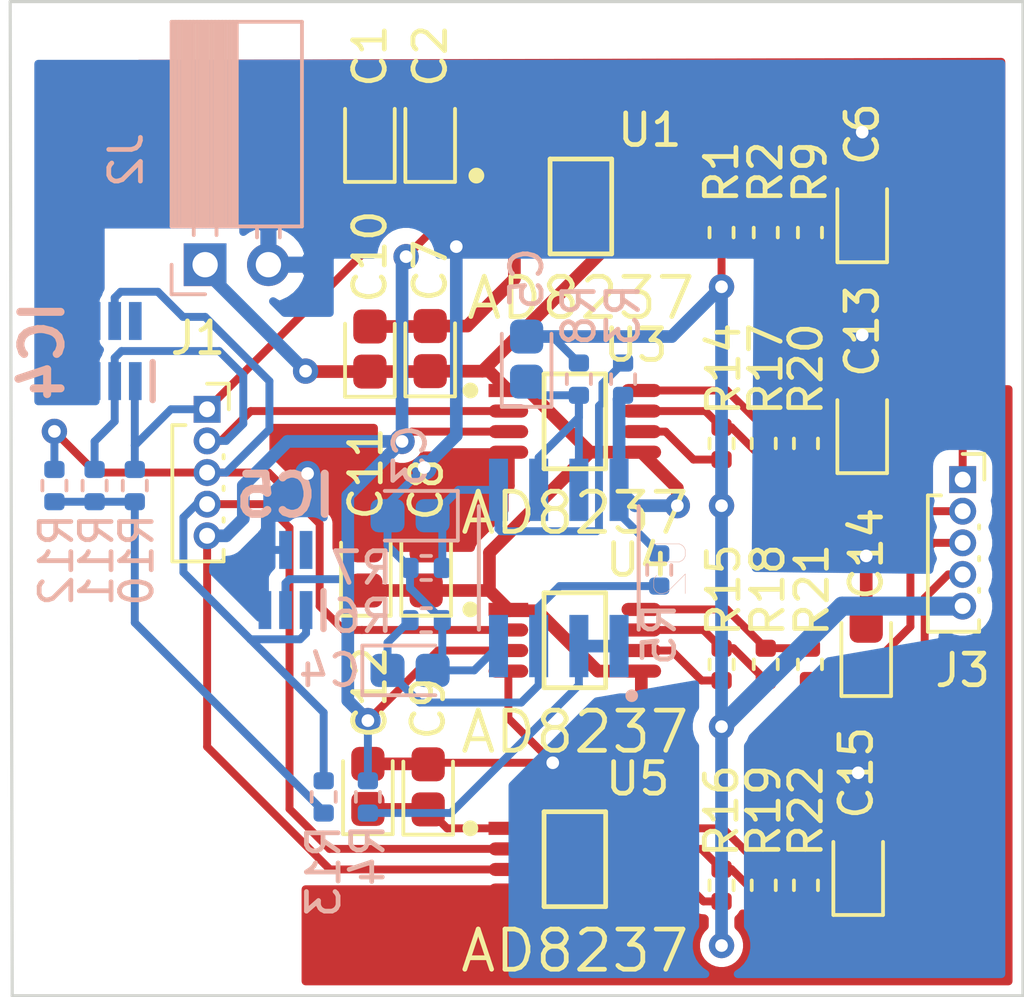
<source format=kicad_pcb>
(kicad_pcb (version 20171130) (host pcbnew "(5.1.9)-1")

  (general
    (thickness 1.6)
    (drawings 4)
    (tracks 302)
    (zones 0)
    (modules 47)
    (nets 27)
  )

  (page A4)
  (layers
    (0 F.Cu signal)
    (31 B.Cu signal)
    (32 B.Adhes user)
    (33 F.Adhes user)
    (34 B.Paste user)
    (35 F.Paste user)
    (36 B.SilkS user)
    (37 F.SilkS user)
    (38 B.Mask user)
    (39 F.Mask user)
    (40 Dwgs.User user)
    (41 Cmts.User user)
    (42 Eco1.User user)
    (43 Eco2.User user)
    (44 Edge.Cuts user)
    (45 Margin user)
    (46 B.CrtYd user)
    (47 F.CrtYd user)
    (48 B.Fab user)
    (49 F.Fab user)
  )

  (setup
    (last_trace_width 0.25)
    (user_trace_width 0.4)
    (user_trace_width 0.6)
    (user_trace_width 0.8)
    (user_trace_width 1)
    (trace_clearance 0.2)
    (zone_clearance 0.4318)
    (zone_45_only no)
    (trace_min 0.2)
    (via_size 0.8)
    (via_drill 0.4)
    (via_min_size 0.4)
    (via_min_drill 0.3)
    (uvia_size 0.3)
    (uvia_drill 0.1)
    (uvias_allowed no)
    (uvia_min_size 0.2)
    (uvia_min_drill 0.1)
    (edge_width 0.05)
    (segment_width 0.2)
    (pcb_text_width 0.3)
    (pcb_text_size 1.5 1.5)
    (mod_edge_width 0.1016)
    (mod_text_size 0.508 0.508)
    (mod_text_width 0.0508)
    (pad_size 1.524 1.524)
    (pad_drill 0.762)
    (pad_to_mask_clearance 0)
    (aux_axis_origin 0 0)
    (visible_elements 7FFFFFFF)
    (pcbplotparams
      (layerselection 0x010fc_ffffffff)
      (usegerberextensions false)
      (usegerberattributes true)
      (usegerberadvancedattributes true)
      (creategerberjobfile true)
      (excludeedgelayer true)
      (linewidth 0.100000)
      (plotframeref false)
      (viasonmask false)
      (mode 1)
      (useauxorigin false)
      (hpglpennumber 1)
      (hpglpenspeed 20)
      (hpglpendiameter 15.000000)
      (psnegative false)
      (psa4output false)
      (plotreference true)
      (plotvalue true)
      (plotinvisibletext false)
      (padsonsilk false)
      (subtractmaskfromsilk false)
      (outputformat 1)
      (mirror false)
      (drillshape 1)
      (scaleselection 1)
      (outputdirectory ""))
  )

  (net 0 "")
  (net 1 Earth)
  (net 2 +5V)
  (net 3 "Net-(C3-Pad1)")
  (net 4 "Net-(C4-Pad1)")
  (net 5 V_REF)
  (net 6 "Net-(C5-Pad1)")
  (net 7 CH1+)
  (net 8 CH2+)
  (net 9 CH3+)
  (net 10 CH4+)
  (net 11 "Net-(IC4-Pad6)")
  (net 12 REF)
  (net 13 IN4+)
  (net 14 IN3+)
  (net 15 IN2+)
  (net 16 IN1+)
  (net 17 "Net-(R1-Pad1)")
  (net 18 "Net-(R2-Pad1)")
  (net 19 I_BIAS)
  (net 20 "Net-(R14-Pad1)")
  (net 21 "Net-(R15-Pad1)")
  (net 22 "Net-(R16-Pad1)")
  (net 23 "Net-(R17-Pad1)")
  (net 24 "Net-(R18-Pad1)")
  (net 25 "Net-(R19-Pad1)")
  (net 26 "Net-(IC5-Pad6)")

  (net_class Default "This is the default net class."
    (clearance 0.2)
    (trace_width 0.25)
    (via_dia 0.8)
    (via_drill 0.4)
    (uvia_dia 0.3)
    (uvia_drill 0.1)
    (add_net +5V)
    (add_net CH1+)
    (add_net CH2+)
    (add_net CH3+)
    (add_net CH4+)
    (add_net Earth)
    (add_net IN1+)
    (add_net IN2+)
    (add_net IN3+)
    (add_net IN4+)
    (add_net I_BIAS)
    (add_net "Net-(C3-Pad1)")
    (add_net "Net-(C4-Pad1)")
    (add_net "Net-(C5-Pad1)")
    (add_net "Net-(IC4-Pad6)")
    (add_net "Net-(IC5-Pad6)")
    (add_net "Net-(R1-Pad1)")
    (add_net "Net-(R14-Pad1)")
    (add_net "Net-(R15-Pad1)")
    (add_net "Net-(R16-Pad1)")
    (add_net "Net-(R17-Pad1)")
    (add_net "Net-(R18-Pad1)")
    (add_net "Net-(R19-Pad1)")
    (add_net "Net-(R2-Pad1)")
    (add_net REF)
    (add_net V_REF)
  )

  (module Connector_PinSocket_1.00mm:PinSocket_1x05_P1.00mm_Vertical (layer F.Cu) (tedit 5A19A421) (tstamp 606CB63B)
    (at 160.909 69.088)
    (descr "Through hole straight socket strip, 1x05, 1.00mm pitch, single row (https://gct.co/files/drawings/bc065.pdf), script generated")
    (tags "Through hole socket strip THT 1x05 1.00mm single row")
    (path /60792D73)
    (fp_text reference J3 (at 0 6.0325) (layer F.SilkS)
      (effects (font (size 1 1) (thickness 0.15)))
    )
    (fp_text value Out (at 0.127 5.9055) (layer F.Fab)
      (effects (font (size 1 1) (thickness 0.15)))
    )
    (fp_line (start -1.04 -0.75) (end 0.085 -0.75) (layer F.Fab) (width 0.1))
    (fp_line (start 0.085 -0.75) (end 0.46 -0.375) (layer F.Fab) (width 0.1))
    (fp_line (start 0.46 -0.375) (end 0.46 4.75) (layer F.Fab) (width 0.1))
    (fp_line (start 0.46 4.75) (end -1.04 4.75) (layer F.Fab) (width 0.1))
    (fp_line (start -1.04 4.75) (end -1.04 -0.75) (layer F.Fab) (width 0.1))
    (fp_line (start -1.1 0.5) (end -0.685 0.5) (layer F.SilkS) (width 0.12))
    (fp_line (start -1.1 0.5) (end -1.1 4.81) (layer F.SilkS) (width 0.12))
    (fp_line (start -1.1 4.81) (end 0.52 4.81) (layer F.SilkS) (width 0.12))
    (fp_line (start 0.52 1.445898) (end 0.52 1.554102) (layer F.SilkS) (width 0.12))
    (fp_line (start 0.52 2.445898) (end 0.52 2.554102) (layer F.SilkS) (width 0.12))
    (fp_line (start 0.52 3.445898) (end 0.52 3.554102) (layer F.SilkS) (width 0.12))
    (fp_line (start 0.52 4.445898) (end 0.52 4.81) (layer F.SilkS) (width 0.12))
    (fp_line (start 0.685 -0.81) (end 0.685 0) (layer F.SilkS) (width 0.12))
    (fp_line (start 0 -0.81) (end 0.685 -0.81) (layer F.SilkS) (width 0.12))
    (fp_line (start -1.54 -1.25) (end 0.96 -1.25) (layer F.CrtYd) (width 0.05))
    (fp_line (start 0.96 -1.25) (end 0.96 5.25) (layer F.CrtYd) (width 0.05))
    (fp_line (start 0.96 5.25) (end -1.54 5.25) (layer F.CrtYd) (width 0.05))
    (fp_line (start -1.54 5.25) (end -1.54 -1.25) (layer F.CrtYd) (width 0.05))
    (fp_text user %R (at -0.29 2 90) (layer F.Fab)
      (effects (font (size 0.9 0.9) (thickness 0.14)))
    )
    (pad 5 thru_hole oval (at 0 4) (size 0.85 0.85) (drill 0.5) (layers *.Cu *.Mask)
      (net 5 V_REF))
    (pad 4 thru_hole oval (at 0 3) (size 0.85 0.85) (drill 0.5) (layers *.Cu *.Mask)
      (net 10 CH4+))
    (pad 3 thru_hole oval (at 0 2) (size 0.85 0.85) (drill 0.5) (layers *.Cu *.Mask)
      (net 9 CH3+))
    (pad 2 thru_hole oval (at 0 1) (size 0.85 0.85) (drill 0.5) (layers *.Cu *.Mask)
      (net 8 CH2+))
    (pad 1 thru_hole rect (at 0 0) (size 0.85 0.85) (drill 0.5) (layers *.Cu *.Mask)
      (net 7 CH1+))
    (model ${KISYS3DMOD}/Connector_PinSocket_1.00mm.3dshapes/PinSocket_1x05_P1.00mm_Vertical.wrl
      (at (xyz 0 0 0))
      (scale (xyz 1 1 1))
      (rotate (xyz 0 0 0))
    )
  )

  (module Connector_PinSocket_2.00mm:PinSocket_1x02_P2.00mm_Horizontal (layer B.Cu) (tedit 5A19A426) (tstamp 606CB61F)
    (at 136.9695 62.2935 270)
    (descr "Through hole angled socket strip, 1x02, 2.00mm pitch, 6.35mm socket length, single row (from Kicad 4.0.7), script generated")
    (tags "Through hole angled socket strip THT 1x02 2.00mm single row")
    (path /60796318)
    (fp_text reference J2 (at -3.31 2.5 270) (layer B.SilkS)
      (effects (font (size 1 1) (thickness 0.15)) (justify mirror))
    )
    (fp_text value "Power Connector" (at -5.207 0) (layer B.Fab)
      (effects (font (size 1 1) (thickness 0.15)) (justify mirror))
    )
    (fp_line (start -7.62 1) (end -1.97 1) (layer B.Fab) (width 0.1))
    (fp_line (start -1.97 1) (end -1.27 0.3) (layer B.Fab) (width 0.1))
    (fp_line (start -1.27 0.3) (end -1.27 -3) (layer B.Fab) (width 0.1))
    (fp_line (start -1.27 -3) (end -7.62 -3) (layer B.Fab) (width 0.1))
    (fp_line (start -7.62 -3) (end -7.62 1) (layer B.Fab) (width 0.1))
    (fp_line (start 0 0.3) (end -1.27 0.3) (layer B.Fab) (width 0.1))
    (fp_line (start -1.27 -0.3) (end 0 -0.3) (layer B.Fab) (width 0.1))
    (fp_line (start 0 -0.3) (end 0 0.3) (layer B.Fab) (width 0.1))
    (fp_line (start 0 -1.7) (end -1.27 -1.7) (layer B.Fab) (width 0.1))
    (fp_line (start -1.27 -2.3) (end 0 -2.3) (layer B.Fab) (width 0.1))
    (fp_line (start 0 -2.3) (end 0 -1.7) (layer B.Fab) (width 0.1))
    (fp_line (start -7.68 0.94) (end -1.21 0.94) (layer B.SilkS) (width 0.12))
    (fp_line (start -7.68 0.825882) (end -1.21 0.825882) (layer B.SilkS) (width 0.12))
    (fp_line (start -7.68 0.711764) (end -1.21 0.711764) (layer B.SilkS) (width 0.12))
    (fp_line (start -7.68 0.597646) (end -1.21 0.597646) (layer B.SilkS) (width 0.12))
    (fp_line (start -7.68 0.483528) (end -1.21 0.483528) (layer B.SilkS) (width 0.12))
    (fp_line (start -7.68 0.36941) (end -1.21 0.36941) (layer B.SilkS) (width 0.12))
    (fp_line (start -7.68 0.255292) (end -1.21 0.255292) (layer B.SilkS) (width 0.12))
    (fp_line (start -7.68 0.141174) (end -1.21 0.141174) (layer B.SilkS) (width 0.12))
    (fp_line (start -7.68 0.027056) (end -1.21 0.027056) (layer B.SilkS) (width 0.12))
    (fp_line (start -7.68 -0.087062) (end -1.21 -0.087062) (layer B.SilkS) (width 0.12))
    (fp_line (start -7.68 -0.20118) (end -1.21 -0.20118) (layer B.SilkS) (width 0.12))
    (fp_line (start -7.68 -0.315298) (end -1.21 -0.315298) (layer B.SilkS) (width 0.12))
    (fp_line (start -7.68 -0.429416) (end -1.21 -0.429416) (layer B.SilkS) (width 0.12))
    (fp_line (start -7.68 -0.543534) (end -1.21 -0.543534) (layer B.SilkS) (width 0.12))
    (fp_line (start -7.68 -0.657652) (end -1.21 -0.657652) (layer B.SilkS) (width 0.12))
    (fp_line (start -7.68 -0.77177) (end -1.21 -0.77177) (layer B.SilkS) (width 0.12))
    (fp_line (start -7.68 -0.885888) (end -1.21 -0.885888) (layer B.SilkS) (width 0.12))
    (fp_line (start -1.21 0.36) (end -0.935 0.36) (layer B.SilkS) (width 0.12))
    (fp_line (start -1.21 -0.36) (end -0.935 -0.36) (layer B.SilkS) (width 0.12))
    (fp_line (start -1.21 -1.64) (end -0.862917 -1.64) (layer B.SilkS) (width 0.12))
    (fp_line (start -1.21 -2.36) (end -0.862917 -2.36) (layer B.SilkS) (width 0.12))
    (fp_line (start -7.68 -1) (end -1.21 -1) (layer B.SilkS) (width 0.12))
    (fp_line (start -7.68 1.06) (end -1.21 1.06) (layer B.SilkS) (width 0.12))
    (fp_line (start -1.21 1.06) (end -1.21 -3.06) (layer B.SilkS) (width 0.12))
    (fp_line (start -7.68 -3.06) (end -1.21 -3.06) (layer B.SilkS) (width 0.12))
    (fp_line (start -7.68 1.06) (end -7.68 -3.06) (layer B.SilkS) (width 0.12))
    (fp_line (start 0.935 1.06) (end 0.935 0) (layer B.SilkS) (width 0.12))
    (fp_line (start 0 1.06) (end 0.935 1.06) (layer B.SilkS) (width 0.12))
    (fp_line (start 1.5 1.5) (end -8.15 1.5) (layer B.CrtYd) (width 0.05))
    (fp_line (start -8.15 1.5) (end -8.15 -3.5) (layer B.CrtYd) (width 0.05))
    (fp_line (start -8.15 -3.5) (end 1.5 -3.5) (layer B.CrtYd) (width 0.05))
    (fp_line (start 1.5 -3.5) (end 1.5 1.5) (layer B.CrtYd) (width 0.05))
    (fp_text user %R (at -4.445 -1 270) (layer B.Fab)
      (effects (font (size 1 1) (thickness 0.15)) (justify mirror))
    )
    (pad 2 thru_hole oval (at 0 -2 270) (size 1.35 1.35) (drill 0.8) (layers *.Cu *.Mask)
      (net 1 Earth))
    (pad 1 thru_hole rect (at 0 0 270) (size 1.35 1.35) (drill 0.8) (layers *.Cu *.Mask)
      (net 2 +5V))
    (model ${KISYS3DMOD}/Connector_PinSocket_2.00mm.3dshapes/PinSocket_1x02_P2.00mm_Horizontal.wrl
      (at (xyz 0 0 0))
      (scale (xyz 1 1 1))
      (rotate (xyz 0 0 0))
    )
  )

  (module Connector_PinSocket_1.00mm:PinSocket_1x05_P1.00mm_Vertical (layer F.Cu) (tedit 5A19A421) (tstamp 606CB5ED)
    (at 137.033 66.8655)
    (descr "Through hole straight socket strip, 1x05, 1.00mm pitch, single row (https://gct.co/files/drawings/bc065.pdf), script generated")
    (tags "Through hole socket strip THT 1x05 1.00mm single row")
    (path /607945BE)
    (fp_text reference J1 (at -0.29 -2.25) (layer F.SilkS)
      (effects (font (size 1 1) (thickness 0.15)))
    )
    (fp_text value In (at 0 5.715) (layer F.Fab)
      (effects (font (size 1 1) (thickness 0.15)))
    )
    (fp_line (start -1.04 -0.75) (end 0.085 -0.75) (layer F.Fab) (width 0.1))
    (fp_line (start 0.085 -0.75) (end 0.46 -0.375) (layer F.Fab) (width 0.1))
    (fp_line (start 0.46 -0.375) (end 0.46 4.75) (layer F.Fab) (width 0.1))
    (fp_line (start 0.46 4.75) (end -1.04 4.75) (layer F.Fab) (width 0.1))
    (fp_line (start -1.04 4.75) (end -1.04 -0.75) (layer F.Fab) (width 0.1))
    (fp_line (start -1.1 0.5) (end -0.685 0.5) (layer F.SilkS) (width 0.12))
    (fp_line (start -1.1 0.5) (end -1.1 4.81) (layer F.SilkS) (width 0.12))
    (fp_line (start -1.1 4.81) (end 0.52 4.81) (layer F.SilkS) (width 0.12))
    (fp_line (start 0.52 1.445898) (end 0.52 1.554102) (layer F.SilkS) (width 0.12))
    (fp_line (start 0.52 2.445898) (end 0.52 2.554102) (layer F.SilkS) (width 0.12))
    (fp_line (start 0.52 3.445898) (end 0.52 3.554102) (layer F.SilkS) (width 0.12))
    (fp_line (start 0.52 4.445898) (end 0.52 4.81) (layer F.SilkS) (width 0.12))
    (fp_line (start 0.685 -0.81) (end 0.685 0) (layer F.SilkS) (width 0.12))
    (fp_line (start 0 -0.81) (end 0.685 -0.81) (layer F.SilkS) (width 0.12))
    (fp_line (start -1.54 -1.25) (end 0.96 -1.25) (layer F.CrtYd) (width 0.05))
    (fp_line (start 0.96 -1.25) (end 0.96 5.25) (layer F.CrtYd) (width 0.05))
    (fp_line (start 0.96 5.25) (end -1.54 5.25) (layer F.CrtYd) (width 0.05))
    (fp_line (start -1.54 5.25) (end -1.54 -1.25) (layer F.CrtYd) (width 0.05))
    (fp_text user %R (at -0.29 2 90) (layer F.Fab)
      (effects (font (size 0.9 0.9) (thickness 0.14)))
    )
    (pad 5 thru_hole oval (at 0 4) (size 0.85 0.85) (drill 0.5) (layers *.Cu *.Mask)
      (net 12 REF))
    (pad 4 thru_hole oval (at 0 3) (size 0.85 0.85) (drill 0.5) (layers *.Cu *.Mask)
      (net 13 IN4+))
    (pad 3 thru_hole oval (at 0 2) (size 0.85 0.85) (drill 0.5) (layers *.Cu *.Mask)
      (net 14 IN3+))
    (pad 2 thru_hole oval (at 0 1) (size 0.85 0.85) (drill 0.5) (layers *.Cu *.Mask)
      (net 15 IN2+))
    (pad 1 thru_hole rect (at 0 0) (size 0.85 0.85) (drill 0.5) (layers *.Cu *.Mask)
      (net 16 IN1+))
    (model ${KISYS3DMOD}/Connector_PinSocket_1.00mm.3dshapes/PinSocket_1x05_P1.00mm_Vertical.wrl
      (at (xyz 0 0 0))
      (scale (xyz 1 1 1))
      (rotate (xyz 0 0 0))
    )
  )

  (module TPD4E1B06DCKR:SOT65P210X110-6N (layer B.Cu) (tedit 6044FFF9) (tstamp 606BED9B)
    (at 139.5095 72.263 90)
    (descr "DCK (R-PDSO-G6)")
    (tags "Integrated Circuit")
    (path /608002F3)
    (attr smd)
    (fp_text reference IC5 (at 2.667 0 180) (layer B.SilkS)
      (effects (font (size 1.27 1.27) (thickness 0.254)) (justify mirror))
    )
    (fp_text value TPD4E1B06DCKR (at -0.01 2.53 90) (layer B.SilkS) hide
      (effects (font (size 1.27 1.27) (thickness 0.254)) (justify mirror))
    )
    (fp_line (start -1.55 1.2) (end -0.35 1.2) (layer B.SilkS) (width 0.2))
    (fp_line (start -0.625 0.35) (end 0.025 1) (layer B.Fab) (width 0.1))
    (fp_line (start -0.625 -1) (end -0.625 1) (layer B.Fab) (width 0.1))
    (fp_line (start 0.625 -1) (end -0.625 -1) (layer B.Fab) (width 0.1))
    (fp_line (start 0.625 1) (end 0.625 -1) (layer B.Fab) (width 0.1))
    (fp_line (start -0.625 1) (end 0.625 1) (layer B.Fab) (width 0.1))
    (fp_line (start -1.8 -1.325) (end -1.8 1.325) (layer B.CrtYd) (width 0.05))
    (fp_line (start 1.8 -1.325) (end -1.8 -1.325) (layer B.CrtYd) (width 0.05))
    (fp_line (start 1.8 1.325) (end 1.8 -1.325) (layer B.CrtYd) (width 0.05))
    (fp_line (start -1.8 1.325) (end 1.8 1.325) (layer B.CrtYd) (width 0.05))
    (fp_text user %R (at -0.01 -3.93 90) (layer B.Fab)
      (effects (font (size 1.27 1.27) (thickness 0.254)) (justify mirror))
    )
    (pad 6 smd rect (at 0.95 0.65) (size 0.4 1.2) (layers B.Cu B.Paste B.Mask)
      (net 26 "Net-(IC5-Pad6)"))
    (pad 5 smd rect (at 0.95 0) (size 0.4 1.2) (layers B.Cu B.Paste B.Mask)
      (net 1 Earth))
    (pad 4 smd rect (at 0.95 -0.65) (size 0.4 1.2) (layers B.Cu B.Paste B.Mask)
      (net 1 Earth))
    (pad 3 smd rect (at -0.95 -0.65) (size 0.4 1.2) (layers B.Cu B.Paste B.Mask)
      (net 1 Earth))
    (pad 2 smd rect (at -0.95 0) (size 0.4 1.2) (layers B.Cu B.Paste B.Mask)
      (net 12 REF))
    (pad 1 smd rect (at -0.95 0.65) (size 0.4 1.2) (layers B.Cu B.Paste B.Mask)
      (net 13 IN4+))
    (model "C:/Users/klean/OneDrive/Documents/KiCad Lib/TPD4E1B06DCKR/3dmodel.STEP"
      (at (xyz 0 0 0))
      (scale (xyz 1 1 1))
      (rotate (xyz -90 0 90))
    )
  )

  (module AD8237ARMZ-R7:Analog_Devices_Inc--0-0-0 (layer F.Cu) (tedit 6044D1A5) (tstamp 606B5191)
    (at 148.6535 81.0895)
    (path /608D2DDD)
    (fp_text reference U5 (at 0.889 -2.54) (layer F.SilkS)
      (effects (font (size 1 1) (thickness 0.15)) (justify left))
    )
    (fp_text value AD8237 (at 0 2.9) (layer F.SilkS)
      (effects (font (size 1.27 1.27) (thickness 0.15)))
    )
    (fp_circle (center -3.302486 -0.975) (end -3.177486 -0.975) (layer F.SilkS) (width 0.25))
    (fp_line (start 0.973347 1.5) (end -0.973347 1.5) (layer F.SilkS) (width 0.15))
    (fp_line (start 0.973347 -1.5) (end 0.973347 1.5) (layer F.SilkS) (width 0.15))
    (fp_line (start -0.973347 -1.5) (end 0.973347 -1.5) (layer F.SilkS) (width 0.15))
    (fp_line (start -0.973347 1.5) (end -0.973347 -1.5) (layer F.SilkS) (width 0.15))
    (fp_line (start 2.7525 1.625) (end 2.7525 -1.625) (layer F.CrtYd) (width 0.15))
    (fp_line (start -2.7525 1.625) (end 2.7525 1.625) (layer F.CrtYd) (width 0.15))
    (fp_line (start -2.7525 -1.625) (end -2.7525 1.625) (layer F.CrtYd) (width 0.15))
    (fp_line (start 2.7525 -1.625) (end -2.7525 -1.625) (layer F.CrtYd) (width 0.15))
    (fp_line (start 2.7525 -1.625) (end 2.7525 -1.625) (layer F.CrtYd) (width 0.15))
    (fp_line (start 1.5 1.5) (end -1.5 1.5) (layer F.Fab) (width 0.15))
    (fp_line (start 1.5 -1.5) (end 1.5 1.5) (layer F.Fab) (width 0.15))
    (fp_line (start -1.5 -1.5) (end 1.5 -1.5) (layer F.Fab) (width 0.15))
    (fp_line (start -1.5 1.5) (end -1.5 -1.5) (layer F.Fab) (width 0.15))
    (pad 8 smd roundrect (at 2.100418 -0.975) (size 1.254139 0.414928) (layers F.Cu F.Paste F.Mask) (roundrect_rratio 0.5)
      (net 25 "Net-(R19-Pad1)"))
    (pad 7 smd roundrect (at 2.100418 -0.325) (size 1.254139 0.414928) (layers F.Cu F.Paste F.Mask) (roundrect_rratio 0.5)
      (net 22 "Net-(R16-Pad1)"))
    (pad 6 smd roundrect (at 2.100418 0.325) (size 1.254139 0.414928) (layers F.Cu F.Paste F.Mask) (roundrect_rratio 0.5)
      (net 5 V_REF))
    (pad 5 smd roundrect (at 2.100418 0.975) (size 1.254139 0.414928) (layers F.Cu F.Paste F.Mask) (roundrect_rratio 0.5)
      (net 2 +5V))
    (pad 4 smd roundrect (at -2.100417 0.975) (size 1.254139 0.414928) (layers F.Cu F.Paste F.Mask) (roundrect_rratio 0.5)
      (net 1 Earth))
    (pad 3 smd roundrect (at -2.100417 0.325) (size 1.254139 0.414928) (layers F.Cu F.Paste F.Mask) (roundrect_rratio 0.5)
      (net 12 REF))
    (pad 2 smd roundrect (at -2.100417 -0.325) (size 1.254139 0.414928) (layers F.Cu F.Paste F.Mask) (roundrect_rratio 0.5)
      (net 13 IN4+))
    (pad 1 smd rect (at -2.100417 -0.975) (size 1.254139 0.414928) (layers F.Cu F.Paste F.Mask)
      (net 2 +5V))
    (model "C:/Users/klean/OneDrive/Documents/KiCad Lib/AD8237ARMZ-R7/eec.models/Analog_Devices_Inc_-_AD8237ARMZ-R7.STEP"
      (offset (xyz 0 0 0.4825999999999999))
      (scale (xyz 1 1 1))
      (rotate (xyz -90 0 90))
    )
  )

  (module AD8237ARMZ-R7:Analog_Devices_Inc--0-0-0 (layer F.Cu) (tedit 6044D1A5) (tstamp 606C1509)
    (at 148.6535 74.168)
    (path /6085ACA0)
    (fp_text reference U4 (at 0.889 -2.54) (layer F.SilkS)
      (effects (font (size 1 1) (thickness 0.15)) (justify left))
    )
    (fp_text value AD8237 (at 0 2.9) (layer F.SilkS)
      (effects (font (size 1.27 1.27) (thickness 0.15)))
    )
    (fp_circle (center -3.302486 -0.975) (end -3.177486 -0.975) (layer F.SilkS) (width 0.25))
    (fp_line (start 0.973347 1.5) (end -0.973347 1.5) (layer F.SilkS) (width 0.15))
    (fp_line (start 0.973347 -1.5) (end 0.973347 1.5) (layer F.SilkS) (width 0.15))
    (fp_line (start -0.973347 -1.5) (end 0.973347 -1.5) (layer F.SilkS) (width 0.15))
    (fp_line (start -0.973347 1.5) (end -0.973347 -1.5) (layer F.SilkS) (width 0.15))
    (fp_line (start 2.7525 1.625) (end 2.7525 -1.625) (layer F.CrtYd) (width 0.15))
    (fp_line (start -2.7525 1.625) (end 2.7525 1.625) (layer F.CrtYd) (width 0.15))
    (fp_line (start -2.7525 -1.625) (end -2.7525 1.625) (layer F.CrtYd) (width 0.15))
    (fp_line (start 2.7525 -1.625) (end -2.7525 -1.625) (layer F.CrtYd) (width 0.15))
    (fp_line (start 2.7525 -1.625) (end 2.7525 -1.625) (layer F.CrtYd) (width 0.15))
    (fp_line (start 1.5 1.5) (end -1.5 1.5) (layer F.Fab) (width 0.15))
    (fp_line (start 1.5 -1.5) (end 1.5 1.5) (layer F.Fab) (width 0.15))
    (fp_line (start -1.5 -1.5) (end 1.5 -1.5) (layer F.Fab) (width 0.15))
    (fp_line (start -1.5 1.5) (end -1.5 -1.5) (layer F.Fab) (width 0.15))
    (pad 8 smd roundrect (at 2.100418 -0.975) (size 1.254139 0.414928) (layers F.Cu F.Paste F.Mask) (roundrect_rratio 0.5)
      (net 24 "Net-(R18-Pad1)"))
    (pad 7 smd roundrect (at 2.100418 -0.325) (size 1.254139 0.414928) (layers F.Cu F.Paste F.Mask) (roundrect_rratio 0.5)
      (net 21 "Net-(R15-Pad1)"))
    (pad 6 smd roundrect (at 2.100418 0.325) (size 1.254139 0.414928) (layers F.Cu F.Paste F.Mask) (roundrect_rratio 0.5)
      (net 5 V_REF))
    (pad 5 smd roundrect (at 2.100418 0.975) (size 1.254139 0.414928) (layers F.Cu F.Paste F.Mask) (roundrect_rratio 0.5)
      (net 2 +5V))
    (pad 4 smd roundrect (at -2.100417 0.975) (size 1.254139 0.414928) (layers F.Cu F.Paste F.Mask) (roundrect_rratio 0.5)
      (net 1 Earth))
    (pad 3 smd roundrect (at -2.100417 0.325) (size 1.254139 0.414928) (layers F.Cu F.Paste F.Mask) (roundrect_rratio 0.5)
      (net 12 REF))
    (pad 2 smd roundrect (at -2.100417 -0.325) (size 1.254139 0.414928) (layers F.Cu F.Paste F.Mask) (roundrect_rratio 0.5)
      (net 14 IN3+))
    (pad 1 smd rect (at -2.100417 -0.975) (size 1.254139 0.414928) (layers F.Cu F.Paste F.Mask)
      (net 2 +5V))
    (model "C:/Users/klean/OneDrive/Documents/KiCad Lib/AD8237ARMZ-R7/eec.models/Analog_Devices_Inc_-_AD8237ARMZ-R7.STEP"
      (offset (xyz 0 0 0.4825999999999999))
      (scale (xyz 1 1 1))
      (rotate (xyz -90 0 90))
    )
  )

  (module AD8237ARMZ-R7:Analog_Devices_Inc--0-0-0 (layer F.Cu) (tedit 6044D1A5) (tstamp 606B515D)
    (at 148.6535 67.2465)
    (path /6084C5C1)
    (fp_text reference U3 (at 0.8255 -2.413) (layer F.SilkS)
      (effects (font (size 1 1) (thickness 0.15)) (justify left))
    )
    (fp_text value AD8237 (at 0 2.9) (layer F.SilkS)
      (effects (font (size 1.27 1.27) (thickness 0.15)))
    )
    (fp_circle (center -3.302486 -0.975) (end -3.177486 -0.975) (layer F.SilkS) (width 0.25))
    (fp_line (start 0.973347 1.5) (end -0.973347 1.5) (layer F.SilkS) (width 0.15))
    (fp_line (start 0.973347 -1.5) (end 0.973347 1.5) (layer F.SilkS) (width 0.15))
    (fp_line (start -0.973347 -1.5) (end 0.973347 -1.5) (layer F.SilkS) (width 0.15))
    (fp_line (start -0.973347 1.5) (end -0.973347 -1.5) (layer F.SilkS) (width 0.15))
    (fp_line (start 2.7525 1.625) (end 2.7525 -1.625) (layer F.CrtYd) (width 0.15))
    (fp_line (start -2.7525 1.625) (end 2.7525 1.625) (layer F.CrtYd) (width 0.15))
    (fp_line (start -2.7525 -1.625) (end -2.7525 1.625) (layer F.CrtYd) (width 0.15))
    (fp_line (start 2.7525 -1.625) (end -2.7525 -1.625) (layer F.CrtYd) (width 0.15))
    (fp_line (start 2.7525 -1.625) (end 2.7525 -1.625) (layer F.CrtYd) (width 0.15))
    (fp_line (start 1.5 1.5) (end -1.5 1.5) (layer F.Fab) (width 0.15))
    (fp_line (start 1.5 -1.5) (end 1.5 1.5) (layer F.Fab) (width 0.15))
    (fp_line (start -1.5 -1.5) (end 1.5 -1.5) (layer F.Fab) (width 0.15))
    (fp_line (start -1.5 1.5) (end -1.5 -1.5) (layer F.Fab) (width 0.15))
    (pad 8 smd roundrect (at 2.100418 -0.975) (size 1.254139 0.414928) (layers F.Cu F.Paste F.Mask) (roundrect_rratio 0.5)
      (net 23 "Net-(R17-Pad1)"))
    (pad 7 smd roundrect (at 2.100418 -0.325) (size 1.254139 0.414928) (layers F.Cu F.Paste F.Mask) (roundrect_rratio 0.5)
      (net 20 "Net-(R14-Pad1)"))
    (pad 6 smd roundrect (at 2.100418 0.325) (size 1.254139 0.414928) (layers F.Cu F.Paste F.Mask) (roundrect_rratio 0.5)
      (net 5 V_REF))
    (pad 5 smd roundrect (at 2.100418 0.975) (size 1.254139 0.414928) (layers F.Cu F.Paste F.Mask) (roundrect_rratio 0.5)
      (net 2 +5V))
    (pad 4 smd roundrect (at -2.100417 0.975) (size 1.254139 0.414928) (layers F.Cu F.Paste F.Mask) (roundrect_rratio 0.5)
      (net 1 Earth))
    (pad 3 smd roundrect (at -2.100417 0.325) (size 1.254139 0.414928) (layers F.Cu F.Paste F.Mask) (roundrect_rratio 0.5)
      (net 12 REF))
    (pad 2 smd roundrect (at -2.100417 -0.325) (size 1.254139 0.414928) (layers F.Cu F.Paste F.Mask) (roundrect_rratio 0.5)
      (net 15 IN2+))
    (pad 1 smd rect (at -2.100417 -0.975) (size 1.254139 0.414928) (layers F.Cu F.Paste F.Mask)
      (net 2 +5V))
    (model "C:/Users/klean/OneDrive/Documents/KiCad Lib/AD8237ARMZ-R7/eec.models/Analog_Devices_Inc_-_AD8237ARMZ-R7.STEP"
      (offset (xyz 0 0 0.4825999999999999))
      (scale (xyz 1 1 1))
      (rotate (xyz -90 0 90))
    )
  )

  (module LM7332MA:SOIC127P599X175-8N (layer B.Cu) (tedit 6044CE8D) (tstamp 606B5143)
    (at 148.1455 71.882 90)
    (path /606B84E9)
    (fp_text reference U2 (at 0 3.537 90) (layer B.SilkS)
      (effects (font (size 1 1) (thickness 0.015)) (justify mirror))
    )
    (fp_text value LM7332 (at 0 -3.81 90) (layer B.Fab)
      (effects (font (size 1 1) (thickness 0.015)) (justify mirror))
    )
    (fp_line (start 3.705 2.7025) (end 3.705 -2.7025) (layer B.CrtYd) (width 0.05))
    (fp_line (start -3.705 2.7025) (end -3.705 -2.7025) (layer B.CrtYd) (width 0.05))
    (fp_line (start -3.705 -2.7025) (end 3.705 -2.7025) (layer B.CrtYd) (width 0.05))
    (fp_line (start -3.705 2.7025) (end 3.705 2.7025) (layer B.CrtYd) (width 0.05))
    (fp_line (start 1.95 2.4525) (end 1.95 -2.4525) (layer B.Fab) (width 0.127))
    (fp_line (start -1.95 2.4525) (end -1.95 -2.4525) (layer B.Fab) (width 0.127))
    (fp_line (start -1.95 -2.525) (end 1.95 -2.525) (layer B.SilkS) (width 0.127))
    (fp_line (start -1.95 2.525) (end 1.95 2.525) (layer B.SilkS) (width 0.127))
    (fp_line (start -1.95 -2.4525) (end 1.95 -2.4525) (layer B.Fab) (width 0.127))
    (fp_line (start -1.95 2.4525) (end 1.95 2.4525) (layer B.Fab) (width 0.127))
    (fp_circle (center -4.04 2.305) (end -3.94 2.305) (layer B.Fab) (width 0.2))
    (fp_circle (center -4.04 2.305) (end -3.94 2.305) (layer B.SilkS) (width 0.2))
    (pad 8 smd rect (at 2.47 1.905 90) (size 1.97 0.6) (layers B.Cu B.Paste B.Mask)
      (net 2 +5V))
    (pad 7 smd rect (at 2.47 0.635 90) (size 1.97 0.6) (layers B.Cu B.Paste B.Mask)
      (net 6 "Net-(C5-Pad1)"))
    (pad 6 smd rect (at 2.47 -0.635 90) (size 1.97 0.6) (layers B.Cu B.Paste B.Mask)
      (net 6 "Net-(C5-Pad1)"))
    (pad 5 smd rect (at 2.47 -1.905 90) (size 1.97 0.6) (layers B.Cu B.Paste B.Mask)
      (net 3 "Net-(C3-Pad1)"))
    (pad 4 smd rect (at -2.47 -1.905 90) (size 1.97 0.6) (layers B.Cu B.Paste B.Mask)
      (net 1 Earth))
    (pad 3 smd rect (at -2.47 -0.635 90) (size 1.97 0.6) (layers B.Cu B.Paste B.Mask)
      (net 4 "Net-(C4-Pad1)"))
    (pad 2 smd rect (at -2.47 0.635 90) (size 1.97 0.6) (layers B.Cu B.Paste B.Mask)
      (net 19 I_BIAS))
    (pad 1 smd rect (at -2.47 1.905 90) (size 1.97 0.6) (layers B.Cu B.Paste B.Mask)
      (net 19 I_BIAS))
    (model "C:/Users/klean/OneDrive/Documents/KiCad Lib/LM7332MA/LM7332MA.step"
      (at (xyz 0 0 0))
      (scale (xyz 1 1 1))
      (rotate (xyz -90 0 0))
    )
  )

  (module AD8237ARMZ-R7:Analog_Devices_Inc--0-0-0 (layer F.Cu) (tedit 6044D1A5) (tstamp 606B512B)
    (at 148.844 60.452)
    (path /606B62E2)
    (fp_text reference U1 (at 1.0795 -2.413) (layer F.SilkS)
      (effects (font (size 1 1) (thickness 0.15)) (justify left))
    )
    (fp_text value AD8237 (at 0 2.9) (layer F.SilkS)
      (effects (font (size 1.27 1.27) (thickness 0.15)))
    )
    (fp_circle (center -3.302486 -0.975) (end -3.177486 -0.975) (layer F.SilkS) (width 0.25))
    (fp_line (start 0.973347 1.5) (end -0.973347 1.5) (layer F.SilkS) (width 0.15))
    (fp_line (start 0.973347 -1.5) (end 0.973347 1.5) (layer F.SilkS) (width 0.15))
    (fp_line (start -0.973347 -1.5) (end 0.973347 -1.5) (layer F.SilkS) (width 0.15))
    (fp_line (start -0.973347 1.5) (end -0.973347 -1.5) (layer F.SilkS) (width 0.15))
    (fp_line (start 2.7525 1.625) (end 2.7525 -1.625) (layer F.CrtYd) (width 0.15))
    (fp_line (start -2.7525 1.625) (end 2.7525 1.625) (layer F.CrtYd) (width 0.15))
    (fp_line (start -2.7525 -1.625) (end -2.7525 1.625) (layer F.CrtYd) (width 0.15))
    (fp_line (start 2.7525 -1.625) (end -2.7525 -1.625) (layer F.CrtYd) (width 0.15))
    (fp_line (start 2.7525 -1.625) (end 2.7525 -1.625) (layer F.CrtYd) (width 0.15))
    (fp_line (start 1.5 1.5) (end -1.5 1.5) (layer F.Fab) (width 0.15))
    (fp_line (start 1.5 -1.5) (end 1.5 1.5) (layer F.Fab) (width 0.15))
    (fp_line (start -1.5 -1.5) (end 1.5 -1.5) (layer F.Fab) (width 0.15))
    (fp_line (start -1.5 1.5) (end -1.5 -1.5) (layer F.Fab) (width 0.15))
    (pad 8 smd roundrect (at 2.100418 -0.975) (size 1.254139 0.414928) (layers F.Cu F.Paste F.Mask) (roundrect_rratio 0.5)
      (net 18 "Net-(R2-Pad1)"))
    (pad 7 smd roundrect (at 2.100418 -0.325) (size 1.254139 0.414928) (layers F.Cu F.Paste F.Mask) (roundrect_rratio 0.5)
      (net 17 "Net-(R1-Pad1)"))
    (pad 6 smd roundrect (at 2.100418 0.325) (size 1.254139 0.414928) (layers F.Cu F.Paste F.Mask) (roundrect_rratio 0.5)
      (net 5 V_REF))
    (pad 5 smd roundrect (at 2.100418 0.975) (size 1.254139 0.414928) (layers F.Cu F.Paste F.Mask) (roundrect_rratio 0.5)
      (net 2 +5V))
    (pad 4 smd roundrect (at -2.100417 0.975) (size 1.254139 0.414928) (layers F.Cu F.Paste F.Mask) (roundrect_rratio 0.5)
      (net 1 Earth))
    (pad 3 smd roundrect (at -2.100417 0.325) (size 1.254139 0.414928) (layers F.Cu F.Paste F.Mask) (roundrect_rratio 0.5)
      (net 12 REF))
    (pad 2 smd roundrect (at -2.100417 -0.325) (size 1.254139 0.414928) (layers F.Cu F.Paste F.Mask) (roundrect_rratio 0.5)
      (net 16 IN1+))
    (pad 1 smd rect (at -2.100417 -0.975) (size 1.254139 0.414928) (layers F.Cu F.Paste F.Mask)
      (net 2 +5V))
    (model "C:/Users/klean/OneDrive/Documents/KiCad Lib/AD8237ARMZ-R7/eec.models/Analog_Devices_Inc_-_AD8237ARMZ-R7.STEP"
      (offset (xyz 0 0 0.4825999999999999))
      (scale (xyz 1 1 1))
      (rotate (xyz -90 0 90))
    )
  )

  (module Resistor_SMD:R_0402_1005Metric (layer F.Cu) (tedit 5F68FEEE) (tstamp 606B5111)
    (at 155.956 81.915 270)
    (descr "Resistor SMD 0402 (1005 Metric), square (rectangular) end terminal, IPC_7351 nominal, (Body size source: IPC-SM-782 page 72, https://www.pcb-3d.com/wordpress/wp-content/uploads/ipc-sm-782a_amendment_1_and_2.pdf), generated with kicad-footprint-generator")
    (tags resistor)
    (path /608D2D80)
    (attr smd)
    (fp_text reference R22 (at -2.3495 0 90) (layer F.SilkS)
      (effects (font (size 1 1) (thickness 0.15)))
    )
    (fp_text value 1K (at 0 1.17 90) (layer F.Fab)
      (effects (font (size 1 1) (thickness 0.15)))
    )
    (fp_line (start -0.525 0.27) (end -0.525 -0.27) (layer F.Fab) (width 0.1))
    (fp_line (start -0.525 -0.27) (end 0.525 -0.27) (layer F.Fab) (width 0.1))
    (fp_line (start 0.525 -0.27) (end 0.525 0.27) (layer F.Fab) (width 0.1))
    (fp_line (start 0.525 0.27) (end -0.525 0.27) (layer F.Fab) (width 0.1))
    (fp_line (start -0.153641 -0.38) (end 0.153641 -0.38) (layer F.SilkS) (width 0.12))
    (fp_line (start -0.153641 0.38) (end 0.153641 0.38) (layer F.SilkS) (width 0.12))
    (fp_line (start -0.93 0.47) (end -0.93 -0.47) (layer F.CrtYd) (width 0.05))
    (fp_line (start -0.93 -0.47) (end 0.93 -0.47) (layer F.CrtYd) (width 0.05))
    (fp_line (start 0.93 -0.47) (end 0.93 0.47) (layer F.CrtYd) (width 0.05))
    (fp_line (start 0.93 0.47) (end -0.93 0.47) (layer F.CrtYd) (width 0.05))
    (fp_text user %R (at 0 0 90) (layer F.Fab)
      (effects (font (size 0.26 0.26) (thickness 0.04)))
    )
    (pad 2 smd roundrect (at 0.51 0 270) (size 0.54 0.64) (layers F.Cu F.Paste F.Mask) (roundrect_rratio 0.25)
      (net 10 CH4+))
    (pad 1 smd roundrect (at -0.51 0 270) (size 0.54 0.64) (layers F.Cu F.Paste F.Mask) (roundrect_rratio 0.25)
      (net 25 "Net-(R19-Pad1)"))
    (model ${KISYS3DMOD}/Resistor_SMD.3dshapes/R_0402_1005Metric.wrl
      (at (xyz 0 0 0))
      (scale (xyz 1 1 1))
      (rotate (xyz 0 0 0))
    )
  )

  (module Resistor_SMD:R_0402_1005Metric (layer F.Cu) (tedit 5F68FEEE) (tstamp 606B5100)
    (at 156.083 74.93 270)
    (descr "Resistor SMD 0402 (1005 Metric), square (rectangular) end terminal, IPC_7351 nominal, (Body size source: IPC-SM-782 page 72, https://www.pcb-3d.com/wordpress/wp-content/uploads/ipc-sm-782a_amendment_1_and_2.pdf), generated with kicad-footprint-generator")
    (tags resistor)
    (path /6085AC43)
    (attr smd)
    (fp_text reference R21 (at -2.3495 -0.0635 90) (layer F.SilkS)
      (effects (font (size 1 1) (thickness 0.15)))
    )
    (fp_text value 1K (at 0 1.17 90) (layer F.Fab)
      (effects (font (size 1 1) (thickness 0.15)))
    )
    (fp_line (start -0.525 0.27) (end -0.525 -0.27) (layer F.Fab) (width 0.1))
    (fp_line (start -0.525 -0.27) (end 0.525 -0.27) (layer F.Fab) (width 0.1))
    (fp_line (start 0.525 -0.27) (end 0.525 0.27) (layer F.Fab) (width 0.1))
    (fp_line (start 0.525 0.27) (end -0.525 0.27) (layer F.Fab) (width 0.1))
    (fp_line (start -0.153641 -0.38) (end 0.153641 -0.38) (layer F.SilkS) (width 0.12))
    (fp_line (start -0.153641 0.38) (end 0.153641 0.38) (layer F.SilkS) (width 0.12))
    (fp_line (start -0.93 0.47) (end -0.93 -0.47) (layer F.CrtYd) (width 0.05))
    (fp_line (start -0.93 -0.47) (end 0.93 -0.47) (layer F.CrtYd) (width 0.05))
    (fp_line (start 0.93 -0.47) (end 0.93 0.47) (layer F.CrtYd) (width 0.05))
    (fp_line (start 0.93 0.47) (end -0.93 0.47) (layer F.CrtYd) (width 0.05))
    (fp_text user %R (at 0 0 90) (layer F.Fab)
      (effects (font (size 0.26 0.26) (thickness 0.04)))
    )
    (pad 2 smd roundrect (at 0.51 0 270) (size 0.54 0.64) (layers F.Cu F.Paste F.Mask) (roundrect_rratio 0.25)
      (net 9 CH3+))
    (pad 1 smd roundrect (at -0.51 0 270) (size 0.54 0.64) (layers F.Cu F.Paste F.Mask) (roundrect_rratio 0.25)
      (net 24 "Net-(R18-Pad1)"))
    (model ${KISYS3DMOD}/Resistor_SMD.3dshapes/R_0402_1005Metric.wrl
      (at (xyz 0 0 0))
      (scale (xyz 1 1 1))
      (rotate (xyz 0 0 0))
    )
  )

  (module Resistor_SMD:R_0402_1005Metric (layer F.Cu) (tedit 5F68FEEE) (tstamp 606B50EF)
    (at 155.956 67.945 270)
    (descr "Resistor SMD 0402 (1005 Metric), square (rectangular) end terminal, IPC_7351 nominal, (Body size source: IPC-SM-782 page 72, https://www.pcb-3d.com/wordpress/wp-content/uploads/ipc-sm-782a_amendment_1_and_2.pdf), generated with kicad-footprint-generator")
    (tags resistor)
    (path /6084C564)
    (attr smd)
    (fp_text reference R20 (at -2.3495 0 90) (layer F.SilkS)
      (effects (font (size 1 1) (thickness 0.15)))
    )
    (fp_text value 1K (at 0 1.17 90) (layer F.Fab)
      (effects (font (size 1 1) (thickness 0.15)))
    )
    (fp_line (start -0.525 0.27) (end -0.525 -0.27) (layer F.Fab) (width 0.1))
    (fp_line (start -0.525 -0.27) (end 0.525 -0.27) (layer F.Fab) (width 0.1))
    (fp_line (start 0.525 -0.27) (end 0.525 0.27) (layer F.Fab) (width 0.1))
    (fp_line (start 0.525 0.27) (end -0.525 0.27) (layer F.Fab) (width 0.1))
    (fp_line (start -0.153641 -0.38) (end 0.153641 -0.38) (layer F.SilkS) (width 0.12))
    (fp_line (start -0.153641 0.38) (end 0.153641 0.38) (layer F.SilkS) (width 0.12))
    (fp_line (start -0.93 0.47) (end -0.93 -0.47) (layer F.CrtYd) (width 0.05))
    (fp_line (start -0.93 -0.47) (end 0.93 -0.47) (layer F.CrtYd) (width 0.05))
    (fp_line (start 0.93 -0.47) (end 0.93 0.47) (layer F.CrtYd) (width 0.05))
    (fp_line (start 0.93 0.47) (end -0.93 0.47) (layer F.CrtYd) (width 0.05))
    (fp_text user %R (at 0 0 90) (layer F.Fab)
      (effects (font (size 0.26 0.26) (thickness 0.04)))
    )
    (pad 2 smd roundrect (at 0.51 0 270) (size 0.54 0.64) (layers F.Cu F.Paste F.Mask) (roundrect_rratio 0.25)
      (net 8 CH2+))
    (pad 1 smd roundrect (at -0.51 0 270) (size 0.54 0.64) (layers F.Cu F.Paste F.Mask) (roundrect_rratio 0.25)
      (net 23 "Net-(R17-Pad1)"))
    (model ${KISYS3DMOD}/Resistor_SMD.3dshapes/R_0402_1005Metric.wrl
      (at (xyz 0 0 0))
      (scale (xyz 1 1 1))
      (rotate (xyz 0 0 0))
    )
  )

  (module Resistor_SMD:R_0402_1005Metric (layer F.Cu) (tedit 5F68FEEE) (tstamp 606B50DE)
    (at 154.6225 81.915 270)
    (descr "Resistor SMD 0402 (1005 Metric), square (rectangular) end terminal, IPC_7351 nominal, (Body size source: IPC-SM-782 page 72, https://www.pcb-3d.com/wordpress/wp-content/uploads/ipc-sm-782a_amendment_1_and_2.pdf), generated with kicad-footprint-generator")
    (tags resistor)
    (path /608D2D8F)
    (attr smd)
    (fp_text reference R19 (at -2.3495 0.002 90) (layer F.SilkS)
      (effects (font (size 1 1) (thickness 0.15)))
    )
    (fp_text value 1M (at 0 1.17 90) (layer F.Fab)
      (effects (font (size 1 1) (thickness 0.15)))
    )
    (fp_line (start -0.525 0.27) (end -0.525 -0.27) (layer F.Fab) (width 0.1))
    (fp_line (start -0.525 -0.27) (end 0.525 -0.27) (layer F.Fab) (width 0.1))
    (fp_line (start 0.525 -0.27) (end 0.525 0.27) (layer F.Fab) (width 0.1))
    (fp_line (start 0.525 0.27) (end -0.525 0.27) (layer F.Fab) (width 0.1))
    (fp_line (start -0.153641 -0.38) (end 0.153641 -0.38) (layer F.SilkS) (width 0.12))
    (fp_line (start -0.153641 0.38) (end 0.153641 0.38) (layer F.SilkS) (width 0.12))
    (fp_line (start -0.93 0.47) (end -0.93 -0.47) (layer F.CrtYd) (width 0.05))
    (fp_line (start -0.93 -0.47) (end 0.93 -0.47) (layer F.CrtYd) (width 0.05))
    (fp_line (start 0.93 -0.47) (end 0.93 0.47) (layer F.CrtYd) (width 0.05))
    (fp_line (start 0.93 0.47) (end -0.93 0.47) (layer F.CrtYd) (width 0.05))
    (fp_text user %R (at 0 0 90) (layer F.Fab)
      (effects (font (size 0.26 0.26) (thickness 0.04)))
    )
    (pad 2 smd roundrect (at 0.51 0 270) (size 0.54 0.64) (layers F.Cu F.Paste F.Mask) (roundrect_rratio 0.25)
      (net 22 "Net-(R16-Pad1)"))
    (pad 1 smd roundrect (at -0.51 0 270) (size 0.54 0.64) (layers F.Cu F.Paste F.Mask) (roundrect_rratio 0.25)
      (net 25 "Net-(R19-Pad1)"))
    (model ${KISYS3DMOD}/Resistor_SMD.3dshapes/R_0402_1005Metric.wrl
      (at (xyz 0 0 0))
      (scale (xyz 1 1 1))
      (rotate (xyz 0 0 0))
    )
  )

  (module Resistor_SMD:R_0402_1005Metric (layer F.Cu) (tedit 5F68FEEE) (tstamp 606B50CD)
    (at 154.686 74.93 270)
    (descr "Resistor SMD 0402 (1005 Metric), square (rectangular) end terminal, IPC_7351 nominal, (Body size source: IPC-SM-782 page 72, https://www.pcb-3d.com/wordpress/wp-content/uploads/ipc-sm-782a_amendment_1_and_2.pdf), generated with kicad-footprint-generator")
    (tags resistor)
    (path /6085AC52)
    (attr smd)
    (fp_text reference R18 (at -2.3495 -0.0635 90) (layer F.SilkS)
      (effects (font (size 1 1) (thickness 0.15)))
    )
    (fp_text value 1M (at 0 1.17 90) (layer F.Fab)
      (effects (font (size 1 1) (thickness 0.15)))
    )
    (fp_line (start -0.525 0.27) (end -0.525 -0.27) (layer F.Fab) (width 0.1))
    (fp_line (start -0.525 -0.27) (end 0.525 -0.27) (layer F.Fab) (width 0.1))
    (fp_line (start 0.525 -0.27) (end 0.525 0.27) (layer F.Fab) (width 0.1))
    (fp_line (start 0.525 0.27) (end -0.525 0.27) (layer F.Fab) (width 0.1))
    (fp_line (start -0.153641 -0.38) (end 0.153641 -0.38) (layer F.SilkS) (width 0.12))
    (fp_line (start -0.153641 0.38) (end 0.153641 0.38) (layer F.SilkS) (width 0.12))
    (fp_line (start -0.93 0.47) (end -0.93 -0.47) (layer F.CrtYd) (width 0.05))
    (fp_line (start -0.93 -0.47) (end 0.93 -0.47) (layer F.CrtYd) (width 0.05))
    (fp_line (start 0.93 -0.47) (end 0.93 0.47) (layer F.CrtYd) (width 0.05))
    (fp_line (start 0.93 0.47) (end -0.93 0.47) (layer F.CrtYd) (width 0.05))
    (fp_text user %R (at 0 0 90) (layer F.Fab)
      (effects (font (size 0.26 0.26) (thickness 0.04)))
    )
    (pad 2 smd roundrect (at 0.51 0 270) (size 0.54 0.64) (layers F.Cu F.Paste F.Mask) (roundrect_rratio 0.25)
      (net 21 "Net-(R15-Pad1)"))
    (pad 1 smd roundrect (at -0.51 0 270) (size 0.54 0.64) (layers F.Cu F.Paste F.Mask) (roundrect_rratio 0.25)
      (net 24 "Net-(R18-Pad1)"))
    (model ${KISYS3DMOD}/Resistor_SMD.3dshapes/R_0402_1005Metric.wrl
      (at (xyz 0 0 0))
      (scale (xyz 1 1 1))
      (rotate (xyz 0 0 0))
    )
  )

  (module Resistor_SMD:R_0402_1005Metric (layer F.Cu) (tedit 5F68FEEE) (tstamp 606B50BC)
    (at 154.6225 67.945 270)
    (descr "Resistor SMD 0402 (1005 Metric), square (rectangular) end terminal, IPC_7351 nominal, (Body size source: IPC-SM-782 page 72, https://www.pcb-3d.com/wordpress/wp-content/uploads/ipc-sm-782a_amendment_1_and_2.pdf), generated with kicad-footprint-generator")
    (tags resistor)
    (path /6084C573)
    (attr smd)
    (fp_text reference R17 (at -2.3495 -0.0635 90) (layer F.SilkS)
      (effects (font (size 1 1) (thickness 0.15)))
    )
    (fp_text value 1M (at 0 1.17 90) (layer F.Fab)
      (effects (font (size 1 1) (thickness 0.15)))
    )
    (fp_line (start -0.525 0.27) (end -0.525 -0.27) (layer F.Fab) (width 0.1))
    (fp_line (start -0.525 -0.27) (end 0.525 -0.27) (layer F.Fab) (width 0.1))
    (fp_line (start 0.525 -0.27) (end 0.525 0.27) (layer F.Fab) (width 0.1))
    (fp_line (start 0.525 0.27) (end -0.525 0.27) (layer F.Fab) (width 0.1))
    (fp_line (start -0.153641 -0.38) (end 0.153641 -0.38) (layer F.SilkS) (width 0.12))
    (fp_line (start -0.153641 0.38) (end 0.153641 0.38) (layer F.SilkS) (width 0.12))
    (fp_line (start -0.93 0.47) (end -0.93 -0.47) (layer F.CrtYd) (width 0.05))
    (fp_line (start -0.93 -0.47) (end 0.93 -0.47) (layer F.CrtYd) (width 0.05))
    (fp_line (start 0.93 -0.47) (end 0.93 0.47) (layer F.CrtYd) (width 0.05))
    (fp_line (start 0.93 0.47) (end -0.93 0.47) (layer F.CrtYd) (width 0.05))
    (fp_text user %R (at 0 0 90) (layer F.Fab)
      (effects (font (size 0.26 0.26) (thickness 0.04)))
    )
    (pad 2 smd roundrect (at 0.51 0 270) (size 0.54 0.64) (layers F.Cu F.Paste F.Mask) (roundrect_rratio 0.25)
      (net 20 "Net-(R14-Pad1)"))
    (pad 1 smd roundrect (at -0.51 0 270) (size 0.54 0.64) (layers F.Cu F.Paste F.Mask) (roundrect_rratio 0.25)
      (net 23 "Net-(R17-Pad1)"))
    (model ${KISYS3DMOD}/Resistor_SMD.3dshapes/R_0402_1005Metric.wrl
      (at (xyz 0 0 0))
      (scale (xyz 1 1 1))
      (rotate (xyz 0 0 0))
    )
  )

  (module Resistor_SMD:R_0402_1005Metric (layer F.Cu) (tedit 5F68FEEE) (tstamp 606B50AB)
    (at 153.289 81.915 270)
    (descr "Resistor SMD 0402 (1005 Metric), square (rectangular) end terminal, IPC_7351 nominal, (Body size source: IPC-SM-782 page 72, https://www.pcb-3d.com/wordpress/wp-content/uploads/ipc-sm-782a_amendment_1_and_2.pdf), generated with kicad-footprint-generator")
    (tags resistor)
    (path /608D2DC7)
    (attr smd)
    (fp_text reference R16 (at -2.3495 0 90) (layer F.SilkS)
      (effects (font (size 1 1) (thickness 0.15)))
    )
    (fp_text value 1K (at 0 1.17 90) (layer F.Fab)
      (effects (font (size 1 1) (thickness 0.15)))
    )
    (fp_line (start -0.525 0.27) (end -0.525 -0.27) (layer F.Fab) (width 0.1))
    (fp_line (start -0.525 -0.27) (end 0.525 -0.27) (layer F.Fab) (width 0.1))
    (fp_line (start 0.525 -0.27) (end 0.525 0.27) (layer F.Fab) (width 0.1))
    (fp_line (start 0.525 0.27) (end -0.525 0.27) (layer F.Fab) (width 0.1))
    (fp_line (start -0.153641 -0.38) (end 0.153641 -0.38) (layer F.SilkS) (width 0.12))
    (fp_line (start -0.153641 0.38) (end 0.153641 0.38) (layer F.SilkS) (width 0.12))
    (fp_line (start -0.93 0.47) (end -0.93 -0.47) (layer F.CrtYd) (width 0.05))
    (fp_line (start -0.93 -0.47) (end 0.93 -0.47) (layer F.CrtYd) (width 0.05))
    (fp_line (start 0.93 -0.47) (end 0.93 0.47) (layer F.CrtYd) (width 0.05))
    (fp_line (start 0.93 0.47) (end -0.93 0.47) (layer F.CrtYd) (width 0.05))
    (fp_text user %R (at 0 0 90) (layer F.Fab)
      (effects (font (size 0.26 0.26) (thickness 0.04)))
    )
    (pad 2 smd roundrect (at 0.51 0 270) (size 0.54 0.64) (layers F.Cu F.Paste F.Mask) (roundrect_rratio 0.25)
      (net 5 V_REF))
    (pad 1 smd roundrect (at -0.51 0 270) (size 0.54 0.64) (layers F.Cu F.Paste F.Mask) (roundrect_rratio 0.25)
      (net 22 "Net-(R16-Pad1)"))
    (model ${KISYS3DMOD}/Resistor_SMD.3dshapes/R_0402_1005Metric.wrl
      (at (xyz 0 0 0))
      (scale (xyz 1 1 1))
      (rotate (xyz 0 0 0))
    )
  )

  (module Resistor_SMD:R_0402_1005Metric (layer F.Cu) (tedit 5F68FEEE) (tstamp 606B509A)
    (at 153.291 74.93 270)
    (descr "Resistor SMD 0402 (1005 Metric), square (rectangular) end terminal, IPC_7351 nominal, (Body size source: IPC-SM-782 page 72, https://www.pcb-3d.com/wordpress/wp-content/uploads/ipc-sm-782a_amendment_1_and_2.pdf), generated with kicad-footprint-generator")
    (tags resistor)
    (path /6085AC8A)
    (attr smd)
    (fp_text reference R15 (at -2.3495 -0.0615 90) (layer F.SilkS)
      (effects (font (size 1 1) (thickness 0.15)))
    )
    (fp_text value 1K (at 0 1.17 90) (layer F.Fab)
      (effects (font (size 1 1) (thickness 0.15)))
    )
    (fp_line (start -0.525 0.27) (end -0.525 -0.27) (layer F.Fab) (width 0.1))
    (fp_line (start -0.525 -0.27) (end 0.525 -0.27) (layer F.Fab) (width 0.1))
    (fp_line (start 0.525 -0.27) (end 0.525 0.27) (layer F.Fab) (width 0.1))
    (fp_line (start 0.525 0.27) (end -0.525 0.27) (layer F.Fab) (width 0.1))
    (fp_line (start -0.153641 -0.38) (end 0.153641 -0.38) (layer F.SilkS) (width 0.12))
    (fp_line (start -0.153641 0.38) (end 0.153641 0.38) (layer F.SilkS) (width 0.12))
    (fp_line (start -0.93 0.47) (end -0.93 -0.47) (layer F.CrtYd) (width 0.05))
    (fp_line (start -0.93 -0.47) (end 0.93 -0.47) (layer F.CrtYd) (width 0.05))
    (fp_line (start 0.93 -0.47) (end 0.93 0.47) (layer F.CrtYd) (width 0.05))
    (fp_line (start 0.93 0.47) (end -0.93 0.47) (layer F.CrtYd) (width 0.05))
    (fp_text user %R (at 0 0 90) (layer F.Fab)
      (effects (font (size 0.26 0.26) (thickness 0.04)))
    )
    (pad 2 smd roundrect (at 0.51 0 270) (size 0.54 0.64) (layers F.Cu F.Paste F.Mask) (roundrect_rratio 0.25)
      (net 5 V_REF))
    (pad 1 smd roundrect (at -0.51 0 270) (size 0.54 0.64) (layers F.Cu F.Paste F.Mask) (roundrect_rratio 0.25)
      (net 21 "Net-(R15-Pad1)"))
    (model ${KISYS3DMOD}/Resistor_SMD.3dshapes/R_0402_1005Metric.wrl
      (at (xyz 0 0 0))
      (scale (xyz 1 1 1))
      (rotate (xyz 0 0 0))
    )
  )

  (module Resistor_SMD:R_0402_1005Metric (layer F.Cu) (tedit 5F68FEEE) (tstamp 606B5089)
    (at 153.289 67.945 270)
    (descr "Resistor SMD 0402 (1005 Metric), square (rectangular) end terminal, IPC_7351 nominal, (Body size source: IPC-SM-782 page 72, https://www.pcb-3d.com/wordpress/wp-content/uploads/ipc-sm-782a_amendment_1_and_2.pdf), generated with kicad-footprint-generator")
    (tags resistor)
    (path /6084C5AB)
    (attr smd)
    (fp_text reference R14 (at -2.3495 -0.0635 90) (layer F.SilkS)
      (effects (font (size 1 1) (thickness 0.15)))
    )
    (fp_text value 1K (at 0 1.17 90) (layer F.Fab)
      (effects (font (size 1 1) (thickness 0.15)))
    )
    (fp_line (start -0.525 0.27) (end -0.525 -0.27) (layer F.Fab) (width 0.1))
    (fp_line (start -0.525 -0.27) (end 0.525 -0.27) (layer F.Fab) (width 0.1))
    (fp_line (start 0.525 -0.27) (end 0.525 0.27) (layer F.Fab) (width 0.1))
    (fp_line (start 0.525 0.27) (end -0.525 0.27) (layer F.Fab) (width 0.1))
    (fp_line (start -0.153641 -0.38) (end 0.153641 -0.38) (layer F.SilkS) (width 0.12))
    (fp_line (start -0.153641 0.38) (end 0.153641 0.38) (layer F.SilkS) (width 0.12))
    (fp_line (start -0.93 0.47) (end -0.93 -0.47) (layer F.CrtYd) (width 0.05))
    (fp_line (start -0.93 -0.47) (end 0.93 -0.47) (layer F.CrtYd) (width 0.05))
    (fp_line (start 0.93 -0.47) (end 0.93 0.47) (layer F.CrtYd) (width 0.05))
    (fp_line (start 0.93 0.47) (end -0.93 0.47) (layer F.CrtYd) (width 0.05))
    (fp_text user %R (at 0 0 90) (layer F.Fab)
      (effects (font (size 0.26 0.26) (thickness 0.04)))
    )
    (pad 2 smd roundrect (at 0.51 0 270) (size 0.54 0.64) (layers F.Cu F.Paste F.Mask) (roundrect_rratio 0.25)
      (net 5 V_REF))
    (pad 1 smd roundrect (at -0.51 0 270) (size 0.54 0.64) (layers F.Cu F.Paste F.Mask) (roundrect_rratio 0.25)
      (net 20 "Net-(R14-Pad1)"))
    (model ${KISYS3DMOD}/Resistor_SMD.3dshapes/R_0402_1005Metric.wrl
      (at (xyz 0 0 0))
      (scale (xyz 1 1 1))
      (rotate (xyz 0 0 0))
    )
  )

  (module Resistor_SMD:R_0402_1005Metric (layer B.Cu) (tedit 5F68FEEE) (tstamp 606B5078)
    (at 140.716 79.121 270)
    (descr "Resistor SMD 0402 (1005 Metric), square (rectangular) end terminal, IPC_7351 nominal, (Body size source: IPC-SM-782 page 72, https://www.pcb-3d.com/wordpress/wp-content/uploads/ipc-sm-782a_amendment_1_and_2.pdf), generated with kicad-footprint-generator")
    (tags resistor)
    (path /60B5313D)
    (attr smd)
    (fp_text reference R13 (at 2.3495 0 90) (layer B.SilkS)
      (effects (font (size 1 1) (thickness 0.15)) (justify mirror))
    )
    (fp_text value 330K (at 0 -1.17 90) (layer B.Fab)
      (effects (font (size 1 1) (thickness 0.15)) (justify mirror))
    )
    (fp_line (start -0.525 -0.27) (end -0.525 0.27) (layer B.Fab) (width 0.1))
    (fp_line (start -0.525 0.27) (end 0.525 0.27) (layer B.Fab) (width 0.1))
    (fp_line (start 0.525 0.27) (end 0.525 -0.27) (layer B.Fab) (width 0.1))
    (fp_line (start 0.525 -0.27) (end -0.525 -0.27) (layer B.Fab) (width 0.1))
    (fp_line (start -0.153641 0.38) (end 0.153641 0.38) (layer B.SilkS) (width 0.12))
    (fp_line (start -0.153641 -0.38) (end 0.153641 -0.38) (layer B.SilkS) (width 0.12))
    (fp_line (start -0.93 -0.47) (end -0.93 0.47) (layer B.CrtYd) (width 0.05))
    (fp_line (start -0.93 0.47) (end 0.93 0.47) (layer B.CrtYd) (width 0.05))
    (fp_line (start 0.93 0.47) (end 0.93 -0.47) (layer B.CrtYd) (width 0.05))
    (fp_line (start 0.93 -0.47) (end -0.93 -0.47) (layer B.CrtYd) (width 0.05))
    (fp_text user %R (at 0 0 90) (layer B.Fab)
      (effects (font (size 0.26 0.26) (thickness 0.04)) (justify mirror))
    )
    (pad 2 smd roundrect (at 0.51 0 270) (size 0.54 0.64) (layers B.Cu B.Paste B.Mask) (roundrect_rratio 0.25)
      (net 19 I_BIAS))
    (pad 1 smd roundrect (at -0.51 0 270) (size 0.54 0.64) (layers B.Cu B.Paste B.Mask) (roundrect_rratio 0.25)
      (net 13 IN4+))
    (model ${KISYS3DMOD}/Resistor_SMD.3dshapes/R_0402_1005Metric.wrl
      (at (xyz 0 0 0))
      (scale (xyz 1 1 1))
      (rotate (xyz 0 0 0))
    )
  )

  (module Resistor_SMD:R_0402_1005Metric (layer B.Cu) (tedit 5F68FEEE) (tstamp 606B5067)
    (at 132.207 69.2785 270)
    (descr "Resistor SMD 0402 (1005 Metric), square (rectangular) end terminal, IPC_7351 nominal, (Body size source: IPC-SM-782 page 72, https://www.pcb-3d.com/wordpress/wp-content/uploads/ipc-sm-782a_amendment_1_and_2.pdf), generated with kicad-footprint-generator")
    (tags resistor)
    (path /60B42D28)
    (attr smd)
    (fp_text reference R12 (at 2.3495 -0.0635 90) (layer B.SilkS)
      (effects (font (size 1 1) (thickness 0.15)) (justify mirror))
    )
    (fp_text value 330K (at 0 -1.17 90) (layer B.Fab)
      (effects (font (size 1 1) (thickness 0.15)) (justify mirror))
    )
    (fp_line (start -0.525 -0.27) (end -0.525 0.27) (layer B.Fab) (width 0.1))
    (fp_line (start -0.525 0.27) (end 0.525 0.27) (layer B.Fab) (width 0.1))
    (fp_line (start 0.525 0.27) (end 0.525 -0.27) (layer B.Fab) (width 0.1))
    (fp_line (start 0.525 -0.27) (end -0.525 -0.27) (layer B.Fab) (width 0.1))
    (fp_line (start -0.153641 0.38) (end 0.153641 0.38) (layer B.SilkS) (width 0.12))
    (fp_line (start -0.153641 -0.38) (end 0.153641 -0.38) (layer B.SilkS) (width 0.12))
    (fp_line (start -0.93 -0.47) (end -0.93 0.47) (layer B.CrtYd) (width 0.05))
    (fp_line (start -0.93 0.47) (end 0.93 0.47) (layer B.CrtYd) (width 0.05))
    (fp_line (start 0.93 0.47) (end 0.93 -0.47) (layer B.CrtYd) (width 0.05))
    (fp_line (start 0.93 -0.47) (end -0.93 -0.47) (layer B.CrtYd) (width 0.05))
    (fp_text user %R (at 0 0 90) (layer B.Fab)
      (effects (font (size 0.26 0.26) (thickness 0.04)) (justify mirror))
    )
    (pad 2 smd roundrect (at 0.51 0 270) (size 0.54 0.64) (layers B.Cu B.Paste B.Mask) (roundrect_rratio 0.25)
      (net 19 I_BIAS))
    (pad 1 smd roundrect (at -0.51 0 270) (size 0.54 0.64) (layers B.Cu B.Paste B.Mask) (roundrect_rratio 0.25)
      (net 14 IN3+))
    (model ${KISYS3DMOD}/Resistor_SMD.3dshapes/R_0402_1005Metric.wrl
      (at (xyz 0 0 0))
      (scale (xyz 1 1 1))
      (rotate (xyz 0 0 0))
    )
  )

  (module Resistor_SMD:R_0402_1005Metric (layer B.Cu) (tedit 5F68FEEE) (tstamp 606B5056)
    (at 133.477 69.2785 270)
    (descr "Resistor SMD 0402 (1005 Metric), square (rectangular) end terminal, IPC_7351 nominal, (Body size source: IPC-SM-782 page 72, https://www.pcb-3d.com/wordpress/wp-content/uploads/ipc-sm-782a_amendment_1_and_2.pdf), generated with kicad-footprint-generator")
    (tags resistor)
    (path /60AE9848)
    (attr smd)
    (fp_text reference R11 (at 2.3495 -0.0635 90) (layer B.SilkS)
      (effects (font (size 1 1) (thickness 0.15)) (justify mirror))
    )
    (fp_text value 330K (at 0 -1.17 90) (layer B.Fab)
      (effects (font (size 1 1) (thickness 0.15)) (justify mirror))
    )
    (fp_line (start -0.525 -0.27) (end -0.525 0.27) (layer B.Fab) (width 0.1))
    (fp_line (start -0.525 0.27) (end 0.525 0.27) (layer B.Fab) (width 0.1))
    (fp_line (start 0.525 0.27) (end 0.525 -0.27) (layer B.Fab) (width 0.1))
    (fp_line (start 0.525 -0.27) (end -0.525 -0.27) (layer B.Fab) (width 0.1))
    (fp_line (start -0.153641 0.38) (end 0.153641 0.38) (layer B.SilkS) (width 0.12))
    (fp_line (start -0.153641 -0.38) (end 0.153641 -0.38) (layer B.SilkS) (width 0.12))
    (fp_line (start -0.93 -0.47) (end -0.93 0.47) (layer B.CrtYd) (width 0.05))
    (fp_line (start -0.93 0.47) (end 0.93 0.47) (layer B.CrtYd) (width 0.05))
    (fp_line (start 0.93 0.47) (end 0.93 -0.47) (layer B.CrtYd) (width 0.05))
    (fp_line (start 0.93 -0.47) (end -0.93 -0.47) (layer B.CrtYd) (width 0.05))
    (fp_text user %R (at 0 0 90) (layer B.Fab)
      (effects (font (size 0.26 0.26) (thickness 0.04)) (justify mirror))
    )
    (pad 2 smd roundrect (at 0.51 0 270) (size 0.54 0.64) (layers B.Cu B.Paste B.Mask) (roundrect_rratio 0.25)
      (net 19 I_BIAS))
    (pad 1 smd roundrect (at -0.51 0 270) (size 0.54 0.64) (layers B.Cu B.Paste B.Mask) (roundrect_rratio 0.25)
      (net 15 IN2+))
    (model ${KISYS3DMOD}/Resistor_SMD.3dshapes/R_0402_1005Metric.wrl
      (at (xyz 0 0 0))
      (scale (xyz 1 1 1))
      (rotate (xyz 0 0 0))
    )
  )

  (module Resistor_SMD:R_0402_1005Metric (layer B.Cu) (tedit 5F68FEEE) (tstamp 606B5045)
    (at 134.747 69.2785 270)
    (descr "Resistor SMD 0402 (1005 Metric), square (rectangular) end terminal, IPC_7351 nominal, (Body size source: IPC-SM-782 page 72, https://www.pcb-3d.com/wordpress/wp-content/uploads/ipc-sm-782a_amendment_1_and_2.pdf), generated with kicad-footprint-generator")
    (tags resistor)
    (path /5FA3508A)
    (attr smd)
    (fp_text reference R10 (at 2.3495 -0.0635 90) (layer B.SilkS)
      (effects (font (size 1 1) (thickness 0.15)) (justify mirror))
    )
    (fp_text value 330K (at 0 -1.17 90) (layer B.Fab)
      (effects (font (size 1 1) (thickness 0.15)) (justify mirror))
    )
    (fp_line (start -0.525 -0.27) (end -0.525 0.27) (layer B.Fab) (width 0.1))
    (fp_line (start -0.525 0.27) (end 0.525 0.27) (layer B.Fab) (width 0.1))
    (fp_line (start 0.525 0.27) (end 0.525 -0.27) (layer B.Fab) (width 0.1))
    (fp_line (start 0.525 -0.27) (end -0.525 -0.27) (layer B.Fab) (width 0.1))
    (fp_line (start -0.153641 0.38) (end 0.153641 0.38) (layer B.SilkS) (width 0.12))
    (fp_line (start -0.153641 -0.38) (end 0.153641 -0.38) (layer B.SilkS) (width 0.12))
    (fp_line (start -0.93 -0.47) (end -0.93 0.47) (layer B.CrtYd) (width 0.05))
    (fp_line (start -0.93 0.47) (end 0.93 0.47) (layer B.CrtYd) (width 0.05))
    (fp_line (start 0.93 0.47) (end 0.93 -0.47) (layer B.CrtYd) (width 0.05))
    (fp_line (start 0.93 -0.47) (end -0.93 -0.47) (layer B.CrtYd) (width 0.05))
    (fp_text user %R (at 0 0 90) (layer B.Fab)
      (effects (font (size 0.26 0.26) (thickness 0.04)) (justify mirror))
    )
    (pad 2 smd roundrect (at 0.51 0 270) (size 0.54 0.64) (layers B.Cu B.Paste B.Mask) (roundrect_rratio 0.25)
      (net 19 I_BIAS))
    (pad 1 smd roundrect (at -0.51 0 270) (size 0.54 0.64) (layers B.Cu B.Paste B.Mask) (roundrect_rratio 0.25)
      (net 16 IN1+))
    (model ${KISYS3DMOD}/Resistor_SMD.3dshapes/R_0402_1005Metric.wrl
      (at (xyz 0 0 0))
      (scale (xyz 1 1 1))
      (rotate (xyz 0 0 0))
    )
  )

  (module Resistor_SMD:R_0402_1005Metric (layer F.Cu) (tedit 5F68FEEE) (tstamp 606B5034)
    (at 156.083 61.2775 270)
    (descr "Resistor SMD 0402 (1005 Metric), square (rectangular) end terminal, IPC_7351 nominal, (Body size source: IPC-SM-782 page 72, https://www.pcb-3d.com/wordpress/wp-content/uploads/ipc-sm-782a_amendment_1_and_2.pdf), generated with kicad-footprint-generator")
    (tags resistor)
    (path /5FA5C3C9)
    (attr smd)
    (fp_text reference R9 (at -1.905 0 270) (layer F.SilkS)
      (effects (font (size 1 1) (thickness 0.15)))
    )
    (fp_text value 1K (at 0 1.17 90) (layer F.Fab)
      (effects (font (size 1 1) (thickness 0.15)))
    )
    (fp_line (start -0.525 0.27) (end -0.525 -0.27) (layer F.Fab) (width 0.1))
    (fp_line (start -0.525 -0.27) (end 0.525 -0.27) (layer F.Fab) (width 0.1))
    (fp_line (start 0.525 -0.27) (end 0.525 0.27) (layer F.Fab) (width 0.1))
    (fp_line (start 0.525 0.27) (end -0.525 0.27) (layer F.Fab) (width 0.1))
    (fp_line (start -0.153641 -0.38) (end 0.153641 -0.38) (layer F.SilkS) (width 0.12))
    (fp_line (start -0.153641 0.38) (end 0.153641 0.38) (layer F.SilkS) (width 0.12))
    (fp_line (start -0.93 0.47) (end -0.93 -0.47) (layer F.CrtYd) (width 0.05))
    (fp_line (start -0.93 -0.47) (end 0.93 -0.47) (layer F.CrtYd) (width 0.05))
    (fp_line (start 0.93 -0.47) (end 0.93 0.47) (layer F.CrtYd) (width 0.05))
    (fp_line (start 0.93 0.47) (end -0.93 0.47) (layer F.CrtYd) (width 0.05))
    (fp_text user %R (at 0 0 90) (layer F.Fab)
      (effects (font (size 0.26 0.26) (thickness 0.04)))
    )
    (pad 2 smd roundrect (at 0.51 0 270) (size 0.54 0.64) (layers F.Cu F.Paste F.Mask) (roundrect_rratio 0.25)
      (net 7 CH1+))
    (pad 1 smd roundrect (at -0.51 0 270) (size 0.54 0.64) (layers F.Cu F.Paste F.Mask) (roundrect_rratio 0.25)
      (net 18 "Net-(R2-Pad1)"))
    (model ${KISYS3DMOD}/Resistor_SMD.3dshapes/R_0402_1005Metric.wrl
      (at (xyz 0 0 0))
      (scale (xyz 1 1 1))
      (rotate (xyz 0 0 0))
    )
  )

  (module Resistor_SMD:R_0402_1005Metric (layer B.Cu) (tedit 5F68FEEE) (tstamp 606B5023)
    (at 148.7805 65.913 90)
    (descr "Resistor SMD 0402 (1005 Metric), square (rectangular) end terminal, IPC_7351 nominal, (Body size source: IPC-SM-782 page 72, https://www.pcb-3d.com/wordpress/wp-content/uploads/ipc-sm-782a_amendment_1_and_2.pdf), generated with kicad-footprint-generator")
    (tags resistor)
    (path /6057FA96)
    (attr smd)
    (fp_text reference R8 (at 2.032 0 90) (layer B.SilkS)
      (effects (font (size 1 1) (thickness 0.15)) (justify mirror))
    )
    (fp_text value 330K (at 0 -1.17 90) (layer B.Fab)
      (effects (font (size 1 1) (thickness 0.15)) (justify mirror))
    )
    (fp_line (start -0.525 -0.27) (end -0.525 0.27) (layer B.Fab) (width 0.1))
    (fp_line (start -0.525 0.27) (end 0.525 0.27) (layer B.Fab) (width 0.1))
    (fp_line (start 0.525 0.27) (end 0.525 -0.27) (layer B.Fab) (width 0.1))
    (fp_line (start 0.525 -0.27) (end -0.525 -0.27) (layer B.Fab) (width 0.1))
    (fp_line (start -0.153641 0.38) (end 0.153641 0.38) (layer B.SilkS) (width 0.12))
    (fp_line (start -0.153641 -0.38) (end 0.153641 -0.38) (layer B.SilkS) (width 0.12))
    (fp_line (start -0.93 -0.47) (end -0.93 0.47) (layer B.CrtYd) (width 0.05))
    (fp_line (start -0.93 0.47) (end 0.93 0.47) (layer B.CrtYd) (width 0.05))
    (fp_line (start 0.93 0.47) (end 0.93 -0.47) (layer B.CrtYd) (width 0.05))
    (fp_line (start 0.93 -0.47) (end -0.93 -0.47) (layer B.CrtYd) (width 0.05))
    (fp_text user %R (at 0 0 90) (layer B.Fab)
      (effects (font (size 0.26 0.26) (thickness 0.04)) (justify mirror))
    )
    (pad 2 smd roundrect (at 0.51 0 90) (size 0.54 0.64) (layers B.Cu B.Paste B.Mask) (roundrect_rratio 0.25)
      (net 5 V_REF))
    (pad 1 smd roundrect (at -0.51 0 90) (size 0.54 0.64) (layers B.Cu B.Paste B.Mask) (roundrect_rratio 0.25)
      (net 6 "Net-(C5-Pad1)"))
    (model ${KISYS3DMOD}/Resistor_SMD.3dshapes/R_0402_1005Metric.wrl
      (at (xyz 0 0 0))
      (scale (xyz 1 1 1))
      (rotate (xyz 0 0 0))
    )
  )

  (module Resistor_SMD:R_0402_1005Metric (layer B.Cu) (tedit 5F68FEEE) (tstamp 606B5012)
    (at 143.9545 71.882 180)
    (descr "Resistor SMD 0402 (1005 Metric), square (rectangular) end terminal, IPC_7351 nominal, (Body size source: IPC-SM-782 page 72, https://www.pcb-3d.com/wordpress/wp-content/uploads/ipc-sm-782a_amendment_1_and_2.pdf), generated with kicad-footprint-generator")
    (tags resistor)
    (path /605911BE)
    (attr smd)
    (fp_text reference R7 (at 2.032 0) (layer B.SilkS)
      (effects (font (size 1 1) (thickness 0.15)) (justify mirror))
    )
    (fp_text value 100K (at 0 -1.17 180) (layer B.Fab)
      (effects (font (size 1 1) (thickness 0.15)) (justify mirror))
    )
    (fp_line (start -0.525 -0.27) (end -0.525 0.27) (layer B.Fab) (width 0.1))
    (fp_line (start -0.525 0.27) (end 0.525 0.27) (layer B.Fab) (width 0.1))
    (fp_line (start 0.525 0.27) (end 0.525 -0.27) (layer B.Fab) (width 0.1))
    (fp_line (start 0.525 -0.27) (end -0.525 -0.27) (layer B.Fab) (width 0.1))
    (fp_line (start -0.153641 0.38) (end 0.153641 0.38) (layer B.SilkS) (width 0.12))
    (fp_line (start -0.153641 -0.38) (end 0.153641 -0.38) (layer B.SilkS) (width 0.12))
    (fp_line (start -0.93 -0.47) (end -0.93 0.47) (layer B.CrtYd) (width 0.05))
    (fp_line (start -0.93 0.47) (end 0.93 0.47) (layer B.CrtYd) (width 0.05))
    (fp_line (start 0.93 0.47) (end 0.93 -0.47) (layer B.CrtYd) (width 0.05))
    (fp_line (start 0.93 -0.47) (end -0.93 -0.47) (layer B.CrtYd) (width 0.05))
    (fp_text user %R (at 0 0 180) (layer B.Fab)
      (effects (font (size 0.26 0.26) (thickness 0.04)) (justify mirror))
    )
    (pad 2 smd roundrect (at 0.51 0 180) (size 0.54 0.64) (layers B.Cu B.Paste B.Mask) (roundrect_rratio 0.25)
      (net 1 Earth))
    (pad 1 smd roundrect (at -0.51 0 180) (size 0.54 0.64) (layers B.Cu B.Paste B.Mask) (roundrect_rratio 0.25)
      (net 3 "Net-(C3-Pad1)"))
    (model ${KISYS3DMOD}/Resistor_SMD.3dshapes/R_0402_1005Metric.wrl
      (at (xyz 0 0 0))
      (scale (xyz 1 1 1))
      (rotate (xyz 0 0 0))
    )
  )

  (module Resistor_SMD:R_0402_1005Metric (layer B.Cu) (tedit 5F68FEEE) (tstamp 606B5001)
    (at 143.9545 73.533)
    (descr "Resistor SMD 0402 (1005 Metric), square (rectangular) end terminal, IPC_7351 nominal, (Body size source: IPC-SM-782 page 72, https://www.pcb-3d.com/wordpress/wp-content/uploads/ipc-sm-782a_amendment_1_and_2.pdf), generated with kicad-footprint-generator")
    (tags resistor)
    (path /5FD1B32F)
    (attr smd)
    (fp_text reference R6 (at -2.032 -0.127) (layer B.SilkS)
      (effects (font (size 1 1) (thickness 0.15)) (justify mirror))
    )
    (fp_text value 100K (at -3.81 0) (layer B.Fab)
      (effects (font (size 1 1) (thickness 0.15)) (justify mirror))
    )
    (fp_line (start -0.525 -0.27) (end -0.525 0.27) (layer B.Fab) (width 0.1))
    (fp_line (start -0.525 0.27) (end 0.525 0.27) (layer B.Fab) (width 0.1))
    (fp_line (start 0.525 0.27) (end 0.525 -0.27) (layer B.Fab) (width 0.1))
    (fp_line (start 0.525 -0.27) (end -0.525 -0.27) (layer B.Fab) (width 0.1))
    (fp_line (start -0.153641 0.38) (end 0.153641 0.38) (layer B.SilkS) (width 0.12))
    (fp_line (start -0.153641 -0.38) (end 0.153641 -0.38) (layer B.SilkS) (width 0.12))
    (fp_line (start -0.93 -0.47) (end -0.93 0.47) (layer B.CrtYd) (width 0.05))
    (fp_line (start -0.93 0.47) (end 0.93 0.47) (layer B.CrtYd) (width 0.05))
    (fp_line (start 0.93 0.47) (end 0.93 -0.47) (layer B.CrtYd) (width 0.05))
    (fp_line (start 0.93 -0.47) (end -0.93 -0.47) (layer B.CrtYd) (width 0.05))
    (fp_text user %R (at 0 0) (layer B.Fab)
      (effects (font (size 0.26 0.26) (thickness 0.04)) (justify mirror))
    )
    (pad 2 smd roundrect (at 0.51 0) (size 0.54 0.64) (layers B.Cu B.Paste B.Mask) (roundrect_rratio 0.25)
      (net 1 Earth))
    (pad 1 smd roundrect (at -0.51 0) (size 0.54 0.64) (layers B.Cu B.Paste B.Mask) (roundrect_rratio 0.25)
      (net 4 "Net-(C4-Pad1)"))
    (model ${KISYS3DMOD}/Resistor_SMD.3dshapes/R_0402_1005Metric.wrl
      (at (xyz 0 0 0))
      (scale (xyz 1 1 1))
      (rotate (xyz 0 0 0))
    )
  )

  (module Resistor_SMD:R_0402_1005Metric (layer B.Cu) (tedit 5F68FEEE) (tstamp 606B4FF0)
    (at 151.3205 71.9455 270)
    (descr "Resistor SMD 0402 (1005 Metric), square (rectangular) end terminal, IPC_7351 nominal, (Body size source: IPC-SM-782 page 72, https://www.pcb-3d.com/wordpress/wp-content/uploads/ipc-sm-782a_amendment_1_and_2.pdf), generated with kicad-footprint-generator")
    (tags resistor)
    (path /5FDA4B44)
    (attr smd)
    (fp_text reference R5 (at 2.032 0 90) (layer B.SilkS)
      (effects (font (size 1 1) (thickness 0.15)) (justify mirror))
    )
    (fp_text value 100K (at 0 -1.17 90) (layer B.Fab)
      (effects (font (size 1 1) (thickness 0.15)) (justify mirror))
    )
    (fp_line (start -0.525 -0.27) (end -0.525 0.27) (layer B.Fab) (width 0.1))
    (fp_line (start -0.525 0.27) (end 0.525 0.27) (layer B.Fab) (width 0.1))
    (fp_line (start 0.525 0.27) (end 0.525 -0.27) (layer B.Fab) (width 0.1))
    (fp_line (start 0.525 -0.27) (end -0.525 -0.27) (layer B.Fab) (width 0.1))
    (fp_line (start -0.153641 0.38) (end 0.153641 0.38) (layer B.SilkS) (width 0.12))
    (fp_line (start -0.153641 -0.38) (end 0.153641 -0.38) (layer B.SilkS) (width 0.12))
    (fp_line (start -0.93 -0.47) (end -0.93 0.47) (layer B.CrtYd) (width 0.05))
    (fp_line (start -0.93 0.47) (end 0.93 0.47) (layer B.CrtYd) (width 0.05))
    (fp_line (start 0.93 0.47) (end 0.93 -0.47) (layer B.CrtYd) (width 0.05))
    (fp_line (start 0.93 -0.47) (end -0.93 -0.47) (layer B.CrtYd) (width 0.05))
    (fp_text user %R (at 0 0 90) (layer B.Fab)
      (effects (font (size 0.26 0.26) (thickness 0.04)) (justify mirror))
    )
    (pad 2 smd roundrect (at 0.51 0 270) (size 0.54 0.64) (layers B.Cu B.Paste B.Mask) (roundrect_rratio 0.25)
      (net 4 "Net-(C4-Pad1)"))
    (pad 1 smd roundrect (at -0.51 0 270) (size 0.54 0.64) (layers B.Cu B.Paste B.Mask) (roundrect_rratio 0.25)
      (net 2 +5V))
    (model ${KISYS3DMOD}/Resistor_SMD.3dshapes/R_0402_1005Metric.wrl
      (at (xyz 0 0 0))
      (scale (xyz 1 1 1))
      (rotate (xyz 0 0 0))
    )
  )

  (module Resistor_SMD:R_0402_1005Metric (layer B.Cu) (tedit 5F68FEEE) (tstamp 606B4FDF)
    (at 142.113 79.121 90)
    (descr "Resistor SMD 0402 (1005 Metric), square (rectangular) end terminal, IPC_7351 nominal, (Body size source: IPC-SM-782 page 72, https://www.pcb-3d.com/wordpress/wp-content/uploads/ipc-sm-782a_amendment_1_and_2.pdf), generated with kicad-footprint-generator")
    (tags resistor)
    (path /5FD1B31B)
    (attr smd)
    (fp_text reference R4 (at -1.8415 0 90) (layer B.SilkS)
      (effects (font (size 1 1) (thickness 0.15)) (justify mirror))
    )
    (fp_text value 330K (at 0 -1.17 90) (layer B.Fab)
      (effects (font (size 1 1) (thickness 0.15)) (justify mirror))
    )
    (fp_line (start -0.525 -0.27) (end -0.525 0.27) (layer B.Fab) (width 0.1))
    (fp_line (start -0.525 0.27) (end 0.525 0.27) (layer B.Fab) (width 0.1))
    (fp_line (start 0.525 0.27) (end 0.525 -0.27) (layer B.Fab) (width 0.1))
    (fp_line (start 0.525 -0.27) (end -0.525 -0.27) (layer B.Fab) (width 0.1))
    (fp_line (start -0.153641 0.38) (end 0.153641 0.38) (layer B.SilkS) (width 0.12))
    (fp_line (start -0.153641 -0.38) (end 0.153641 -0.38) (layer B.SilkS) (width 0.12))
    (fp_line (start -0.93 -0.47) (end -0.93 0.47) (layer B.CrtYd) (width 0.05))
    (fp_line (start -0.93 0.47) (end 0.93 0.47) (layer B.CrtYd) (width 0.05))
    (fp_line (start 0.93 0.47) (end 0.93 -0.47) (layer B.CrtYd) (width 0.05))
    (fp_line (start 0.93 -0.47) (end -0.93 -0.47) (layer B.CrtYd) (width 0.05))
    (fp_text user %R (at 0 0 90) (layer B.Fab)
      (effects (font (size 0.26 0.26) (thickness 0.04)) (justify mirror))
    )
    (pad 2 smd roundrect (at 0.51 0 90) (size 0.54 0.64) (layers B.Cu B.Paste B.Mask) (roundrect_rratio 0.25)
      (net 12 REF))
    (pad 1 smd roundrect (at -0.51 0 90) (size 0.54 0.64) (layers B.Cu B.Paste B.Mask) (roundrect_rratio 0.25)
      (net 19 I_BIAS))
    (model ${KISYS3DMOD}/Resistor_SMD.3dshapes/R_0402_1005Metric.wrl
      (at (xyz 0 0 0))
      (scale (xyz 1 1 1))
      (rotate (xyz 0 0 0))
    )
  )

  (module Resistor_SMD:R_0402_1005Metric (layer B.Cu) (tedit 5F68FEEE) (tstamp 606B4FCE)
    (at 150.1775 65.913 90)
    (descr "Resistor SMD 0402 (1005 Metric), square (rectangular) end terminal, IPC_7351 nominal, (Body size source: IPC-SM-782 page 72, https://www.pcb-3d.com/wordpress/wp-content/uploads/ipc-sm-782a_amendment_1_and_2.pdf), generated with kicad-footprint-generator")
    (tags resistor)
    (path /605911C5)
    (attr smd)
    (fp_text reference R3 (at 2.032 0 90) (layer B.SilkS)
      (effects (font (size 1 1) (thickness 0.15)) (justify mirror))
    )
    (fp_text value 100K (at 0 -1.17 90) (layer B.Fab)
      (effects (font (size 1 1) (thickness 0.15)) (justify mirror))
    )
    (fp_line (start -0.525 -0.27) (end -0.525 0.27) (layer B.Fab) (width 0.1))
    (fp_line (start -0.525 0.27) (end 0.525 0.27) (layer B.Fab) (width 0.1))
    (fp_line (start 0.525 0.27) (end 0.525 -0.27) (layer B.Fab) (width 0.1))
    (fp_line (start 0.525 -0.27) (end -0.525 -0.27) (layer B.Fab) (width 0.1))
    (fp_line (start -0.153641 0.38) (end 0.153641 0.38) (layer B.SilkS) (width 0.12))
    (fp_line (start -0.153641 -0.38) (end 0.153641 -0.38) (layer B.SilkS) (width 0.12))
    (fp_line (start -0.93 -0.47) (end -0.93 0.47) (layer B.CrtYd) (width 0.05))
    (fp_line (start -0.93 0.47) (end 0.93 0.47) (layer B.CrtYd) (width 0.05))
    (fp_line (start 0.93 0.47) (end 0.93 -0.47) (layer B.CrtYd) (width 0.05))
    (fp_line (start 0.93 -0.47) (end -0.93 -0.47) (layer B.CrtYd) (width 0.05))
    (fp_text user %R (at 0 0 90) (layer B.Fab)
      (effects (font (size 0.26 0.26) (thickness 0.04)) (justify mirror))
    )
    (pad 2 smd roundrect (at 0.51 0 90) (size 0.54 0.64) (layers B.Cu B.Paste B.Mask) (roundrect_rratio 0.25)
      (net 3 "Net-(C3-Pad1)"))
    (pad 1 smd roundrect (at -0.51 0 90) (size 0.54 0.64) (layers B.Cu B.Paste B.Mask) (roundrect_rratio 0.25)
      (net 2 +5V))
    (model ${KISYS3DMOD}/Resistor_SMD.3dshapes/R_0402_1005Metric.wrl
      (at (xyz 0 0 0))
      (scale (xyz 1 1 1))
      (rotate (xyz 0 0 0))
    )
  )

  (module Resistor_SMD:R_0402_1005Metric (layer F.Cu) (tedit 5F68FEEE) (tstamp 606B4FBD)
    (at 154.686 61.2775 270)
    (descr "Resistor SMD 0402 (1005 Metric), square (rectangular) end terminal, IPC_7351 nominal, (Body size source: IPC-SM-782 page 72, https://www.pcb-3d.com/wordpress/wp-content/uploads/ipc-sm-782a_amendment_1_and_2.pdf), generated with kicad-footprint-generator")
    (tags resistor)
    (path /5FA6C29B)
    (attr smd)
    (fp_text reference R2 (at -1.905 0 270) (layer F.SilkS)
      (effects (font (size 1 1) (thickness 0.15)))
    )
    (fp_text value 1M (at 0 1.17 90) (layer F.Fab)
      (effects (font (size 1 1) (thickness 0.15)))
    )
    (fp_line (start -0.525 0.27) (end -0.525 -0.27) (layer F.Fab) (width 0.1))
    (fp_line (start -0.525 -0.27) (end 0.525 -0.27) (layer F.Fab) (width 0.1))
    (fp_line (start 0.525 -0.27) (end 0.525 0.27) (layer F.Fab) (width 0.1))
    (fp_line (start 0.525 0.27) (end -0.525 0.27) (layer F.Fab) (width 0.1))
    (fp_line (start -0.153641 -0.38) (end 0.153641 -0.38) (layer F.SilkS) (width 0.12))
    (fp_line (start -0.153641 0.38) (end 0.153641 0.38) (layer F.SilkS) (width 0.12))
    (fp_line (start -0.93 0.47) (end -0.93 -0.47) (layer F.CrtYd) (width 0.05))
    (fp_line (start -0.93 -0.47) (end 0.93 -0.47) (layer F.CrtYd) (width 0.05))
    (fp_line (start 0.93 -0.47) (end 0.93 0.47) (layer F.CrtYd) (width 0.05))
    (fp_line (start 0.93 0.47) (end -0.93 0.47) (layer F.CrtYd) (width 0.05))
    (fp_text user %R (at 0 0 90) (layer F.Fab)
      (effects (font (size 0.26 0.26) (thickness 0.04)))
    )
    (pad 2 smd roundrect (at 0.51 0 270) (size 0.54 0.64) (layers F.Cu F.Paste F.Mask) (roundrect_rratio 0.25)
      (net 17 "Net-(R1-Pad1)"))
    (pad 1 smd roundrect (at -0.51 0 270) (size 0.54 0.64) (layers F.Cu F.Paste F.Mask) (roundrect_rratio 0.25)
      (net 18 "Net-(R2-Pad1)"))
    (model ${KISYS3DMOD}/Resistor_SMD.3dshapes/R_0402_1005Metric.wrl
      (at (xyz 0 0 0))
      (scale (xyz 1 1 1))
      (rotate (xyz 0 0 0))
    )
  )

  (module Resistor_SMD:R_0402_1005Metric (layer F.Cu) (tedit 5F68FEEE) (tstamp 606B4FAC)
    (at 153.289 61.2775 270)
    (descr "Resistor SMD 0402 (1005 Metric), square (rectangular) end terminal, IPC_7351 nominal, (Body size source: IPC-SM-782 page 72, https://www.pcb-3d.com/wordpress/wp-content/uploads/ipc-sm-782a_amendment_1_and_2.pdf), generated with kicad-footprint-generator")
    (tags resistor)
    (path /6075287B)
    (attr smd)
    (fp_text reference R1 (at -1.905 0 270) (layer F.SilkS)
      (effects (font (size 1 1) (thickness 0.15)))
    )
    (fp_text value 1K (at 0 1.17 90) (layer F.Fab)
      (effects (font (size 1 1) (thickness 0.15)))
    )
    (fp_line (start -0.525 0.27) (end -0.525 -0.27) (layer F.Fab) (width 0.1))
    (fp_line (start -0.525 -0.27) (end 0.525 -0.27) (layer F.Fab) (width 0.1))
    (fp_line (start 0.525 -0.27) (end 0.525 0.27) (layer F.Fab) (width 0.1))
    (fp_line (start 0.525 0.27) (end -0.525 0.27) (layer F.Fab) (width 0.1))
    (fp_line (start -0.153641 -0.38) (end 0.153641 -0.38) (layer F.SilkS) (width 0.12))
    (fp_line (start -0.153641 0.38) (end 0.153641 0.38) (layer F.SilkS) (width 0.12))
    (fp_line (start -0.93 0.47) (end -0.93 -0.47) (layer F.CrtYd) (width 0.05))
    (fp_line (start -0.93 -0.47) (end 0.93 -0.47) (layer F.CrtYd) (width 0.05))
    (fp_line (start 0.93 -0.47) (end 0.93 0.47) (layer F.CrtYd) (width 0.05))
    (fp_line (start 0.93 0.47) (end -0.93 0.47) (layer F.CrtYd) (width 0.05))
    (fp_text user %R (at 0 0 90) (layer F.Fab)
      (effects (font (size 0.26 0.26) (thickness 0.04)))
    )
    (pad 2 smd roundrect (at 0.51 0 270) (size 0.54 0.64) (layers F.Cu F.Paste F.Mask) (roundrect_rratio 0.25)
      (net 5 V_REF))
    (pad 1 smd roundrect (at -0.51 0 270) (size 0.54 0.64) (layers F.Cu F.Paste F.Mask) (roundrect_rratio 0.25)
      (net 17 "Net-(R1-Pad1)"))
    (model ${KISYS3DMOD}/Resistor_SMD.3dshapes/R_0402_1005Metric.wrl
      (at (xyz 0 0 0))
      (scale (xyz 1 1 1))
      (rotate (xyz 0 0 0))
    )
  )

  (module TPD4E1B06DCKR:SOT65P210X110-6N (layer B.Cu) (tedit 6044FFF9) (tstamp 606B4F4D)
    (at 134.112 65.024 90)
    (descr "DCK (R-PDSO-G6)")
    (tags "Integrated Circuit")
    (path /604771D6)
    (attr smd)
    (fp_text reference IC4 (at 0 -2.286 90) (layer B.SilkS)
      (effects (font (size 1.27 1.27) (thickness 0.254)) (justify mirror))
    )
    (fp_text value TPD4E1B06DCKR (at -0.01 2.53 90) (layer B.SilkS) hide
      (effects (font (size 1.27 1.27) (thickness 0.254)) (justify mirror))
    )
    (fp_line (start -1.55 1.2) (end -0.35 1.2) (layer B.SilkS) (width 0.2))
    (fp_line (start -0.625 0.35) (end 0.025 1) (layer B.Fab) (width 0.1))
    (fp_line (start -0.625 -1) (end -0.625 1) (layer B.Fab) (width 0.1))
    (fp_line (start 0.625 -1) (end -0.625 -1) (layer B.Fab) (width 0.1))
    (fp_line (start 0.625 1) (end 0.625 -1) (layer B.Fab) (width 0.1))
    (fp_line (start -0.625 1) (end 0.625 1) (layer B.Fab) (width 0.1))
    (fp_line (start -1.8 -1.325) (end -1.8 1.325) (layer B.CrtYd) (width 0.05))
    (fp_line (start 1.8 -1.325) (end -1.8 -1.325) (layer B.CrtYd) (width 0.05))
    (fp_line (start 1.8 1.325) (end 1.8 -1.325) (layer B.CrtYd) (width 0.05))
    (fp_line (start -1.8 1.325) (end 1.8 1.325) (layer B.CrtYd) (width 0.05))
    (pad 6 smd rect (at 0.95 0.65) (size 0.4 1.2) (layers B.Cu B.Paste B.Mask)
      (net 11 "Net-(IC4-Pad6)"))
    (pad 5 smd rect (at 0.95 0) (size 0.4 1.2) (layers B.Cu B.Paste B.Mask)
      (net 14 IN3+))
    (pad 4 smd rect (at 0.95 -0.65) (size 0.4 1.2) (layers B.Cu B.Paste B.Mask)
      (net 1 Earth))
    (pad 3 smd rect (at -0.95 -0.65) (size 0.4 1.2) (layers B.Cu B.Paste B.Mask)
      (net 1 Earth))
    (pad 2 smd rect (at -0.95 0) (size 0.4 1.2) (layers B.Cu B.Paste B.Mask)
      (net 15 IN2+))
    (pad 1 smd rect (at -0.95 0.65) (size 0.4 1.2) (layers B.Cu B.Paste B.Mask)
      (net 16 IN1+))
    (model "C:/Users/klean/OneDrive/Documents/KiCad Lib/TPD4E1B06DCKR/3dmodel.STEP"
      (at (xyz 0 0 0))
      (scale (xyz 1 1 1))
      (rotate (xyz -90 0 90))
    )
  )

  (module Capacitor_Tantalum_SMD:CP_EIA-1608-08_AVX-J (layer F.Cu) (tedit 5EBA9318) (tstamp 606B4F38)
    (at 157.607 81.3435 90)
    (descr "Tantalum Capacitor SMD AVX-J (1608-08 Metric), IPC_7351 nominal, (Body size from: https://www.vishay.com/docs/48064/_t58_vmn_pt0471_1601.pdf), generated with kicad-footprint-generator")
    (tags "capacitor tantalum")
    (path /608D2D86)
    (attr smd)
    (fp_text reference C15 (at 2.9845 -0.0635 90) (layer F.SilkS)
      (effects (font (size 1 1) (thickness 0.15)))
    )
    (fp_text value 1uF (at 0 1.48 90) (layer F.Fab)
      (effects (font (size 1 1) (thickness 0.15)))
    )
    (fp_line (start 0.8 -0.425) (end -0.5 -0.425) (layer F.Fab) (width 0.1))
    (fp_line (start -0.5 -0.425) (end -0.8 -0.125) (layer F.Fab) (width 0.1))
    (fp_line (start -0.8 -0.125) (end -0.8 0.425) (layer F.Fab) (width 0.1))
    (fp_line (start -0.8 0.425) (end 0.8 0.425) (layer F.Fab) (width 0.1))
    (fp_line (start 0.8 0.425) (end 0.8 -0.425) (layer F.Fab) (width 0.1))
    (fp_line (start 0.8 -0.785) (end -1.51 -0.785) (layer F.SilkS) (width 0.12))
    (fp_line (start -1.51 -0.785) (end -1.51 0.785) (layer F.SilkS) (width 0.12))
    (fp_line (start -1.51 0.785) (end 0.8 0.785) (layer F.SilkS) (width 0.12))
    (fp_line (start -1.5 0.78) (end -1.5 -0.78) (layer F.CrtYd) (width 0.05))
    (fp_line (start -1.5 -0.78) (end 1.5 -0.78) (layer F.CrtYd) (width 0.05))
    (fp_line (start 1.5 -0.78) (end 1.5 0.78) (layer F.CrtYd) (width 0.05))
    (fp_line (start 1.5 0.78) (end -1.5 0.78) (layer F.CrtYd) (width 0.05))
    (fp_text user %R (at 0 0 90) (layer F.Fab)
      (effects (font (size 0.4 0.4) (thickness 0.06)))
    )
    (pad 2 smd roundrect (at 0.7125 0 90) (size 1.075 1.05) (layers F.Cu F.Paste F.Mask) (roundrect_rratio 0.238095)
      (net 1 Earth))
    (pad 1 smd roundrect (at -0.7125 0 90) (size 1.075 1.05) (layers F.Cu F.Paste F.Mask) (roundrect_rratio 0.238095)
      (net 10 CH4+))
    (model ${KISYS3DMOD}/Capacitor_Tantalum_SMD.3dshapes/CP_EIA-1608-08_AVX-J.wrl
      (at (xyz 0 0 0))
      (scale (xyz 1 1 1))
      (rotate (xyz 0 0 0))
    )
  )

  (module Capacitor_Tantalum_SMD:CP_EIA-1608-08_AVX-J (layer F.Cu) (tedit 5EBA9318) (tstamp 606B4F25)
    (at 157.861 74.422 90)
    (descr "Tantalum Capacitor SMD AVX-J (1608-08 Metric), IPC_7351 nominal, (Body size from: https://www.vishay.com/docs/48064/_t58_vmn_pt0471_1601.pdf), generated with kicad-footprint-generator")
    (tags "capacitor tantalum")
    (path /6085AC49)
    (attr smd)
    (fp_text reference C14 (at 2.9845 0 90) (layer F.SilkS)
      (effects (font (size 1 1) (thickness 0.15)))
    )
    (fp_text value 1uF (at 0 1.48 90) (layer F.Fab)
      (effects (font (size 1 1) (thickness 0.15)))
    )
    (fp_line (start 0.8 -0.425) (end -0.5 -0.425) (layer F.Fab) (width 0.1))
    (fp_line (start -0.5 -0.425) (end -0.8 -0.125) (layer F.Fab) (width 0.1))
    (fp_line (start -0.8 -0.125) (end -0.8 0.425) (layer F.Fab) (width 0.1))
    (fp_line (start -0.8 0.425) (end 0.8 0.425) (layer F.Fab) (width 0.1))
    (fp_line (start 0.8 0.425) (end 0.8 -0.425) (layer F.Fab) (width 0.1))
    (fp_line (start 0.8 -0.785) (end -1.51 -0.785) (layer F.SilkS) (width 0.12))
    (fp_line (start -1.51 -0.785) (end -1.51 0.785) (layer F.SilkS) (width 0.12))
    (fp_line (start -1.51 0.785) (end 0.8 0.785) (layer F.SilkS) (width 0.12))
    (fp_line (start -1.5 0.78) (end -1.5 -0.78) (layer F.CrtYd) (width 0.05))
    (fp_line (start -1.5 -0.78) (end 1.5 -0.78) (layer F.CrtYd) (width 0.05))
    (fp_line (start 1.5 -0.78) (end 1.5 0.78) (layer F.CrtYd) (width 0.05))
    (fp_line (start 1.5 0.78) (end -1.5 0.78) (layer F.CrtYd) (width 0.05))
    (fp_text user %R (at 0 0 90) (layer F.Fab)
      (effects (font (size 0.4 0.4) (thickness 0.06)))
    )
    (pad 2 smd roundrect (at 0.7125 0 90) (size 1.075 1.05) (layers F.Cu F.Paste F.Mask) (roundrect_rratio 0.238095)
      (net 1 Earth))
    (pad 1 smd roundrect (at -0.7125 0 90) (size 1.075 1.05) (layers F.Cu F.Paste F.Mask) (roundrect_rratio 0.238095)
      (net 9 CH3+))
    (model ${KISYS3DMOD}/Capacitor_Tantalum_SMD.3dshapes/CP_EIA-1608-08_AVX-J.wrl
      (at (xyz 0 0 0))
      (scale (xyz 1 1 1))
      (rotate (xyz 0 0 0))
    )
  )

  (module Capacitor_Tantalum_SMD:CP_EIA-1608-08_AVX-J (layer F.Cu) (tedit 5EBA9318) (tstamp 606B4F12)
    (at 157.734 67.3735 90)
    (descr "Tantalum Capacitor SMD AVX-J (1608-08 Metric), IPC_7351 nominal, (Body size from: https://www.vishay.com/docs/48064/_t58_vmn_pt0471_1601.pdf), generated with kicad-footprint-generator")
    (tags "capacitor tantalum")
    (path /6084C56A)
    (attr smd)
    (fp_text reference C13 (at 2.9845 0 90) (layer F.SilkS)
      (effects (font (size 1 1) (thickness 0.15)))
    )
    (fp_text value 1uF (at 0 1.48 90) (layer F.Fab)
      (effects (font (size 1 1) (thickness 0.15)))
    )
    (fp_line (start 0.8 -0.425) (end -0.5 -0.425) (layer F.Fab) (width 0.1))
    (fp_line (start -0.5 -0.425) (end -0.8 -0.125) (layer F.Fab) (width 0.1))
    (fp_line (start -0.8 -0.125) (end -0.8 0.425) (layer F.Fab) (width 0.1))
    (fp_line (start -0.8 0.425) (end 0.8 0.425) (layer F.Fab) (width 0.1))
    (fp_line (start 0.8 0.425) (end 0.8 -0.425) (layer F.Fab) (width 0.1))
    (fp_line (start 0.8 -0.785) (end -1.51 -0.785) (layer F.SilkS) (width 0.12))
    (fp_line (start -1.51 -0.785) (end -1.51 0.785) (layer F.SilkS) (width 0.12))
    (fp_line (start -1.51 0.785) (end 0.8 0.785) (layer F.SilkS) (width 0.12))
    (fp_line (start -1.5 0.78) (end -1.5 -0.78) (layer F.CrtYd) (width 0.05))
    (fp_line (start -1.5 -0.78) (end 1.5 -0.78) (layer F.CrtYd) (width 0.05))
    (fp_line (start 1.5 -0.78) (end 1.5 0.78) (layer F.CrtYd) (width 0.05))
    (fp_line (start 1.5 0.78) (end -1.5 0.78) (layer F.CrtYd) (width 0.05))
    (fp_text user %R (at 0 0 90) (layer F.Fab)
      (effects (font (size 0.4 0.4) (thickness 0.06)))
    )
    (pad 2 smd roundrect (at 0.7125 0 90) (size 1.075 1.05) (layers F.Cu F.Paste F.Mask) (roundrect_rratio 0.238095)
      (net 1 Earth))
    (pad 1 smd roundrect (at -0.7125 0 90) (size 1.075 1.05) (layers F.Cu F.Paste F.Mask) (roundrect_rratio 0.238095)
      (net 8 CH2+))
    (model ${KISYS3DMOD}/Capacitor_Tantalum_SMD.3dshapes/CP_EIA-1608-08_AVX-J.wrl
      (at (xyz 0 0 0))
      (scale (xyz 1 1 1))
      (rotate (xyz 0 0 0))
    )
  )

  (module Capacitor_Tantalum_SMD:CP_EIA-1608-08_AVX-J (layer F.Cu) (tedit 5EBA9318) (tstamp 606B4EFF)
    (at 142.113 78.7895 90)
    (descr "Tantalum Capacitor SMD AVX-J (1608-08 Metric), IPC_7351 nominal, (Body size from: https://www.vishay.com/docs/48064/_t58_vmn_pt0471_1601.pdf), generated with kicad-footprint-generator")
    (tags "capacitor tantalum")
    (path /608D2D71)
    (attr smd)
    (fp_text reference C12 (at 2.9705 0.0635 90) (layer F.SilkS)
      (effects (font (size 1 1) (thickness 0.15)))
    )
    (fp_text value 0.1uF (at 0 1.48 90) (layer F.Fab)
      (effects (font (size 1 1) (thickness 0.15)))
    )
    (fp_line (start 0.8 -0.425) (end -0.5 -0.425) (layer F.Fab) (width 0.1))
    (fp_line (start -0.5 -0.425) (end -0.8 -0.125) (layer F.Fab) (width 0.1))
    (fp_line (start -0.8 -0.125) (end -0.8 0.425) (layer F.Fab) (width 0.1))
    (fp_line (start -0.8 0.425) (end 0.8 0.425) (layer F.Fab) (width 0.1))
    (fp_line (start 0.8 0.425) (end 0.8 -0.425) (layer F.Fab) (width 0.1))
    (fp_line (start 0.8 -0.785) (end -1.51 -0.785) (layer F.SilkS) (width 0.12))
    (fp_line (start -1.51 -0.785) (end -1.51 0.785) (layer F.SilkS) (width 0.12))
    (fp_line (start -1.51 0.785) (end 0.8 0.785) (layer F.SilkS) (width 0.12))
    (fp_line (start -1.5 0.78) (end -1.5 -0.78) (layer F.CrtYd) (width 0.05))
    (fp_line (start -1.5 -0.78) (end 1.5 -0.78) (layer F.CrtYd) (width 0.05))
    (fp_line (start 1.5 -0.78) (end 1.5 0.78) (layer F.CrtYd) (width 0.05))
    (fp_line (start 1.5 0.78) (end -1.5 0.78) (layer F.CrtYd) (width 0.05))
    (fp_text user %R (at 0 0 90) (layer F.Fab)
      (effects (font (size 0.4 0.4) (thickness 0.06)))
    )
    (pad 2 smd roundrect (at 0.7125 0 90) (size 1.075 1.05) (layers F.Cu F.Paste F.Mask) (roundrect_rratio 0.238095)
      (net 1 Earth))
    (pad 1 smd roundrect (at -0.7125 0 90) (size 1.075 1.05) (layers F.Cu F.Paste F.Mask) (roundrect_rratio 0.238095)
      (net 2 +5V))
    (model ${KISYS3DMOD}/Capacitor_Tantalum_SMD.3dshapes/CP_EIA-1608-08_AVX-J.wrl
      (at (xyz 0 0 0))
      (scale (xyz 1 1 1))
      (rotate (xyz 0 0 0))
    )
  )

  (module Capacitor_Tantalum_SMD:CP_EIA-1608-08_AVX-J (layer F.Cu) (tedit 5EBA9318) (tstamp 606C154D)
    (at 142.0495 71.882 90)
    (descr "Tantalum Capacitor SMD AVX-J (1608-08 Metric), IPC_7351 nominal, (Body size from: https://www.vishay.com/docs/48064/_t58_vmn_pt0471_1601.pdf), generated with kicad-footprint-generator")
    (tags "capacitor tantalum")
    (path /6085AC34)
    (attr smd)
    (fp_text reference C11 (at 2.9845 0 90) (layer F.SilkS)
      (effects (font (size 1 1) (thickness 0.15)))
    )
    (fp_text value 0.1uF (at 0 1.48 90) (layer F.Fab)
      (effects (font (size 1 1) (thickness 0.15)))
    )
    (fp_line (start 0.8 -0.425) (end -0.5 -0.425) (layer F.Fab) (width 0.1))
    (fp_line (start -0.5 -0.425) (end -0.8 -0.125) (layer F.Fab) (width 0.1))
    (fp_line (start -0.8 -0.125) (end -0.8 0.425) (layer F.Fab) (width 0.1))
    (fp_line (start -0.8 0.425) (end 0.8 0.425) (layer F.Fab) (width 0.1))
    (fp_line (start 0.8 0.425) (end 0.8 -0.425) (layer F.Fab) (width 0.1))
    (fp_line (start 0.8 -0.785) (end -1.51 -0.785) (layer F.SilkS) (width 0.12))
    (fp_line (start -1.51 -0.785) (end -1.51 0.785) (layer F.SilkS) (width 0.12))
    (fp_line (start -1.51 0.785) (end 0.8 0.785) (layer F.SilkS) (width 0.12))
    (fp_line (start -1.5 0.78) (end -1.5 -0.78) (layer F.CrtYd) (width 0.05))
    (fp_line (start -1.5 -0.78) (end 1.5 -0.78) (layer F.CrtYd) (width 0.05))
    (fp_line (start 1.5 -0.78) (end 1.5 0.78) (layer F.CrtYd) (width 0.05))
    (fp_line (start 1.5 0.78) (end -1.5 0.78) (layer F.CrtYd) (width 0.05))
    (fp_text user %R (at 0 0 90) (layer F.Fab)
      (effects (font (size 0.4 0.4) (thickness 0.06)))
    )
    (pad 2 smd roundrect (at 0.7125 0 90) (size 1.075 1.05) (layers F.Cu F.Paste F.Mask) (roundrect_rratio 0.238095)
      (net 1 Earth))
    (pad 1 smd roundrect (at -0.7125 0 90) (size 1.075 1.05) (layers F.Cu F.Paste F.Mask) (roundrect_rratio 0.238095)
      (net 2 +5V))
    (model ${KISYS3DMOD}/Capacitor_Tantalum_SMD.3dshapes/CP_EIA-1608-08_AVX-J.wrl
      (at (xyz 0 0 0))
      (scale (xyz 1 1 1))
      (rotate (xyz 0 0 0))
    )
  )

  (module Capacitor_Tantalum_SMD:CP_EIA-1608-08_AVX-J (layer F.Cu) (tedit 5EBA9318) (tstamp 606B4ED9)
    (at 142.1765 64.9605 90)
    (descr "Tantalum Capacitor SMD AVX-J (1608-08 Metric), IPC_7351 nominal, (Body size from: https://www.vishay.com/docs/48064/_t58_vmn_pt0471_1601.pdf), generated with kicad-footprint-generator")
    (tags "capacitor tantalum")
    (path /6084C555)
    (attr smd)
    (fp_text reference C10 (at 2.921 0 90) (layer F.SilkS)
      (effects (font (size 1 1) (thickness 0.15)))
    )
    (fp_text value 0.1uF (at 0 1.48 90) (layer F.Fab)
      (effects (font (size 1 1) (thickness 0.15)))
    )
    (fp_line (start 0.8 -0.425) (end -0.5 -0.425) (layer F.Fab) (width 0.1))
    (fp_line (start -0.5 -0.425) (end -0.8 -0.125) (layer F.Fab) (width 0.1))
    (fp_line (start -0.8 -0.125) (end -0.8 0.425) (layer F.Fab) (width 0.1))
    (fp_line (start -0.8 0.425) (end 0.8 0.425) (layer F.Fab) (width 0.1))
    (fp_line (start 0.8 0.425) (end 0.8 -0.425) (layer F.Fab) (width 0.1))
    (fp_line (start 0.8 -0.785) (end -1.51 -0.785) (layer F.SilkS) (width 0.12))
    (fp_line (start -1.51 -0.785) (end -1.51 0.785) (layer F.SilkS) (width 0.12))
    (fp_line (start -1.51 0.785) (end 0.8 0.785) (layer F.SilkS) (width 0.12))
    (fp_line (start -1.5 0.78) (end -1.5 -0.78) (layer F.CrtYd) (width 0.05))
    (fp_line (start -1.5 -0.78) (end 1.5 -0.78) (layer F.CrtYd) (width 0.05))
    (fp_line (start 1.5 -0.78) (end 1.5 0.78) (layer F.CrtYd) (width 0.05))
    (fp_line (start 1.5 0.78) (end -1.5 0.78) (layer F.CrtYd) (width 0.05))
    (fp_text user %R (at 0 0 90) (layer F.Fab)
      (effects (font (size 0.4 0.4) (thickness 0.06)))
    )
    (pad 2 smd roundrect (at 0.7125 0 90) (size 1.075 1.05) (layers F.Cu F.Paste F.Mask) (roundrect_rratio 0.238095)
      (net 1 Earth))
    (pad 1 smd roundrect (at -0.7125 0 90) (size 1.075 1.05) (layers F.Cu F.Paste F.Mask) (roundrect_rratio 0.238095)
      (net 2 +5V))
    (model ${KISYS3DMOD}/Capacitor_Tantalum_SMD.3dshapes/CP_EIA-1608-08_AVX-J.wrl
      (at (xyz 0 0 0))
      (scale (xyz 1 1 1))
      (rotate (xyz 0 0 0))
    )
  )

  (module Capacitor_Tantalum_SMD:CP_EIA-1608-08_AVX-J (layer F.Cu) (tedit 5EBA9318) (tstamp 606B4EC6)
    (at 144.018 78.8035 90)
    (descr "Tantalum Capacitor SMD AVX-J (1608-08 Metric), IPC_7351 nominal, (Body size from: https://www.vishay.com/docs/48064/_t58_vmn_pt0471_1601.pdf), generated with kicad-footprint-generator")
    (tags "capacitor tantalum")
    (path /608D2D78)
    (attr smd)
    (fp_text reference C9 (at 2.4765 0 90) (layer F.SilkS)
      (effects (font (size 1 1) (thickness 0.15)))
    )
    (fp_text value 10uF (at 0 1.48 90) (layer F.Fab)
      (effects (font (size 1 1) (thickness 0.15)))
    )
    (fp_line (start 0.8 -0.425) (end -0.5 -0.425) (layer F.Fab) (width 0.1))
    (fp_line (start -0.5 -0.425) (end -0.8 -0.125) (layer F.Fab) (width 0.1))
    (fp_line (start -0.8 -0.125) (end -0.8 0.425) (layer F.Fab) (width 0.1))
    (fp_line (start -0.8 0.425) (end 0.8 0.425) (layer F.Fab) (width 0.1))
    (fp_line (start 0.8 0.425) (end 0.8 -0.425) (layer F.Fab) (width 0.1))
    (fp_line (start 0.8 -0.785) (end -1.51 -0.785) (layer F.SilkS) (width 0.12))
    (fp_line (start -1.51 -0.785) (end -1.51 0.785) (layer F.SilkS) (width 0.12))
    (fp_line (start -1.51 0.785) (end 0.8 0.785) (layer F.SilkS) (width 0.12))
    (fp_line (start -1.5 0.78) (end -1.5 -0.78) (layer F.CrtYd) (width 0.05))
    (fp_line (start -1.5 -0.78) (end 1.5 -0.78) (layer F.CrtYd) (width 0.05))
    (fp_line (start 1.5 -0.78) (end 1.5 0.78) (layer F.CrtYd) (width 0.05))
    (fp_line (start 1.5 0.78) (end -1.5 0.78) (layer F.CrtYd) (width 0.05))
    (fp_text user %R (at 0 0 90) (layer F.Fab)
      (effects (font (size 0.4 0.4) (thickness 0.06)))
    )
    (pad 2 smd roundrect (at 0.7125 0 90) (size 1.075 1.05) (layers F.Cu F.Paste F.Mask) (roundrect_rratio 0.238095)
      (net 1 Earth))
    (pad 1 smd roundrect (at -0.7125 0 90) (size 1.075 1.05) (layers F.Cu F.Paste F.Mask) (roundrect_rratio 0.238095)
      (net 2 +5V))
    (model ${KISYS3DMOD}/Capacitor_Tantalum_SMD.3dshapes/CP_EIA-1608-08_AVX-J.wrl
      (at (xyz 0 0 0))
      (scale (xyz 1 1 1))
      (rotate (xyz 0 0 0))
    )
  )

  (module Capacitor_Tantalum_SMD:CP_EIA-1608-08_AVX-J (layer F.Cu) (tedit 5EBA9318) (tstamp 606C1583)
    (at 143.9545 71.882 90)
    (descr "Tantalum Capacitor SMD AVX-J (1608-08 Metric), IPC_7351 nominal, (Body size from: https://www.vishay.com/docs/48064/_t58_vmn_pt0471_1601.pdf), generated with kicad-footprint-generator")
    (tags "capacitor tantalum")
    (path /6085AC3B)
    (attr smd)
    (fp_text reference C8 (at 2.4765 0 90) (layer F.SilkS)
      (effects (font (size 1 1) (thickness 0.15)))
    )
    (fp_text value 10uF (at 0 1.48 90) (layer F.Fab)
      (effects (font (size 1 1) (thickness 0.15)))
    )
    (fp_line (start 0.8 -0.425) (end -0.5 -0.425) (layer F.Fab) (width 0.1))
    (fp_line (start -0.5 -0.425) (end -0.8 -0.125) (layer F.Fab) (width 0.1))
    (fp_line (start -0.8 -0.125) (end -0.8 0.425) (layer F.Fab) (width 0.1))
    (fp_line (start -0.8 0.425) (end 0.8 0.425) (layer F.Fab) (width 0.1))
    (fp_line (start 0.8 0.425) (end 0.8 -0.425) (layer F.Fab) (width 0.1))
    (fp_line (start 0.8 -0.785) (end -1.51 -0.785) (layer F.SilkS) (width 0.12))
    (fp_line (start -1.51 -0.785) (end -1.51 0.785) (layer F.SilkS) (width 0.12))
    (fp_line (start -1.51 0.785) (end 0.8 0.785) (layer F.SilkS) (width 0.12))
    (fp_line (start -1.5 0.78) (end -1.5 -0.78) (layer F.CrtYd) (width 0.05))
    (fp_line (start -1.5 -0.78) (end 1.5 -0.78) (layer F.CrtYd) (width 0.05))
    (fp_line (start 1.5 -0.78) (end 1.5 0.78) (layer F.CrtYd) (width 0.05))
    (fp_line (start 1.5 0.78) (end -1.5 0.78) (layer F.CrtYd) (width 0.05))
    (fp_text user %R (at 0 0 90) (layer F.Fab)
      (effects (font (size 0.4 0.4) (thickness 0.06)))
    )
    (pad 2 smd roundrect (at 0.7125 0 90) (size 1.075 1.05) (layers F.Cu F.Paste F.Mask) (roundrect_rratio 0.238095)
      (net 1 Earth))
    (pad 1 smd roundrect (at -0.7125 0 90) (size 1.075 1.05) (layers F.Cu F.Paste F.Mask) (roundrect_rratio 0.238095)
      (net 2 +5V))
    (model ${KISYS3DMOD}/Capacitor_Tantalum_SMD.3dshapes/CP_EIA-1608-08_AVX-J.wrl
      (at (xyz 0 0 0))
      (scale (xyz 1 1 1))
      (rotate (xyz 0 0 0))
    )
  )

  (module Capacitor_Tantalum_SMD:CP_EIA-1608-08_AVX-J (layer F.Cu) (tedit 5EBA9318) (tstamp 606B4EA0)
    (at 144.0815 64.9465 90)
    (descr "Tantalum Capacitor SMD AVX-J (1608-08 Metric), IPC_7351 nominal, (Body size from: https://www.vishay.com/docs/48064/_t58_vmn_pt0471_1601.pdf), generated with kicad-footprint-generator")
    (tags "capacitor tantalum")
    (path /6084C55C)
    (attr smd)
    (fp_text reference C7 (at 2.4625 0 90) (layer F.SilkS)
      (effects (font (size 1 1) (thickness 0.15)))
    )
    (fp_text value 10uF (at 0 1.48 90) (layer F.Fab)
      (effects (font (size 1 1) (thickness 0.15)))
    )
    (fp_line (start 0.8 -0.425) (end -0.5 -0.425) (layer F.Fab) (width 0.1))
    (fp_line (start -0.5 -0.425) (end -0.8 -0.125) (layer F.Fab) (width 0.1))
    (fp_line (start -0.8 -0.125) (end -0.8 0.425) (layer F.Fab) (width 0.1))
    (fp_line (start -0.8 0.425) (end 0.8 0.425) (layer F.Fab) (width 0.1))
    (fp_line (start 0.8 0.425) (end 0.8 -0.425) (layer F.Fab) (width 0.1))
    (fp_line (start 0.8 -0.785) (end -1.51 -0.785) (layer F.SilkS) (width 0.12))
    (fp_line (start -1.51 -0.785) (end -1.51 0.785) (layer F.SilkS) (width 0.12))
    (fp_line (start -1.51 0.785) (end 0.8 0.785) (layer F.SilkS) (width 0.12))
    (fp_line (start -1.5 0.78) (end -1.5 -0.78) (layer F.CrtYd) (width 0.05))
    (fp_line (start -1.5 -0.78) (end 1.5 -0.78) (layer F.CrtYd) (width 0.05))
    (fp_line (start 1.5 -0.78) (end 1.5 0.78) (layer F.CrtYd) (width 0.05))
    (fp_line (start 1.5 0.78) (end -1.5 0.78) (layer F.CrtYd) (width 0.05))
    (fp_text user %R (at 0 0 90) (layer F.Fab)
      (effects (font (size 0.4 0.4) (thickness 0.06)))
    )
    (pad 2 smd roundrect (at 0.7125 0 90) (size 1.075 1.05) (layers F.Cu F.Paste F.Mask) (roundrect_rratio 0.238095)
      (net 1 Earth))
    (pad 1 smd roundrect (at -0.7125 0 90) (size 1.075 1.05) (layers F.Cu F.Paste F.Mask) (roundrect_rratio 0.238095)
      (net 2 +5V))
    (model ${KISYS3DMOD}/Capacitor_Tantalum_SMD.3dshapes/CP_EIA-1608-08_AVX-J.wrl
      (at (xyz 0 0 0))
      (scale (xyz 1 1 1))
      (rotate (xyz 0 0 0))
    )
  )

  (module Capacitor_Tantalum_SMD:CP_EIA-1608-08_AVX-J (layer F.Cu) (tedit 5EBA9318) (tstamp 606B4E8D)
    (at 157.734 60.706 90)
    (descr "Tantalum Capacitor SMD AVX-J (1608-08 Metric), IPC_7351 nominal, (Body size from: https://www.vishay.com/docs/48064/_t58_vmn_pt0471_1601.pdf), generated with kicad-footprint-generator")
    (tags "capacitor tantalum")
    (path /5FA64BEE)
    (attr smd)
    (fp_text reference C6 (at 2.54 0 270) (layer F.SilkS)
      (effects (font (size 1 1) (thickness 0.15)))
    )
    (fp_text value 1uF (at 0 1.48 90) (layer F.Fab)
      (effects (font (size 1 1) (thickness 0.15)))
    )
    (fp_line (start 0.8 -0.425) (end -0.5 -0.425) (layer F.Fab) (width 0.1))
    (fp_line (start -0.5 -0.425) (end -0.8 -0.125) (layer F.Fab) (width 0.1))
    (fp_line (start -0.8 -0.125) (end -0.8 0.425) (layer F.Fab) (width 0.1))
    (fp_line (start -0.8 0.425) (end 0.8 0.425) (layer F.Fab) (width 0.1))
    (fp_line (start 0.8 0.425) (end 0.8 -0.425) (layer F.Fab) (width 0.1))
    (fp_line (start 0.8 -0.785) (end -1.51 -0.785) (layer F.SilkS) (width 0.12))
    (fp_line (start -1.51 -0.785) (end -1.51 0.785) (layer F.SilkS) (width 0.12))
    (fp_line (start -1.51 0.785) (end 0.8 0.785) (layer F.SilkS) (width 0.12))
    (fp_line (start -1.5 0.78) (end -1.5 -0.78) (layer F.CrtYd) (width 0.05))
    (fp_line (start -1.5 -0.78) (end 1.5 -0.78) (layer F.CrtYd) (width 0.05))
    (fp_line (start 1.5 -0.78) (end 1.5 0.78) (layer F.CrtYd) (width 0.05))
    (fp_line (start 1.5 0.78) (end -1.5 0.78) (layer F.CrtYd) (width 0.05))
    (fp_text user %R (at 0 0 90) (layer F.Fab)
      (effects (font (size 0.4 0.4) (thickness 0.06)))
    )
    (pad 2 smd roundrect (at 0.7125 0 90) (size 1.075 1.05) (layers F.Cu F.Paste F.Mask) (roundrect_rratio 0.238095)
      (net 1 Earth))
    (pad 1 smd roundrect (at -0.7125 0 90) (size 1.075 1.05) (layers F.Cu F.Paste F.Mask) (roundrect_rratio 0.238095)
      (net 7 CH1+))
    (model ${KISYS3DMOD}/Capacitor_Tantalum_SMD.3dshapes/CP_EIA-1608-08_AVX-J.wrl
      (at (xyz 0 0 0))
      (scale (xyz 1 1 1))
      (rotate (xyz 0 0 0))
    )
  )

  (module Capacitor_Tantalum_SMD:CP_EIA-1608-08_AVX-J (layer B.Cu) (tedit 5EBA9318) (tstamp 606B4E7A)
    (at 147.1295 65.278 90)
    (descr "Tantalum Capacitor SMD AVX-J (1608-08 Metric), IPC_7351 nominal, (Body size from: https://www.vishay.com/docs/48064/_t58_vmn_pt0471_1601.pdf), generated with kicad-footprint-generator")
    (tags "capacitor tantalum")
    (path /6057FA9E)
    (attr smd)
    (fp_text reference C5 (at 2.54 0 90) (layer B.SilkS)
      (effects (font (size 1 1) (thickness 0.15)) (justify mirror))
    )
    (fp_text value 1uF (at 0 -1.48 90) (layer B.Fab)
      (effects (font (size 1 1) (thickness 0.15)) (justify mirror))
    )
    (fp_line (start 0.8 0.425) (end -0.5 0.425) (layer B.Fab) (width 0.1))
    (fp_line (start -0.5 0.425) (end -0.8 0.125) (layer B.Fab) (width 0.1))
    (fp_line (start -0.8 0.125) (end -0.8 -0.425) (layer B.Fab) (width 0.1))
    (fp_line (start -0.8 -0.425) (end 0.8 -0.425) (layer B.Fab) (width 0.1))
    (fp_line (start 0.8 -0.425) (end 0.8 0.425) (layer B.Fab) (width 0.1))
    (fp_line (start 0.8 0.785) (end -1.51 0.785) (layer B.SilkS) (width 0.12))
    (fp_line (start -1.51 0.785) (end -1.51 -0.785) (layer B.SilkS) (width 0.12))
    (fp_line (start -1.51 -0.785) (end 0.8 -0.785) (layer B.SilkS) (width 0.12))
    (fp_line (start -1.5 -0.78) (end -1.5 0.78) (layer B.CrtYd) (width 0.05))
    (fp_line (start -1.5 0.78) (end 1.5 0.78) (layer B.CrtYd) (width 0.05))
    (fp_line (start 1.5 0.78) (end 1.5 -0.78) (layer B.CrtYd) (width 0.05))
    (fp_line (start 1.5 -0.78) (end -1.5 -0.78) (layer B.CrtYd) (width 0.05))
    (fp_text user %R (at 0 0 90) (layer B.Fab)
      (effects (font (size 0.4 0.4) (thickness 0.06)) (justify mirror))
    )
    (pad 2 smd roundrect (at 0.7125 0 90) (size 1.075 1.05) (layers B.Cu B.Paste B.Mask) (roundrect_rratio 0.238095)
      (net 5 V_REF))
    (pad 1 smd roundrect (at -0.7125 0 90) (size 1.075 1.05) (layers B.Cu B.Paste B.Mask) (roundrect_rratio 0.238095)
      (net 6 "Net-(C5-Pad1)"))
    (model ${KISYS3DMOD}/Capacitor_Tantalum_SMD.3dshapes/CP_EIA-1608-08_AVX-J.wrl
      (at (xyz 0 0 0))
      (scale (xyz 1 1 1))
      (rotate (xyz 0 0 0))
    )
  )

  (module Capacitor_Tantalum_SMD:CP_EIA-1608-08_AVX-J (layer B.Cu) (tedit 5EBA9318) (tstamp 606B4E67)
    (at 143.4465 75.1205)
    (descr "Tantalum Capacitor SMD AVX-J (1608-08 Metric), IPC_7351 nominal, (Body size from: https://www.vishay.com/docs/48064/_t58_vmn_pt0471_1601.pdf), generated with kicad-footprint-generator")
    (tags "capacitor tantalum")
    (path /5FD1B324)
    (attr smd)
    (fp_text reference C4 (at -2.54 0) (layer B.SilkS)
      (effects (font (size 1 1) (thickness 0.15)) (justify mirror))
    )
    (fp_text value 1uF (at -2.794 1.0795) (layer B.Fab)
      (effects (font (size 1 1) (thickness 0.15)) (justify mirror))
    )
    (fp_line (start 0.8 0.425) (end -0.5 0.425) (layer B.Fab) (width 0.1))
    (fp_line (start -0.5 0.425) (end -0.8 0.125) (layer B.Fab) (width 0.1))
    (fp_line (start -0.8 0.125) (end -0.8 -0.425) (layer B.Fab) (width 0.1))
    (fp_line (start -0.8 -0.425) (end 0.8 -0.425) (layer B.Fab) (width 0.1))
    (fp_line (start 0.8 -0.425) (end 0.8 0.425) (layer B.Fab) (width 0.1))
    (fp_line (start 0.8 0.785) (end -1.51 0.785) (layer B.SilkS) (width 0.12))
    (fp_line (start -1.51 0.785) (end -1.51 -0.785) (layer B.SilkS) (width 0.12))
    (fp_line (start -1.51 -0.785) (end 0.8 -0.785) (layer B.SilkS) (width 0.12))
    (fp_line (start -1.5 -0.78) (end -1.5 0.78) (layer B.CrtYd) (width 0.05))
    (fp_line (start -1.5 0.78) (end 1.5 0.78) (layer B.CrtYd) (width 0.05))
    (fp_line (start 1.5 0.78) (end 1.5 -0.78) (layer B.CrtYd) (width 0.05))
    (fp_line (start 1.5 -0.78) (end -1.5 -0.78) (layer B.CrtYd) (width 0.05))
    (fp_text user %R (at 0 0) (layer B.Fab)
      (effects (font (size 0.4 0.4) (thickness 0.06)) (justify mirror))
    )
    (pad 2 smd roundrect (at 0.7125 0) (size 1.075 1.05) (layers B.Cu B.Paste B.Mask) (roundrect_rratio 0.238095)
      (net 1 Earth))
    (pad 1 smd roundrect (at -0.7125 0) (size 1.075 1.05) (layers B.Cu B.Paste B.Mask) (roundrect_rratio 0.238095)
      (net 4 "Net-(C4-Pad1)"))
    (model ${KISYS3DMOD}/Capacitor_Tantalum_SMD.3dshapes/CP_EIA-1608-08_AVX-J.wrl
      (at (xyz 0 0 0))
      (scale (xyz 1 1 1))
      (rotate (xyz 0 0 0))
    )
  )

  (module Capacitor_Tantalum_SMD:CP_EIA-1608-08_AVX-J (layer B.Cu) (tedit 5EBA9318) (tstamp 606B4E54)
    (at 143.4465 70.231 180)
    (descr "Tantalum Capacitor SMD AVX-J (1608-08 Metric), IPC_7351 nominal, (Body size from: https://www.vishay.com/docs/48064/_t58_vmn_pt0471_1601.pdf), generated with kicad-footprint-generator")
    (tags "capacitor tantalum")
    (path /605911B8)
    (attr smd)
    (fp_text reference C3 (at 0 1.905 270) (layer B.SilkS)
      (effects (font (size 1 1) (thickness 0.15)) (justify mirror))
    )
    (fp_text value 1uF (at 0 -1.48 180) (layer B.Fab)
      (effects (font (size 1 1) (thickness 0.15)) (justify mirror))
    )
    (fp_line (start 0.8 0.425) (end -0.5 0.425) (layer B.Fab) (width 0.1))
    (fp_line (start -0.5 0.425) (end -0.8 0.125) (layer B.Fab) (width 0.1))
    (fp_line (start -0.8 0.125) (end -0.8 -0.425) (layer B.Fab) (width 0.1))
    (fp_line (start -0.8 -0.425) (end 0.8 -0.425) (layer B.Fab) (width 0.1))
    (fp_line (start 0.8 -0.425) (end 0.8 0.425) (layer B.Fab) (width 0.1))
    (fp_line (start 0.8 0.785) (end -1.51 0.785) (layer B.SilkS) (width 0.12))
    (fp_line (start -1.51 0.785) (end -1.51 -0.785) (layer B.SilkS) (width 0.12))
    (fp_line (start -1.51 -0.785) (end 0.8 -0.785) (layer B.SilkS) (width 0.12))
    (fp_line (start -1.5 -0.78) (end -1.5 0.78) (layer B.CrtYd) (width 0.05))
    (fp_line (start -1.5 0.78) (end 1.5 0.78) (layer B.CrtYd) (width 0.05))
    (fp_line (start 1.5 0.78) (end 1.5 -0.78) (layer B.CrtYd) (width 0.05))
    (fp_line (start 1.5 -0.78) (end -1.5 -0.78) (layer B.CrtYd) (width 0.05))
    (fp_text user %R (at 0 0 180) (layer B.Fab)
      (effects (font (size 0.4 0.4) (thickness 0.06)) (justify mirror))
    )
    (pad 2 smd roundrect (at 0.7125 0 180) (size 1.075 1.05) (layers B.Cu B.Paste B.Mask) (roundrect_rratio 0.238095)
      (net 1 Earth))
    (pad 1 smd roundrect (at -0.7125 0 180) (size 1.075 1.05) (layers B.Cu B.Paste B.Mask) (roundrect_rratio 0.238095)
      (net 3 "Net-(C3-Pad1)"))
    (model ${KISYS3DMOD}/Capacitor_Tantalum_SMD.3dshapes/CP_EIA-1608-08_AVX-J.wrl
      (at (xyz 0 0 0))
      (scale (xyz 1 1 1))
      (rotate (xyz 0 0 0))
    )
  )

  (module Capacitor_Tantalum_SMD:CP_EIA-1608-08_AVX-J (layer F.Cu) (tedit 5EBA9318) (tstamp 606B4E41)
    (at 144.0815 58.166 90)
    (descr "Tantalum Capacitor SMD AVX-J (1608-08 Metric), IPC_7351 nominal, (Body size from: https://www.vishay.com/docs/48064/_t58_vmn_pt0471_1601.pdf), generated with kicad-footprint-generator")
    (tags "capacitor tantalum")
    (path /5FA44403)
    (attr smd)
    (fp_text reference C2 (at 2.4765 0 90) (layer F.SilkS)
      (effects (font (size 1 1) (thickness 0.15)))
    )
    (fp_text value 0.1uF (at 0 1.48 90) (layer F.Fab)
      (effects (font (size 1 1) (thickness 0.15)))
    )
    (fp_line (start 0.8 -0.425) (end -0.5 -0.425) (layer F.Fab) (width 0.1))
    (fp_line (start -0.5 -0.425) (end -0.8 -0.125) (layer F.Fab) (width 0.1))
    (fp_line (start -0.8 -0.125) (end -0.8 0.425) (layer F.Fab) (width 0.1))
    (fp_line (start -0.8 0.425) (end 0.8 0.425) (layer F.Fab) (width 0.1))
    (fp_line (start 0.8 0.425) (end 0.8 -0.425) (layer F.Fab) (width 0.1))
    (fp_line (start 0.8 -0.785) (end -1.51 -0.785) (layer F.SilkS) (width 0.12))
    (fp_line (start -1.51 -0.785) (end -1.51 0.785) (layer F.SilkS) (width 0.12))
    (fp_line (start -1.51 0.785) (end 0.8 0.785) (layer F.SilkS) (width 0.12))
    (fp_line (start -1.5 0.78) (end -1.5 -0.78) (layer F.CrtYd) (width 0.05))
    (fp_line (start -1.5 -0.78) (end 1.5 -0.78) (layer F.CrtYd) (width 0.05))
    (fp_line (start 1.5 -0.78) (end 1.5 0.78) (layer F.CrtYd) (width 0.05))
    (fp_line (start 1.5 0.78) (end -1.5 0.78) (layer F.CrtYd) (width 0.05))
    (fp_text user %R (at 0 0 90) (layer F.Fab)
      (effects (font (size 0.4 0.4) (thickness 0.06)))
    )
    (pad 2 smd roundrect (at 0.7125 0 90) (size 1.075 1.05) (layers F.Cu F.Paste F.Mask) (roundrect_rratio 0.238095)
      (net 1 Earth))
    (pad 1 smd roundrect (at -0.7125 0 90) (size 1.075 1.05) (layers F.Cu F.Paste F.Mask) (roundrect_rratio 0.238095)
      (net 2 +5V))
    (model ${KISYS3DMOD}/Capacitor_Tantalum_SMD.3dshapes/CP_EIA-1608-08_AVX-J.wrl
      (at (xyz 0 0 0))
      (scale (xyz 1 1 1))
      (rotate (xyz 0 0 0))
    )
  )

  (module Capacitor_Tantalum_SMD:CP_EIA-1608-08_AVX-J (layer F.Cu) (tedit 5EBA9318) (tstamp 606B4E2E)
    (at 142.1765 58.166 90)
    (descr "Tantalum Capacitor SMD AVX-J (1608-08 Metric), IPC_7351 nominal, (Body size from: https://www.vishay.com/docs/48064/_t58_vmn_pt0471_1601.pdf), generated with kicad-footprint-generator")
    (tags "capacitor tantalum")
    (path /5FA49CD7)
    (attr smd)
    (fp_text reference C1 (at 2.4765 0 90) (layer F.SilkS)
      (effects (font (size 1 1) (thickness 0.15)))
    )
    (fp_text value 10uF (at 0 1.48 90) (layer F.Fab)
      (effects (font (size 1 1) (thickness 0.15)))
    )
    (fp_line (start 0.8 -0.425) (end -0.5 -0.425) (layer F.Fab) (width 0.1))
    (fp_line (start -0.5 -0.425) (end -0.8 -0.125) (layer F.Fab) (width 0.1))
    (fp_line (start -0.8 -0.125) (end -0.8 0.425) (layer F.Fab) (width 0.1))
    (fp_line (start -0.8 0.425) (end 0.8 0.425) (layer F.Fab) (width 0.1))
    (fp_line (start 0.8 0.425) (end 0.8 -0.425) (layer F.Fab) (width 0.1))
    (fp_line (start 0.8 -0.785) (end -1.51 -0.785) (layer F.SilkS) (width 0.12))
    (fp_line (start -1.51 -0.785) (end -1.51 0.785) (layer F.SilkS) (width 0.12))
    (fp_line (start -1.51 0.785) (end 0.8 0.785) (layer F.SilkS) (width 0.12))
    (fp_line (start -1.5 0.78) (end -1.5 -0.78) (layer F.CrtYd) (width 0.05))
    (fp_line (start -1.5 -0.78) (end 1.5 -0.78) (layer F.CrtYd) (width 0.05))
    (fp_line (start 1.5 -0.78) (end 1.5 0.78) (layer F.CrtYd) (width 0.05))
    (fp_line (start 1.5 0.78) (end -1.5 0.78) (layer F.CrtYd) (width 0.05))
    (fp_text user %R (at 0 0 90) (layer F.Fab)
      (effects (font (size 0.4 0.4) (thickness 0.06)))
    )
    (pad 2 smd roundrect (at 0.7125 0 90) (size 1.075 1.05) (layers F.Cu F.Paste F.Mask) (roundrect_rratio 0.238095)
      (net 1 Earth))
    (pad 1 smd roundrect (at -0.7125 0 90) (size 1.075 1.05) (layers F.Cu F.Paste F.Mask) (roundrect_rratio 0.238095)
      (net 2 +5V))
    (model ${KISYS3DMOD}/Capacitor_Tantalum_SMD.3dshapes/CP_EIA-1608-08_AVX-J.wrl
      (at (xyz 0 0 0))
      (scale (xyz 1 1 1))
      (rotate (xyz 0 0 0))
    )
  )

  (gr_line (start 162.814 53.975) (end 162.814 85.4075) (layer Edge.Cuts) (width 0.1))
  (gr_line (start 130.81 53.975) (end 162.814 53.975) (layer Edge.Cuts) (width 0.1))
  (gr_line (start 130.8735 85.4075) (end 130.81 53.975) (layer Edge.Cuts) (width 0.1))
  (gr_line (start 162.814 85.4075) (end 130.8735 85.4075) (layer Edge.Cuts) (width 0.1))

  (via (at 147.955 78.0415) (size 0.8) (drill 0.4) (layers F.Cu B.Cu) (net 1) (tstamp 606D26D2))
  (via (at 143.891 68.707) (size 0.8) (drill 0.4) (layers F.Cu B.Cu) (net 1) (tstamp 606D26D2))
  (via (at 157.734 64.516) (size 0.8) (drill 0.4) (layers F.Cu B.Cu) (net 1))
  (via (at 157.861 71.501) (size 0.8) (drill 0.4) (layers F.Cu B.Cu) (net 1))
  (via (at 157.607 78.359) (size 0.8) (drill 0.4) (layers F.Cu B.Cu) (net 1))
  (via (at 144.907 61.722) (size 0.8) (drill 0.4) (layers F.Cu B.Cu) (net 1))
  (via (at 157.734 58.1025) (size 0.8) (drill 0.4) (layers F.Cu B.Cu) (net 1))
  (segment (start 142.734 71.1715) (end 143.4445 71.882) (width 0.25) (layer B.Cu) (net 1))
  (segment (start 142.734 70.231) (end 142.734 71.1715) (width 0.25) (layer B.Cu) (net 1))
  (segment (start 144.0675 64.248) (end 144.0815 64.234) (width 0.4) (layer F.Cu) (net 1))
  (segment (start 142.1765 64.248) (end 144.0675 64.248) (width 0.4) (layer F.Cu) (net 1))
  (segment (start 144.0815 64.234) (end 145.2525 64.234) (width 0.4) (layer F.Cu) (net 1))
  (segment (start 146.743583 62.742917) (end 146.743583 61.427) (width 0.4) (layer F.Cu) (net 1))
  (segment (start 145.2525 64.234) (end 146.743583 62.742917) (width 0.4) (layer F.Cu) (net 1))
  (segment (start 142.0495 71.1695) (end 143.9545 71.1695) (width 0.4) (layer F.Cu) (net 1))
  (segment (start 143.9545 71.1695) (end 144.667 71.1695) (width 0.4) (layer F.Cu) (net 1))
  (segment (start 146.553083 69.283417) (end 146.553083 68.2215) (width 0.4) (layer F.Cu) (net 1))
  (segment (start 144.667 71.1695) (end 146.553083 69.283417) (width 0.4) (layer F.Cu) (net 1))
  (segment (start 144.004 78.077) (end 144.018 78.091) (width 0.4) (layer F.Cu) (net 1))
  (segment (start 142.113 78.077) (end 144.004 78.077) (width 0.4) (layer F.Cu) (net 1))
  (segment (start 143.4445 72.513) (end 144.4645 73.533) (width 0.25) (layer B.Cu) (net 1))
  (segment (start 143.4445 71.882) (end 143.4445 72.513) (width 0.25) (layer B.Cu) (net 1))
  (segment (start 145.472 75.1205) (end 146.2405 74.352) (width 0.25) (layer B.Cu) (net 1))
  (segment (start 144.159 75.1205) (end 145.472 75.1205) (width 0.25) (layer B.Cu) (net 1))
  (segment (start 144.4645 74.815) (end 144.159 75.1205) (width 0.25) (layer B.Cu) (net 1))
  (segment (start 144.4645 73.533) (end 144.4645 74.815) (width 0.25) (layer B.Cu) (net 1))
  (segment (start 157.734 59.9935) (end 157.734 58.1025) (width 0.4) (layer F.Cu) (net 1))
  (segment (start 157.734 66.661) (end 157.734 64.516) (width 0.4) (layer F.Cu) (net 1))
  (segment (start 157.861 71.501) (end 157.861 73.7095) (width 0.4) (layer F.Cu) (net 1))
  (segment (start 157.607 80.631) (end 157.607 78.359) (width 0.4) (layer F.Cu) (net 1))
  (segment (start 144.3765 68.2215) (end 143.891 68.707) (width 0.25) (layer F.Cu) (net 1))
  (segment (start 146.489583 68.2215) (end 144.3765 68.2215) (width 0.25) (layer F.Cu) (net 1))
  (segment (start 145.202 61.427) (end 144.907 61.722) (width 0.25) (layer F.Cu) (net 1))
  (segment (start 146.743583 61.427) (end 145.202 61.427) (width 0.25) (layer F.Cu) (net 1))
  (segment (start 146.553083 76.639583) (end 147.955 78.0415) (width 0.25) (layer F.Cu) (net 1))
  (segment (start 146.553083 75.143) (end 146.553083 76.639583) (width 0.25) (layer F.Cu) (net 1))
  (segment (start 144.0675 78.0415) (end 144.018 78.091) (width 0.25) (layer F.Cu) (net 1))
  (segment (start 147.955 78.0415) (end 144.0675 78.0415) (width 0.25) (layer F.Cu) (net 1))
  (segment (start 142.734 69.864) (end 143.891 68.707) (width 0.25) (layer B.Cu) (net 1))
  (segment (start 142.734 70.231) (end 142.734 69.864) (width 0.25) (layer B.Cu) (net 1))
  (segment (start 144.907 67.691) (end 143.891 68.707) (width 0.4) (layer B.Cu) (net 1))
  (segment (start 144.907 61.722) (end 144.907 67.691) (width 0.4) (layer B.Cu) (net 1))
  (segment (start 133.462 65.974) (end 133.462 64.074) (width 0.25) (layer B.Cu) (net 1))
  (segment (start 138.8595 71.313) (end 139.5095 71.313) (width 0.25) (layer B.Cu) (net 1))
  (segment (start 138.8595 71.313) (end 138.8595 73.213) (width 0.25) (layer B.Cu) (net 1))
  (segment (start 138.8595 71.313) (end 138.8595 70.246) (width 0.25) (layer B.Cu) (net 1))
  (segment (start 138.8595 70.246) (end 140.208 68.8975) (width 0.25) (layer B.Cu) (net 1))
  (segment (start 140.208 68.8975) (end 140.208 68.8975) (width 0.25) (layer B.Cu) (net 1) (tstamp 606D657B))
  (via (at 140.208 68.8975) (size 0.8) (drill 0.4) (layers F.Cu B.Cu) (net 1))
  (via (at 140.1445 65.659) (size 0.8) (drill 0.4) (layers F.Cu B.Cu) (net 2))
  (via (at 151.892 69.9135) (size 0.8) (drill 0.4) (layers F.Cu B.Cu) (net 2))
  (segment (start 142.1765 58.8785) (end 144.0815 58.8785) (width 0.4) (layer F.Cu) (net 2))
  (segment (start 150.944418 61.427) (end 150.0095 61.427) (width 0.4) (layer F.Cu) (net 2))
  (segment (start 148.0595 59.477) (end 146.743583 59.477) (width 0.4) (layer F.Cu) (net 2))
  (segment (start 150.0095 61.427) (end 148.0595 59.477) (width 0.4) (layer F.Cu) (net 2))
  (segment (start 150.0505 66.55) (end 150.1775 66.423) (width 0.4) (layer B.Cu) (net 2))
  (segment (start 150.0505 68.2625) (end 150.0505 66.55) (width 0.4) (layer B.Cu) (net 2))
  (segment (start 150.0505 69.412) (end 150.0505 68.2625) (width 0.4) (layer B.Cu) (net 2))
  (segment (start 144.0675 65.673) (end 144.0815 65.659) (width 0.4) (layer F.Cu) (net 2))
  (segment (start 142.1765 65.673) (end 144.0675 65.673) (width 0.4) (layer F.Cu) (net 2))
  (segment (start 144.68 59.477) (end 144.0815 58.8785) (width 0.4) (layer F.Cu) (net 2))
  (segment (start 146.743583 59.477) (end 144.68 59.477) (width 0.4) (layer F.Cu) (net 2))
  (segment (start 149.131787 68.2215) (end 150.753918 68.2215) (width 0.4) (layer F.Cu) (net 2))
  (segment (start 147.181787 66.2715) (end 149.131787 68.2215) (width 0.4) (layer F.Cu) (net 2))
  (segment (start 146.553083 66.2715) (end 147.181787 66.2715) (width 0.4) (layer F.Cu) (net 2))
  (segment (start 146.578025 73.235525) (end 147.467025 73.235525) (width 0.4) (layer F.Cu) (net 2))
  (segment (start 146.553083 73.210583) (end 146.578025 73.235525) (width 0.4) (layer F.Cu) (net 2))
  (segment (start 146.553083 73.193) (end 146.553083 73.210583) (width 0.4) (layer F.Cu) (net 2))
  (segment (start 149.3745 75.143) (end 150.753918 75.143) (width 0.4) (layer F.Cu) (net 2))
  (segment (start 147.467025 73.235525) (end 149.3745 75.143) (width 0.4) (layer F.Cu) (net 2))
  (segment (start 142.0495 72.5945) (end 143.9545 72.5945) (width 0.4) (layer F.Cu) (net 2))
  (segment (start 142.127 79.516) (end 142.113 79.502) (width 0.4) (layer F.Cu) (net 2))
  (segment (start 144.018 79.516) (end 142.127 79.516) (width 0.4) (layer F.Cu) (net 2))
  (segment (start 150.944418 61.427) (end 149.9645 61.427) (width 0.4) (layer F.Cu) (net 2))
  (segment (start 145.7325 65.659) (end 144.0815 65.659) (width 0.4) (layer F.Cu) (net 2))
  (segment (start 149.9645 61.427) (end 145.7325 65.659) (width 0.4) (layer F.Cu) (net 2))
  (segment (start 145.940583 65.659) (end 146.553083 66.2715) (width 0.4) (layer F.Cu) (net 2))
  (segment (start 144.0815 65.659) (end 145.940583 65.659) (width 0.4) (layer F.Cu) (net 2))
  (segment (start 144.758787 72.5945) (end 143.9545 72.5945) (width 0.4) (layer F.Cu) (net 2))
  (segment (start 145.954583 72.5945) (end 146.553083 73.193) (width 0.4) (layer F.Cu) (net 2))
  (segment (start 144.758787 72.5945) (end 145.954583 72.5945) (width 0.4) (layer F.Cu) (net 2))
  (segment (start 145.954583 71.398704) (end 149.131787 68.2215) (width 0.4) (layer F.Cu) (net 2))
  (segment (start 145.954583 72.5945) (end 145.954583 71.398704) (width 0.4) (layer F.Cu) (net 2))
  (segment (start 150.0505 70.1655) (end 151.3205 71.4355) (width 0.25) (layer B.Cu) (net 2))
  (segment (start 150.0505 69.412) (end 150.0505 70.1655) (width 0.25) (layer B.Cu) (net 2))
  (segment (start 146.553083 80.1145) (end 147.533 80.1145) (width 0.25) (layer F.Cu) (net 2))
  (segment (start 144.6165 80.1145) (end 144.018 79.516) (width 0.25) (layer F.Cu) (net 2))
  (segment (start 146.553083 80.1145) (end 144.6165 80.1145) (width 0.25) (layer F.Cu) (net 2))
  (segment (start 149.483 82.0645) (end 147.533 80.1145) (width 0.25) (layer F.Cu) (net 2))
  (segment (start 150.753918 82.0645) (end 149.483 82.0645) (width 0.25) (layer F.Cu) (net 2))
  (segment (start 150.552 69.9135) (end 150.0505 69.412) (width 0.4) (layer B.Cu) (net 2))
  (segment (start 151.892 69.9135) (end 150.552 69.9135) (width 0.4) (layer B.Cu) (net 2))
  (segment (start 151.892 69.359582) (end 150.753918 68.2215) (width 0.4) (layer F.Cu) (net 2))
  (segment (start 151.892 69.9135) (end 151.892 69.359582) (width 0.4) (layer F.Cu) (net 2))
  (segment (start 146.553083 80.1145) (end 148.1045 80.1145) (width 0.4) (layer F.Cu) (net 2))
  (segment (start 150.753918 77.465082) (end 150.753918 75.143) (width 0.4) (layer F.Cu) (net 2))
  (segment (start 148.1045 80.1145) (end 150.753918 77.465082) (width 0.4) (layer F.Cu) (net 2))
  (segment (start 140.1585 65.673) (end 140.1445 65.659) (width 0.4) (layer F.Cu) (net 2))
  (segment (start 142.1765 65.673) (end 140.1585 65.673) (width 0.4) (layer F.Cu) (net 2))
  (segment (start 136.9695 62.484) (end 136.9695 62.2935) (width 0.4) (layer B.Cu) (net 2))
  (segment (start 140.1445 65.659) (end 136.9695 62.484) (width 0.4) (layer B.Cu) (net 2))
  (segment (start 144.4645 70.5365) (end 144.159 70.231) (width 0.25) (layer B.Cu) (net 3))
  (segment (start 144.4645 71.882) (end 144.4645 70.5365) (width 0.25) (layer B.Cu) (net 3))
  (segment (start 144.978 69.412) (end 144.159 70.231) (width 0.25) (layer B.Cu) (net 3))
  (segment (start 146.2405 69.412) (end 144.978 69.412) (width 0.25) (layer B.Cu) (net 3))
  (segment (start 149.52549 66.648564) (end 149.52549 66.05501) (width 0.25) (layer B.Cu) (net 3))
  (segment (start 149.4155 66.758554) (end 149.52549 66.648564) (width 0.25) (layer B.Cu) (net 3))
  (segment (start 149.4155 70.647002) (end 149.4155 66.758554) (width 0.25) (layer B.Cu) (net 3))
  (segment (start 149.52549 66.05501) (end 150.1775 65.403) (width 0.25) (layer B.Cu) (net 3))
  (segment (start 149.340501 70.722001) (end 149.4155 70.647002) (width 0.25) (layer B.Cu) (net 3))
  (segment (start 146.315501 70.722001) (end 149.340501 70.722001) (width 0.25) (layer B.Cu) (net 3))
  (segment (start 146.2405 70.647) (end 146.315501 70.722001) (width 0.25) (layer B.Cu) (net 3))
  (segment (start 146.2405 69.412) (end 146.2405 70.647) (width 0.25) (layer B.Cu) (net 3))
  (segment (start 147.37349 74.48901) (end 147.5105 74.352) (width 0.25) (layer B.Cu) (net 4))
  (segment (start 147.5105 73.117) (end 147.5105 74.352) (width 0.25) (layer B.Cu) (net 4))
  (segment (start 148.172 72.4555) (end 147.5105 73.117) (width 0.25) (layer B.Cu) (net 4))
  (segment (start 151.3205 72.4555) (end 148.172 72.4555) (width 0.25) (layer B.Cu) (net 4))
  (segment (start 142.734 74.2435) (end 143.4445 73.533) (width 0.25) (layer B.Cu) (net 4))
  (segment (start 142.734 75.1205) (end 142.734 74.2435) (width 0.25) (layer B.Cu) (net 4))
  (segment (start 147.5105 75.587) (end 146.961 76.1365) (width 0.25) (layer B.Cu) (net 4))
  (segment (start 147.5105 74.352) (end 147.5105 75.587) (width 0.25) (layer B.Cu) (net 4))
  (segment (start 143.75 76.1365) (end 142.734 75.1205) (width 0.25) (layer B.Cu) (net 4))
  (segment (start 146.961 76.1365) (end 143.75 76.1365) (width 0.25) (layer B.Cu) (net 4))
  (via (at 153.289 76.8985) (size 0.8) (drill 0.4) (layers F.Cu B.Cu) (net 5))
  (via (at 153.289 83.82) (size 0.8) (drill 0.4) (layers F.Cu B.Cu) (net 5))
  (via (at 153.289 69.9135) (size 0.8) (drill 0.4) (layers F.Cu B.Cu) (net 5))
  (via (at 153.289 62.992) (size 0.8) (drill 0.4) (layers F.Cu B.Cu) (net 5))
  (segment (start 150.944418 60.777) (end 151.201 60.777) (width 0.25) (layer F.Cu) (net 5))
  (segment (start 147.943 64.5655) (end 148.7805 65.403) (width 0.25) (layer B.Cu) (net 5))
  (segment (start 147.1295 64.5655) (end 147.943 64.5655) (width 0.25) (layer B.Cu) (net 5))
  (segment (start 153.289 68.455) (end 152.402 68.455) (width 0.25) (layer F.Cu) (net 5))
  (segment (start 151.5185 67.5715) (end 150.753918 67.5715) (width 0.25) (layer F.Cu) (net 5))
  (segment (start 152.402 68.455) (end 151.5185 67.5715) (width 0.25) (layer F.Cu) (net 5))
  (segment (start 153.289 61.7875) (end 152.8465 61.7875) (width 0.25) (layer F.Cu) (net 5))
  (segment (start 151.836 60.777) (end 150.944418 60.777) (width 0.25) (layer F.Cu) (net 5))
  (segment (start 152.8465 61.7875) (end 151.836 60.777) (width 0.25) (layer F.Cu) (net 5))
  (segment (start 153.289 61.7875) (end 153.289 62.992) (width 0.25) (layer F.Cu) (net 5))
  (segment (start 153.289 68.455) (end 153.289 69.9135) (width 0.25) (layer F.Cu) (net 5))
  (segment (start 153.291 75.44) (end 152.656 75.44) (width 0.25) (layer F.Cu) (net 5))
  (segment (start 151.709 74.493) (end 150.753918 74.493) (width 0.25) (layer F.Cu) (net 5))
  (segment (start 152.656 75.44) (end 151.709 74.493) (width 0.25) (layer F.Cu) (net 5))
  (segment (start 153.289 82.425) (end 152.7195 82.425) (width 0.25) (layer F.Cu) (net 5))
  (segment (start 151.709 81.4145) (end 150.753918 81.4145) (width 0.25) (layer F.Cu) (net 5))
  (segment (start 152.7195 82.425) (end 151.709 81.4145) (width 0.25) (layer F.Cu) (net 5))
  (segment (start 153.291 76.8965) (end 153.289 76.8985) (width 0.25) (layer F.Cu) (net 5))
  (segment (start 153.291 75.44) (end 153.291 76.8965) (width 0.25) (layer F.Cu) (net 5))
  (segment (start 153.289 82.425) (end 153.289 83.82) (width 0.25) (layer F.Cu) (net 5))
  (segment (start 153.289 62.992) (end 153.289 69.9135) (width 0.4) (layer B.Cu) (net 5))
  (segment (start 153.289 69.9135) (end 153.289 76.8985) (width 0.4) (layer B.Cu) (net 5))
  (segment (start 153.289 83.82) (end 153.289 76.8985) (width 0.4) (layer B.Cu) (net 5))
  (segment (start 151.7155 64.5655) (end 153.289 62.992) (width 0.4) (layer B.Cu) (net 5))
  (segment (start 147.1295 64.5655) (end 151.7155 64.5655) (width 0.4) (layer B.Cu) (net 5))
  (segment (start 157.0995 73.088) (end 153.289 76.8985) (width 0.6) (layer B.Cu) (net 5))
  (segment (start 160.909 73.088) (end 157.0995 73.088) (width 0.6) (layer B.Cu) (net 5))
  (segment (start 147.562 66.423) (end 147.1295 65.9905) (width 0.25) (layer B.Cu) (net 6))
  (segment (start 148.7805 66.423) (end 147.562 66.423) (width 0.25) (layer B.Cu) (net 6))
  (segment (start 148.7805 66.423) (end 148.7805 69.412) (width 0.25) (layer B.Cu) (net 6))
  (segment (start 147.5105 68.3895) (end 147.5105 69.412) (width 0.25) (layer B.Cu) (net 6))
  (segment (start 148.7805 67.1195) (end 147.5105 68.3895) (width 0.25) (layer B.Cu) (net 6))
  (segment (start 148.7805 66.423) (end 148.7805 67.1195) (width 0.25) (layer B.Cu) (net 6))
  (segment (start 157.365 61.7875) (end 157.734 61.4185) (width 0.25) (layer F.Cu) (net 7))
  (segment (start 156.083 61.7875) (end 157.365 61.7875) (width 0.25) (layer F.Cu) (net 7))
  (segment (start 160.909 64.5935) (end 157.734 61.4185) (width 0.25) (layer F.Cu) (net 7))
  (segment (start 160.909 64.5935) (end 160.909 69.088) (width 0.25) (layer F.Cu) (net 7))
  (segment (start 157.365 68.455) (end 157.734 68.086) (width 0.25) (layer F.Cu) (net 8))
  (segment (start 155.956 68.455) (end 157.365 68.455) (width 0.25) (layer F.Cu) (net 8))
  (segment (start 159.736 70.088) (end 157.734 68.086) (width 0.25) (layer F.Cu) (net 8))
  (segment (start 159.736 70.088) (end 160.909 70.088) (width 0.25) (layer F.Cu) (net 8))
  (segment (start 157.5555 75.44) (end 157.861 75.1345) (width 0.25) (layer F.Cu) (net 9))
  (segment (start 156.083 75.44) (end 157.5555 75.44) (width 0.25) (layer F.Cu) (net 9))
  (segment (start 159.9885 71.088) (end 159.258 71.8185) (width 0.25) (layer F.Cu) (net 9))
  (segment (start 159.258 73.7375) (end 157.861 75.1345) (width 0.25) (layer F.Cu) (net 9))
  (segment (start 159.258 71.8185) (end 159.258 73.7375) (width 0.25) (layer F.Cu) (net 9))
  (segment (start 159.9885 71.088) (end 160.909 71.088) (width 0.25) (layer F.Cu) (net 9))
  (segment (start 157.238 82.425) (end 157.607 82.056) (width 0.25) (layer F.Cu) (net 10))
  (segment (start 155.956 82.425) (end 157.238 82.425) (width 0.25) (layer F.Cu) (net 10))
  (segment (start 160.909 72.088) (end 160.449 72.088) (width 0.25) (layer F.Cu) (net 10))
  (segment (start 159.70801 72.82899) (end 159.70801 80.89349) (width 0.25) (layer F.Cu) (net 10))
  (segment (start 160.449 72.088) (end 159.70801 72.82899) (width 0.25) (layer F.Cu) (net 10))
  (segment (start 158.5455 82.056) (end 157.607 82.056) (width 0.25) (layer F.Cu) (net 10))
  (segment (start 159.70801 80.89349) (end 158.5455 82.056) (width 0.25) (layer F.Cu) (net 10))
  (via (at 142.113 76.708) (size 0.8) (drill 0.4) (layers F.Cu B.Cu) (net 12) (tstamp 606D26D4))
  (via (at 143.1925 67.8815) (size 0.8) (drill 0.4) (layers F.Cu B.Cu) (net 12) (tstamp 606D26D4))
  (via (at 143.3195 62.0395) (size 0.8) (drill 0.4) (layers F.Cu B.Cu) (net 12))
  (segment (start 144.582 60.777) (end 143.3195 62.0395) (width 0.25) (layer F.Cu) (net 12))
  (segment (start 146.743583 60.777) (end 144.582 60.777) (width 0.25) (layer F.Cu) (net 12))
  (segment (start 143.5025 67.5715) (end 143.1925 67.8815) (width 0.25) (layer F.Cu) (net 12))
  (segment (start 146.553083 67.5715) (end 143.5025 67.5715) (width 0.25) (layer F.Cu) (net 12))
  (segment (start 144.328 74.493) (end 142.113 76.708) (width 0.25) (layer F.Cu) (net 12))
  (segment (start 146.553083 74.493) (end 144.328 74.493) (width 0.25) (layer F.Cu) (net 12))
  (segment (start 137.033 77.53491) (end 137.033 70.8655) (width 0.25) (layer F.Cu) (net 12))
  (segment (start 140.91259 81.4145) (end 137.033 77.53491) (width 0.25) (layer F.Cu) (net 12))
  (segment (start 146.553083 81.4145) (end 140.91259 81.4145) (width 0.25) (layer F.Cu) (net 12))
  (segment (start 142.113 76.708) (end 141.478 76.073) (width 0.4) (layer B.Cu) (net 12))
  (segment (start 141.478 69.596) (end 143.1925 67.8815) (width 0.4) (layer B.Cu) (net 12))
  (segment (start 143.1925 62.1665) (end 143.3195 62.0395) (width 0.4) (layer B.Cu) (net 12))
  (segment (start 143.1925 67.8815) (end 143.1925 62.1665) (width 0.4) (layer B.Cu) (net 12))
  (segment (start 142.113 78.611) (end 142.113 76.708) (width 0.25) (layer B.Cu) (net 12))
  (segment (start 141.478 76.0315) (end 141.478 76.073) (width 0.25) (layer B.Cu) (net 12))
  (segment (start 141.248999 72.238001) (end 141.478 72.009) (width 0.25) (layer B.Cu) (net 12))
  (segment (start 139.634499 72.238001) (end 141.248999 72.238001) (width 0.25) (layer B.Cu) (net 12))
  (segment (start 139.5095 72.363) (end 139.634499 72.238001) (width 0.25) (layer B.Cu) (net 12))
  (segment (start 139.5095 73.213) (end 139.5095 72.363) (width 0.25) (layer B.Cu) (net 12))
  (segment (start 141.478 72.009) (end 141.478 69.596) (width 0.4) (layer B.Cu) (net 12))
  (segment (start 141.478 76.073) (end 141.478 72.009) (width 0.4) (layer B.Cu) (net 12))
  (segment (start 137.63404 70.8655) (end 138.176 70.32354) (width 0.4) (layer B.Cu) (net 12))
  (segment (start 137.033 70.8655) (end 137.63404 70.8655) (width 0.4) (layer B.Cu) (net 12))
  (segment (start 138.176 70.32354) (end 138.176 69.2785) (width 0.4) (layer B.Cu) (net 12))
  (segment (start 139.573 67.8815) (end 143.1925 67.8815) (width 0.4) (layer B.Cu) (net 12))
  (segment (start 138.176 69.2785) (end 139.573 67.8815) (width 0.4) (layer B.Cu) (net 12))
  (segment (start 146.553083 80.7645) (end 140.899 80.7645) (width 0.25) (layer F.Cu) (net 13))
  (segment (start 140.899 80.7645) (end 139.6365 79.502) (width 0.25) (layer F.Cu) (net 13))
  (segment (start 139.6365 79.502) (end 139.6365 70.612) (width 0.25) (layer F.Cu) (net 13))
  (segment (start 138.89 69.8655) (end 137.033 69.8655) (width 0.25) (layer F.Cu) (net 13))
  (segment (start 139.6365 70.612) (end 138.89 69.8655) (width 0.25) (layer F.Cu) (net 13))
  (segment (start 136.282999 72.021501) (end 136.282999 70.282501) (width 0.25) (layer B.Cu) (net 13))
  (segment (start 138.399499 74.138001) (end 136.282999 72.021501) (width 0.25) (layer B.Cu) (net 13))
  (segment (start 139.969501 74.138001) (end 138.399499 74.138001) (width 0.25) (layer B.Cu) (net 13))
  (segment (start 140.1595 73.948002) (end 139.969501 74.138001) (width 0.25) (layer B.Cu) (net 13))
  (segment (start 140.1595 73.213) (end 140.1595 73.948002) (width 0.25) (layer B.Cu) (net 13))
  (segment (start 140.716 76.454502) (end 138.399499 74.138001) (width 0.25) (layer B.Cu) (net 13))
  (segment (start 140.716 78.611) (end 140.716 76.454502) (width 0.25) (layer B.Cu) (net 13))
  (segment (start 136.7 69.8655) (end 137.033 69.8655) (width 0.25) (layer B.Cu) (net 13))
  (segment (start 136.282999 70.282501) (end 136.7 69.8655) (width 0.25) (layer B.Cu) (net 13))
  (via (at 132.207 67.564) (size 0.8) (drill 0.4) (layers F.Cu B.Cu) (net 14))
  (segment (start 141.92231 73.843) (end 146.553083 73.843) (width 0.25) (layer F.Cu) (net 14))
  (segment (start 141.3435 73.843) (end 141.92231 73.843) (width 0.25) (layer F.Cu) (net 14))
  (segment (start 140.589 73.0885) (end 141.3435 73.843) (width 0.25) (layer F.Cu) (net 14))
  (segment (start 140.589 70.485) (end 140.589 73.0885) (width 0.25) (layer F.Cu) (net 14))
  (segment (start 138.9695 68.8655) (end 140.589 70.485) (width 0.25) (layer F.Cu) (net 14))
  (segment (start 137.033 68.8655) (end 138.9695 68.8655) (width 0.25) (layer F.Cu) (net 14))
  (segment (start 133.5085 68.8655) (end 133.763 68.8655) (width 0.25) (layer F.Cu) (net 14))
  (segment (start 132.207 67.564) (end 133.5085 68.8655) (width 0.25) (layer F.Cu) (net 14))
  (segment (start 133.763 68.8655) (end 133.6355 68.8655) (width 0.25) (layer F.Cu) (net 14))
  (segment (start 137.033 68.8655) (end 133.763 68.8655) (width 0.25) (layer F.Cu) (net 14))
  (segment (start 132.207 67.564) (end 132.207 68.7685) (width 0.25) (layer B.Cu) (net 14))
  (segment (start 139.0015 67.49804) (end 137.63404 68.8655) (width 0.25) (layer B.Cu) (net 14))
  (segment (start 139.0015 65.97509) (end 139.0015 67.49804) (width 0.25) (layer B.Cu) (net 14))
  (segment (start 136.97091 63.9445) (end 139.0015 65.97509) (width 0.25) (layer B.Cu) (net 14))
  (segment (start 137.63404 68.8655) (end 137.033 68.8655) (width 0.25) (layer B.Cu) (net 14))
  (segment (start 136.271 63.9445) (end 136.97091 63.9445) (width 0.25) (layer B.Cu) (net 14))
  (segment (start 135.475499 63.148999) (end 136.271 63.9445) (width 0.25) (layer B.Cu) (net 14))
  (segment (start 134.301999 63.148999) (end 135.475499 63.148999) (width 0.25) (layer B.Cu) (net 14))
  (segment (start 134.112 63.338998) (end 134.301999 63.148999) (width 0.25) (layer B.Cu) (net 14))
  (segment (start 134.112 64.074) (end 134.112 63.338998) (width 0.25) (layer B.Cu) (net 14))
  (segment (start 137.468002 67.8655) (end 137.033 67.8655) (width 0.25) (layer F.Cu) (net 15))
  (segment (start 138.412002 66.9215) (end 137.468002 67.8655) (width 0.25) (layer F.Cu) (net 15))
  (segment (start 146.553083 66.9215) (end 138.412002 66.9215) (width 0.25) (layer F.Cu) (net 15))
  (segment (start 134.112 65.238998) (end 134.326998 65.024) (width 0.25) (layer B.Cu) (net 15))
  (segment (start 134.112 65.974) (end 134.112 65.238998) (width 0.25) (layer B.Cu) (net 15))
  (segment (start 134.326998 65.024) (end 137.414 65.024) (width 0.25) (layer B.Cu) (net 15))
  (segment (start 137.414 65.024) (end 138.176 65.786) (width 0.25) (layer B.Cu) (net 15))
  (segment (start 138.176 67.32354) (end 137.63404 67.8655) (width 0.25) (layer B.Cu) (net 15))
  (segment (start 138.176 65.786) (end 138.176 67.32354) (width 0.25) (layer B.Cu) (net 15))
  (segment (start 133.477 68.7685) (end 133.477 67.8815) (width 0.25) (layer B.Cu) (net 15))
  (segment (start 134.112 67.2465) (end 134.112 65.974) (width 0.25) (layer B.Cu) (net 15))
  (segment (start 133.477 67.8815) (end 134.112 67.2465) (width 0.25) (layer B.Cu) (net 15))
  (segment (start 137.63404 67.8655) (end 137.033 67.8655) (width 0.25) (layer B.Cu) (net 15))
  (segment (start 143.7715 60.127) (end 146.743583 60.127) (width 0.25) (layer F.Cu) (net 16))
  (segment (start 137.033 66.8655) (end 143.7715 60.127) (width 0.25) (layer F.Cu) (net 16))
  (segment (start 134.747 65.989) (end 134.762 65.974) (width 0.25) (layer B.Cu) (net 16))
  (segment (start 135.89 66.8655) (end 134.747 68.0085) (width 0.25) (layer B.Cu) (net 16))
  (segment (start 134.747 68.0085) (end 134.747 65.989) (width 0.25) (layer B.Cu) (net 16))
  (segment (start 134.747 68.7685) (end 134.747 68.0085) (width 0.25) (layer B.Cu) (net 16))
  (segment (start 135.89 66.8655) (end 137.033 66.8655) (width 0.25) (layer B.Cu) (net 16))
  (segment (start 152.6485 60.127) (end 153.289 60.7675) (width 0.25) (layer F.Cu) (net 17))
  (segment (start 150.944418 60.127) (end 152.6485 60.127) (width 0.25) (layer F.Cu) (net 17))
  (segment (start 153.666 60.7675) (end 154.686 61.7875) (width 0.25) (layer F.Cu) (net 17))
  (segment (start 153.289 60.7675) (end 153.666 60.7675) (width 0.25) (layer F.Cu) (net 17))
  (segment (start 153.3955 59.477) (end 154.686 60.7675) (width 0.25) (layer F.Cu) (net 18))
  (segment (start 150.944418 59.477) (end 153.3955 59.477) (width 0.25) (layer F.Cu) (net 18))
  (segment (start 154.686 60.7675) (end 156.083 60.7675) (width 0.25) (layer F.Cu) (net 18))
  (segment (start 150.0505 74.352) (end 148.7805 74.352) (width 0.4) (layer B.Cu) (net 19))
  (segment (start 148.7805 75.587) (end 148.7805 74.352) (width 0.25) (layer B.Cu) (net 19))
  (segment (start 144.7385 79.629) (end 148.7805 75.587) (width 0.25) (layer B.Cu) (net 19))
  (segment (start 142.115 79.629) (end 142.113 79.631) (width 0.25) (layer B.Cu) (net 19))
  (segment (start 144.7385 79.629) (end 142.115 79.629) (width 0.25) (layer B.Cu) (net 19))
  (segment (start 132.207 69.7885) (end 134.747 69.7885) (width 0.25) (layer B.Cu) (net 19))
  (segment (start 134.747 73.612554) (end 134.747 69.7885) (width 0.25) (layer B.Cu) (net 19))
  (segment (start 140.716 79.581554) (end 134.747 73.612554) (width 0.25) (layer B.Cu) (net 19))
  (segment (start 140.716 79.631) (end 140.716 79.581554) (width 0.25) (layer B.Cu) (net 19))
  (segment (start 152.7755 66.9215) (end 150.753918 66.9215) (width 0.25) (layer F.Cu) (net 20))
  (segment (start 153.289 67.435) (end 152.7755 66.9215) (width 0.25) (layer F.Cu) (net 20))
  (segment (start 153.6025 67.435) (end 154.6225 68.455) (width 0.25) (layer F.Cu) (net 20))
  (segment (start 153.289 67.435) (end 153.6025 67.435) (width 0.25) (layer F.Cu) (net 20))
  (segment (start 152.714 73.843) (end 150.753918 73.843) (width 0.25) (layer F.Cu) (net 21))
  (segment (start 153.291 74.42) (end 152.714 73.843) (width 0.25) (layer F.Cu) (net 21))
  (segment (start 153.666 74.42) (end 154.686 75.44) (width 0.25) (layer F.Cu) (net 21))
  (segment (start 153.291 74.42) (end 153.666 74.42) (width 0.25) (layer F.Cu) (net 21))
  (segment (start 152.6485 80.7645) (end 153.289 81.405) (width 0.25) (layer F.Cu) (net 22))
  (segment (start 150.753918 80.7645) (end 152.6485 80.7645) (width 0.25) (layer F.Cu) (net 22))
  (segment (start 153.6025 81.405) (end 154.6225 82.425) (width 0.25) (layer F.Cu) (net 22))
  (segment (start 153.289 81.405) (end 153.6025 81.405) (width 0.25) (layer F.Cu) (net 22))
  (segment (start 153.459 66.2715) (end 154.6225 67.435) (width 0.25) (layer F.Cu) (net 23))
  (segment (start 150.753918 66.2715) (end 153.459 66.2715) (width 0.25) (layer F.Cu) (net 23))
  (segment (start 154.6225 67.435) (end 155.956 67.435) (width 0.25) (layer F.Cu) (net 23))
  (segment (start 153.459 73.193) (end 154.686 74.42) (width 0.25) (layer F.Cu) (net 24))
  (segment (start 150.753918 73.193) (end 153.459 73.193) (width 0.25) (layer F.Cu) (net 24))
  (segment (start 154.686 74.42) (end 156.083 74.42) (width 0.25) (layer F.Cu) (net 24))
  (segment (start 153.332 80.1145) (end 150.753918 80.1145) (width 0.25) (layer F.Cu) (net 25))
  (segment (start 154.6225 81.405) (end 153.332 80.1145) (width 0.25) (layer F.Cu) (net 25))
  (segment (start 154.6225 81.405) (end 155.956 81.405) (width 0.25) (layer F.Cu) (net 25))

  (zone (net 1) (net_name Earth) (layer F.Cu) (tstamp 0) (hatch edge 0.508)
    (connect_pads (clearance 0.508))
    (min_thickness 0.254)
    (fill yes (arc_segments 32) (thermal_gap 0.508) (thermal_bridge_width 0.508) (smoothing chamfer) (radius 0.0508))
    (polygon
      (pts
        (xy 162.6235 55.753) (xy 162.6235 66.8655) (xy 159.639 65.151) (xy 153.67 58.6105) (xy 145.2245 58.6105)
        (xy 145.034 58.6105) (xy 145.034 58.166) (xy 134.747 58.166) (xy 134.747 55.8165)
      )
    )
    (filled_polygon
      (pts
        (xy 162.129 66.434961) (xy 161.669 66.170706) (xy 161.669 64.630822) (xy 161.672676 64.593499) (xy 161.669 64.556176)
        (xy 161.669 64.556167) (xy 161.658003 64.444514) (xy 161.614546 64.301253) (xy 161.543975 64.169225) (xy 161.543974 64.169223)
        (xy 161.472799 64.082497) (xy 161.449001 64.053499) (xy 161.420004 64.029702) (xy 158.897072 61.506771) (xy 158.897072 61.130999)
        (xy 158.880008 60.957745) (xy 158.833271 60.803674) (xy 158.848502 60.77518) (xy 158.884812 60.655482) (xy 158.897072 60.531)
        (xy 158.894 60.27925) (xy 158.73525 60.1205) (xy 157.861 60.1205) (xy 157.861 60.1405) (xy 157.607 60.1405)
        (xy 157.607 60.1205) (xy 157.587 60.1205) (xy 157.587 59.8665) (xy 157.607 59.8665) (xy 157.607 58.97975)
        (xy 157.861 58.97975) (xy 157.861 59.8665) (xy 158.73525 59.8665) (xy 158.894 59.70775) (xy 158.897072 59.456)
        (xy 158.884812 59.331518) (xy 158.848502 59.21182) (xy 158.789537 59.101506) (xy 158.710185 59.004815) (xy 158.613494 58.925463)
        (xy 158.50318 58.866498) (xy 158.383482 58.830188) (xy 158.259 58.817928) (xy 158.01975 58.821) (xy 157.861 58.97975)
        (xy 157.607 58.97975) (xy 157.44825 58.821) (xy 157.209 58.817928) (xy 157.084518 58.830188) (xy 156.96482 58.866498)
        (xy 156.854506 58.925463) (xy 156.757815 59.004815) (xy 156.678463 59.101506) (xy 156.619498 59.21182) (xy 156.583188 59.331518)
        (xy 156.570928 59.456) (xy 156.574 59.70775) (xy 156.732748 59.866498) (xy 156.574 59.866498) (xy 156.574 59.923705)
        (xy 156.563842 59.918275) (xy 156.418819 59.874282) (xy 156.268 59.859428) (xy 155.898 59.859428) (xy 155.747181 59.874282)
        (xy 155.602158 59.918275) (xy 155.468504 59.989714) (xy 155.446832 60.0075) (xy 155.322168 60.0075) (xy 155.300496 59.989714)
        (xy 155.166842 59.918275) (xy 155.021819 59.874282) (xy 154.992672 59.871411) (xy 153.798051 58.562412) (xy 153.779547 58.545756)
        (xy 153.75551 58.53183) (xy 153.670466 58.494307) (xy 153.646813 58.486538) (xy 153.6192 58.4835) (xy 145.233984 58.4835)
        (xy 145.227508 58.417745) (xy 145.180771 58.263674) (xy 145.196002 58.23518) (xy 145.232312 58.115482) (xy 145.244572 57.991)
        (xy 145.2415 57.73925) (xy 145.08275 57.5805) (xy 144.2085 57.5805) (xy 144.2085 57.6005) (xy 143.9545 57.6005)
        (xy 143.9545 57.5805) (xy 142.3035 57.5805) (xy 142.3035 57.6005) (xy 142.0495 57.6005) (xy 142.0495 57.5805)
        (xy 141.17525 57.5805) (xy 141.0165 57.73925) (xy 141.013428 57.991) (xy 141.018155 58.039) (xy 134.874 58.039)
        (xy 134.874 56.916) (xy 141.013428 56.916) (xy 141.0165 57.16775) (xy 141.17525 57.3265) (xy 142.0495 57.3265)
        (xy 142.0495 56.43975) (xy 142.3035 56.43975) (xy 142.3035 57.3265) (xy 143.9545 57.3265) (xy 143.9545 56.43975)
        (xy 144.2085 56.43975) (xy 144.2085 57.3265) (xy 145.08275 57.3265) (xy 145.2415 57.16775) (xy 145.244572 56.916)
        (xy 145.232312 56.791518) (xy 145.196002 56.67182) (xy 145.137037 56.561506) (xy 145.057685 56.464815) (xy 144.960994 56.385463)
        (xy 144.85068 56.326498) (xy 144.730982 56.290188) (xy 144.6065 56.277928) (xy 144.36725 56.281) (xy 144.2085 56.43975)
        (xy 143.9545 56.43975) (xy 143.79575 56.281) (xy 143.5565 56.277928) (xy 143.432018 56.290188) (xy 143.31232 56.326498)
        (xy 143.202006 56.385463) (xy 143.129 56.445377) (xy 143.055994 56.385463) (xy 142.94568 56.326498) (xy 142.825982 56.290188)
        (xy 142.7015 56.277928) (xy 142.46225 56.281) (xy 142.3035 56.43975) (xy 142.0495 56.43975) (xy 141.89075 56.281)
        (xy 141.6515 56.277928) (xy 141.527018 56.290188) (xy 141.40732 56.326498) (xy 141.297006 56.385463) (xy 141.200315 56.464815)
        (xy 141.120963 56.561506) (xy 141.061998 56.67182) (xy 141.025688 56.791518) (xy 141.013428 56.916) (xy 134.874 56.916)
        (xy 134.874 55.943211) (xy 162.129 55.881127)
      )
    )
  )
  (zone (net 1) (net_name Earth) (layer B.Cu) (tstamp 0) (hatch edge 0.508)
    (connect_pads (clearance 0.508))
    (min_thickness 0.254)
    (fill yes (arc_segments 32) (thermal_gap 0.508) (thermal_bridge_width 0.508) (smoothing fillet) (radius 0.0254))
    (polygon
      (pts
        (xy 162.6235 85.217) (xy 146.558 85.217) (xy 146.558 76.454) (xy 160.147 74.1045) (xy 160.147 72.0725)
        (xy 154.2415 72.009) (xy 154.305 62.103) (xy 141.0335 62.103) (xy 141.0335 63.9445) (xy 138.049 63.9445)
        (xy 138.049 55.8165) (xy 162.56 55.8165)
      )
    )
    (filled_polygon
      (pts
        (xy 162.129001 84.7225) (xy 153.801264 84.7225) (xy 153.948774 84.623937) (xy 154.092937 84.479774) (xy 154.206205 84.310256)
        (xy 154.284226 84.121898) (xy 154.324 83.921939) (xy 154.324 83.718061) (xy 154.284226 83.518102) (xy 154.206205 83.329744)
        (xy 154.124 83.206715) (xy 154.124 77.511785) (xy 154.206205 77.388756) (xy 154.266431 77.243358) (xy 156.676338 74.833451)
        (xy 160.147564 74.233286) (xy 160.171562 74.226661) (xy 160.193807 74.21548) (xy 160.213443 74.200175) (xy 160.223077 74.189941)
        (xy 160.24415 74.164913) (xy 160.258241 74.144388) (xy 160.268057 74.121509) (xy 160.273222 74.097154) (xy 160.274 74.083115)
        (xy 160.274 74.023) (xy 160.400377 74.023) (xy 160.406902 74.02736) (xy 160.599809 74.107265) (xy 160.804599 74.148)
        (xy 161.013401 74.148) (xy 161.218191 74.107265) (xy 161.411098 74.02736) (xy 161.584711 73.911356) (xy 161.732356 73.763711)
        (xy 161.84836 73.590098) (xy 161.928265 73.397191) (xy 161.969 73.192401) (xy 161.969 72.983599) (xy 161.928265 72.778809)
        (xy 161.849229 72.588) (xy 161.928265 72.397191) (xy 161.969 72.192401) (xy 161.969 71.983599) (xy 161.928265 71.778809)
        (xy 161.849229 71.588) (xy 161.928265 71.397191) (xy 161.969 71.192401) (xy 161.969 70.983599) (xy 161.928265 70.778809)
        (xy 161.849229 70.588) (xy 161.928265 70.397191) (xy 161.969 70.192401) (xy 161.969 69.983599) (xy 161.928265 69.778809)
        (xy 161.921138 69.761603) (xy 161.923502 69.75718) (xy 161.959812 69.637482) (xy 161.972072 69.513) (xy 161.972072 68.663)
        (xy 161.959812 68.538518) (xy 161.923502 68.41882) (xy 161.864537 68.308506) (xy 161.785185 68.211815) (xy 161.688494 68.132463)
        (xy 161.57818 68.073498) (xy 161.458482 68.037188) (xy 161.334 68.024928) (xy 160.484 68.024928) (xy 160.359518 68.037188)
        (xy 160.23982 68.073498) (xy 160.129506 68.132463) (xy 160.032815 68.211815) (xy 159.953463 68.308506) (xy 159.894498 68.41882)
        (xy 159.858188 68.538518) (xy 159.845928 68.663) (xy 159.845928 69.513) (xy 159.858188 69.637482) (xy 159.894498 69.75718)
        (xy 159.896862 69.761603) (xy 159.889735 69.778809) (xy 159.849 69.983599) (xy 159.849 70.192401) (xy 159.889735 70.397191)
        (xy 159.968771 70.588) (xy 159.889735 70.778809) (xy 159.849 70.983599) (xy 159.849 71.192401) (xy 159.889735 71.397191)
        (xy 159.968771 71.588) (xy 159.889735 71.778809) (xy 159.8572 71.942376) (xy 154.369307 71.883367) (xy 154.431833 62.129377)
        (xy 154.429552 62.104585) (xy 154.422402 62.08053) (xy 154.415021 62.062464) (xy 154.403392 62.040451) (xy 154.387691 62.02113)
        (xy 154.368522 62.005243) (xy 154.346243 61.993242) (xy 154.328225 61.985745) (xy 154.304412 61.97848) (xy 154.279437 61.976)
        (xy 153.486459 61.976) (xy 153.390939 61.957) (xy 153.187061 61.957) (xy 153.091541 61.976) (xy 144.3545 61.976)
        (xy 144.3545 61.937561) (xy 144.314726 61.737602) (xy 144.236705 61.549244) (xy 144.123437 61.379726) (xy 143.979274 61.235563)
        (xy 143.809756 61.122295) (xy 143.621398 61.044274) (xy 143.421439 61.0045) (xy 143.217561 61.0045) (xy 143.017602 61.044274)
        (xy 142.829244 61.122295) (xy 142.659726 61.235563) (xy 142.515563 61.379726) (xy 142.402295 61.549244) (xy 142.324274 61.737602)
        (xy 142.2845 61.937561) (xy 142.2845 61.976) (xy 141.0589 61.976) (xy 141.034124 61.97844) (xy 141.010303 61.985666)
        (xy 140.992342 61.993105) (xy 140.970385 62.00484) (xy 140.951139 62.020633) (xy 140.935345 62.039878) (xy 140.923605 62.061842)
        (xy 140.916166 62.079803) (xy 140.908939 62.103628) (xy 140.9065 62.1284) (xy 140.9065 63.8175) (xy 139.483867 63.8175)
        (xy 139.11602 63.449653) (xy 139.2989 63.56141) (xy 139.400028 63.530738) (xy 139.633129 63.422973) (xy 139.840727 63.271803)
        (xy 140.014844 63.083037) (xy 140.148789 62.86393) (xy 140.237415 62.622901) (xy 140.114585 62.4205) (xy 139.0965 62.4205)
        (xy 139.0965 62.4405) (xy 138.8425 62.4405) (xy 138.8425 62.4205) (xy 138.8225 62.4205) (xy 138.8225 62.1665)
        (xy 138.8425 62.1665) (xy 138.8425 61.149276) (xy 139.0965 61.149276) (xy 139.0965 62.1665) (xy 140.114585 62.1665)
        (xy 140.237415 61.964099) (xy 140.148789 61.72307) (xy 140.014844 61.503963) (xy 139.840727 61.315197) (xy 139.633129 61.164027)
        (xy 139.400028 61.056262) (xy 139.2989 61.02559) (xy 139.0965 61.149276) (xy 138.8425 61.149276) (xy 138.6401 61.02559)
        (xy 138.538972 61.056262) (xy 138.305871 61.164027) (xy 138.176 61.258597) (xy 138.176 55.9435) (xy 162.129 55.9435)
      )
    )
    (filled_polygon
      (pts
        (xy 152.454001 76.285214) (xy 152.371795 76.408244) (xy 152.293774 76.596602) (xy 152.254 76.796561) (xy 152.254 77.000439)
        (xy 152.293774 77.200398) (xy 152.371795 77.388756) (xy 152.454001 77.511786) (xy 152.454 83.206715) (xy 152.371795 83.329744)
        (xy 152.293774 83.518102) (xy 152.254 83.718061) (xy 152.254 83.921939) (xy 152.293774 84.121898) (xy 152.371795 84.310256)
        (xy 152.485063 84.479774) (xy 152.629226 84.623937) (xy 152.776736 84.7225) (xy 146.685 84.7225) (xy 146.685 78.757301)
        (xy 149.291504 76.150798) (xy 149.320501 76.127001) (xy 149.341298 76.101659) (xy 150.073452 75.975072) (xy 150.3505 75.975072)
        (xy 150.474982 75.962812) (xy 150.59468 75.926502) (xy 150.704994 75.867537) (xy 150.707552 75.865438) (xy 152.454001 75.563482)
      )
    )
  )
  (zone (net 1) (net_name Earth) (layer F.Cu) (tstamp 0) (hatch edge 0.508)
    (connect_pads yes (clearance 0.2794))
    (min_thickness 0.254)
    (fill yes (arc_segments 32) (thermal_gap 0.508) (thermal_bridge_width 0.508) (smoothing fillet) (radius 0.0127))
    (polygon
      (pts
        (xy 142.4305 68.199) (xy 146.558 68.199) (xy 146.558 70.739) (xy 146.1135 71.374) (xy 140.589 71.374)
        (xy 140.589 70.5485) (xy 139.0015 68.8975) (xy 139.0015 67.2465) (xy 142.4305 67.2465)
      )
    )
    (filled_polygon
      (pts
        (xy 142.3035 68.1863) (xy 142.30594 68.211076) (xy 142.313169 68.234905) (xy 142.316889 68.243885) (xy 142.328626 68.265841)
        (xy 142.344421 68.285086) (xy 142.363666 68.300879) (xy 142.385615 68.312611) (xy 142.394595 68.316331) (xy 142.418419 68.323559)
        (xy 142.4432 68.326) (xy 142.519656 68.326) (xy 142.566128 68.39555) (xy 142.67845 68.507872) (xy 142.810526 68.596123)
        (xy 142.957282 68.656911) (xy 143.113077 68.6879) (xy 143.271923 68.6879) (xy 143.427718 68.656911) (xy 143.574474 68.596123)
        (xy 143.70655 68.507872) (xy 143.818872 68.39555) (xy 143.865344 68.326) (xy 146.431 68.326) (xy 146.431 70.064709)
        (xy 145.546858 70.948851) (xy 145.52372 70.96784) (xy 145.504731 70.990978) (xy 145.504729 70.99098) (xy 145.447941 71.060176)
        (xy 145.391632 71.165523) (xy 145.366916 71.247) (xy 141.1204 71.247) (xy 141.1204 70.511102) (xy 141.122971 70.485)
        (xy 141.1204 70.458896) (xy 141.112711 70.380827) (xy 141.082325 70.280658) (xy 141.068451 70.254701) (xy 141.032981 70.188341)
        (xy 141.00877 70.15884) (xy 140.966575 70.107425) (xy 140.946294 70.090781) (xy 139.363723 68.508211) (xy 139.347075 68.487925)
        (xy 139.266158 68.421519) (xy 139.173842 68.372175) (xy 139.1285 68.358421) (xy 139.1285 67.4529) (xy 142.3035 67.4529)
      )
    )
  )
  (zone (net 1) (net_name Earth) (layer F.Cu) (tstamp 0) (hatch edge 0.508)
    (connect_pads yes (clearance 0.2794))
    (min_thickness 0.254)
    (fill yes (arc_segments 32) (thermal_gap 0.508) (thermal_bridge_width 0.508) (smoothing fillet) (radius 0.0127))
    (polygon
      (pts
        (xy 162.6235 85.217) (xy 140.0175 85.217) (xy 140.0175 81.915) (xy 149.225 81.915) (xy 149.225 82.6135)
        (xy 160.274 82.55) (xy 160.274 74.295) (xy 161.8615 74.295) (xy 161.8615 67.8815) (xy 161.544 67.8815)
        (xy 161.544 66.1035) (xy 162.6235 66.1035)
      )
    )
    (filled_polygon
      (pts
        (xy 162.357601 84.9511) (xy 140.1445 84.9511) (xy 140.1445 82.042) (xy 148.708987 82.042) (xy 149.088781 82.421794)
        (xy 149.098 82.433028) (xy 149.098 82.600727) (xy 149.10044 82.625503) (xy 149.107739 82.649501) (xy 149.111485 82.658507)
        (xy 149.123254 82.680446) (xy 149.139076 82.699668) (xy 149.158345 82.715434) (xy 149.180647 82.727272) (xy 149.189674 82.730966)
        (xy 149.213529 82.738091) (xy 149.238503 82.740425) (xy 152.266013 82.723026) (xy 152.325281 82.782294) (xy 152.341925 82.802575)
        (xy 152.39334 82.84477) (xy 152.422841 82.868981) (xy 152.46387 82.890911) (xy 152.515158 82.918325) (xy 152.615327 82.948711)
        (xy 152.693396 82.9564) (xy 152.693398 82.9564) (xy 152.7195 82.958971) (xy 152.735802 82.957365) (xy 152.7576 82.975254)
        (xy 152.757601 83.210977) (xy 152.662628 83.30595) (xy 152.574377 83.438026) (xy 152.513589 83.584782) (xy 152.4826 83.740577)
        (xy 152.4826 83.899423) (xy 152.513589 84.055218) (xy 152.574377 84.201974) (xy 152.662628 84.33405) (xy 152.77495 84.446372)
        (xy 152.907026 84.534623) (xy 153.053782 84.595411) (xy 153.209577 84.6264) (xy 153.368423 84.6264) (xy 153.524218 84.595411)
        (xy 153.670974 84.534623) (xy 153.80305 84.446372) (xy 153.915372 84.33405) (xy 154.003623 84.201974) (xy 154.064411 84.055218)
        (xy 154.0954 83.899423) (xy 154.0954 83.740577) (xy 154.064411 83.584782) (xy 154.003623 83.438026) (xy 153.915372 83.30595)
        (xy 153.8204 83.210978) (xy 153.8204 82.975254) (xy 153.858218 82.944218) (xy 153.925792 82.861878) (xy 153.95575 82.805831)
        (xy 153.985708 82.861878) (xy 154.053282 82.944218) (xy 154.135622 83.011792) (xy 154.229563 83.062005) (xy 154.331495 83.092925)
        (xy 154.4375 83.103366) (xy 154.8075 83.103366) (xy 154.913505 83.092925) (xy 155.015437 83.062005) (xy 155.109378 83.011792)
        (xy 155.191718 82.944218) (xy 155.259292 82.861878) (xy 155.28925 82.805831) (xy 155.319208 82.861878) (xy 155.386782 82.944218)
        (xy 155.469122 83.011792) (xy 155.563063 83.062005) (xy 155.664995 83.092925) (xy 155.771 83.103366) (xy 156.141 83.103366)
        (xy 156.247005 83.092925) (xy 156.348937 83.062005) (xy 156.442878 83.011792) (xy 156.510374 82.9564) (xy 157.09538 82.9564)
        (xy 157.203558 82.989216) (xy 157.331999 83.001866) (xy 157.882001 83.001866) (xy 158.010442 82.989216) (xy 158.133946 82.951751)
        (xy 158.247769 82.890911) (xy 158.347535 82.809035) (xy 158.429411 82.709269) (xy 158.441027 82.687537) (xy 160.262103 82.677071)
        (xy 160.286865 82.674488) (xy 160.310647 82.667124) (xy 160.332536 82.655262) (xy 160.351434 82.639616) (xy 160.364061 82.626916)
        (xy 160.3798 82.607626) (xy 160.391472 82.585635) (xy 160.398631 82.56179) (xy 160.401 82.537373) (xy 160.401 74.422)
        (xy 161.8488 74.422) (xy 161.873576 74.41956) (xy 161.897405 74.412331) (xy 161.906385 74.408611) (xy 161.928341 74.396874)
        (xy 161.947586 74.381079) (xy 161.963379 74.361834) (xy 161.975111 74.339885) (xy 161.978831 74.330905) (xy 161.986059 74.307081)
        (xy 161.9885 74.2823) (xy 161.9885 67.8942) (xy 161.98606 67.869424) (xy 161.978831 67.845595) (xy 161.975111 67.836615)
        (xy 161.963374 67.814659) (xy 161.947579 67.795414) (xy 161.928334 67.779621) (xy 161.906385 67.767889) (xy 161.897405 67.764169)
        (xy 161.873581 67.756941) (xy 161.8488 67.7545) (xy 161.671 67.7545) (xy 161.671 66.2305) (xy 162.3576 66.2305)
      )
    )
  )
  (zone (net 1) (net_name Earth) (layer B.Cu) (tstamp 0) (hatch edge 0.508)
    (connect_pads yes (clearance 0.2794))
    (min_thickness 0.254)
    (fill yes (arc_segments 32) (thermal_gap 0.508) (thermal_bridge_width 0.508) (smoothing fillet) (radius 0.0127))
    (polygon
      (pts
        (xy 138.938 61.1505) (xy 133.7945 61.1505) (xy 133.7945 66.7385) (xy 131.572 66.7385) (xy 131.572 55.8165)
        (xy 140.7795 55.8165)
      )
    )
    (filled_polygon
      (pts
        (xy 138.84749 61.0235) (xy 133.8072 61.0235) (xy 133.782424 61.02594) (xy 133.758595 61.033169) (xy 133.749615 61.036889)
        (xy 133.727659 61.048626) (xy 133.708414 61.064421) (xy 133.692621 61.083666) (xy 133.680889 61.105615) (xy 133.677169 61.114595)
        (xy 133.669941 61.138419) (xy 133.6675 61.1632) (xy 133.6675 63.043311) (xy 133.618675 63.134657) (xy 133.591655 63.223731)
        (xy 133.572456 63.247124) (xy 133.534719 63.317725) (xy 133.511481 63.394332) (xy 133.503634 63.474) (xy 133.503634 64.674)
        (xy 133.511481 64.753668) (xy 133.534719 64.830275) (xy 133.572456 64.900876) (xy 133.623242 64.962758) (xy 133.64678 64.982076)
        (xy 133.618675 65.034657) (xy 133.591656 65.123729) (xy 133.572456 65.147124) (xy 133.534719 65.217725) (xy 133.511481 65.294332)
        (xy 133.503634 65.374) (xy 133.503634 66.574) (xy 133.507328 66.6115) (xy 131.699 66.6115) (xy 131.699 55.9435)
        (xy 140.6013 55.9435)
      )
    )
  )
  (zone (net 1) (net_name Earth) (layer B.Cu) (tstamp 0) (hatch edge 0.508)
    (connect_pads yes (clearance 0.4318))
    (min_thickness 0.254)
    (fill yes (arc_segments 32) (thermal_gap 0.508) (thermal_bridge_width 0.508) (smoothing fillet) (radius 0.0127))
    (polygon
      (pts
        (xy 140.843 70.4215) (xy 139.192 70.4215) (xy 139.192 73.787) (xy 138.684 73.787) (xy 137.0965 72.136)
        (xy 137.0965 68.8975) (xy 140.843 68.8975)
      )
    )
    (filled_polygon
      (pts
        (xy 140.716 69.591228) (xy 140.71553 69.596) (xy 140.716 69.600772) (xy 140.716 70.282684) (xy 140.671454 70.246127)
        (xy 140.574378 70.194239) (xy 140.469044 70.162286) (xy 140.3595 70.151497) (xy 139.9595 70.151497) (xy 139.849956 70.162286)
        (xy 139.744622 70.194239) (xy 139.647546 70.246127) (xy 139.588603 70.2945) (xy 139.2047 70.2945) (xy 139.179924 70.29694)
        (xy 139.156095 70.304169) (xy 139.147115 70.307889) (xy 139.125159 70.319626) (xy 139.105914 70.335421) (xy 139.090121 70.354666)
        (xy 139.078389 70.376615) (xy 139.074669 70.385595) (xy 139.067441 70.409419) (xy 139.065 70.4342) (xy 139.065 71.840462)
        (xy 139.049734 71.855728) (xy 139.023642 71.877141) (xy 138.994214 71.913) (xy 138.938191 71.981264) (xy 138.874695 72.100056)
        (xy 138.835595 72.228953) (xy 138.825302 72.33346) (xy 138.790739 72.398122) (xy 138.758786 72.503456) (xy 138.747997 72.613)
        (xy 138.747997 73.454201) (xy 138.682738 73.454201) (xy 137.2235 71.994964) (xy 137.2235 71.830681) (xy 137.319964 71.811493)
        (xy 137.499004 71.737332) (xy 137.660136 71.629667) (xy 137.66487 71.624933) (xy 137.671301 71.6243) (xy 137.671312 71.6243)
        (xy 137.782791 71.61332) (xy 137.925825 71.569931) (xy 138.057646 71.499471) (xy 138.173188 71.404648) (xy 138.196949 71.375695)
        (xy 138.6862 70.886444) (xy 138.715148 70.862688) (xy 138.809971 70.747146) (xy 138.880431 70.615325) (xy 138.92382 70.472291)
        (xy 138.9348 70.360812) (xy 138.9348 70.360802) (xy 138.93847 70.323541) (xy 138.9348 70.28628) (xy 138.9348 69.592804)
        (xy 139.503104 69.0245) (xy 140.716 69.0245)
      )
    )
  )
)

</source>
